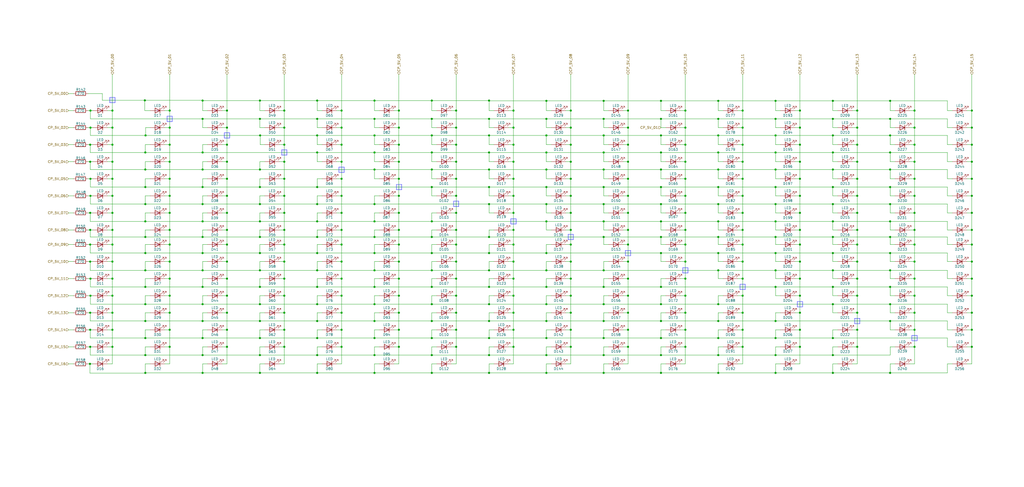
<source format=kicad_sch>
(kicad_sch (version 20230121) (generator eeschema)
  (paper "User" 533.4 254)
  (junction (at 165.227 149.606))
  (junction (at 374.142 88.392))
  (junction (at 75.692 106.426))
  (junction (at 177.927 127.508))
  (junction (at 118.237 119.888))
  (junction (at 374.142 61.976))
  (junction (at 284.607 149.606))
  (junction (at 75.692 167.386))
  (junction (at 135.382 176.276))
  (junction (at 314.452 52.578))
  (junction (at 506.222 136.398))
  (junction (at 46.99 171.958))
  (junction (at 433.832 123.571))
  (junction (at 463.677 158.623))
  (junction (at 46.99 110.998))
  (junction (at 403.987 97.536))
  (junction (at 224.917 123.571))
  (junction (at 224.917 194.437))
  (junction (at 403.987 140.97))
  (junction (at 237.617 110.998))
  (junction (at 135.382 115.443))
  (junction (at 463.677 61.976))
  (junction (at 416.687 102.108))
  (junction (at 463.677 88.392))
  (junction (at 105.537 158.623))
  (junction (at 105.537 123.571))
  (junction (at 433.832 52.578))
  (junction (at 165.227 79.502))
  (junction (at 446.532 163.068))
  (junction (at 284.607 79.502))
  (junction (at 207.772 75.438))
  (junction (at 118.237 110.998))
  (junction (at 177.927 119.888))
  (junction (at 46.863 189.738))
  (junction (at 254.762 52.451))
  (junction (at 88.392 119.888))
  (junction (at 416.687 154.178))
  (junction (at 195.072 185.166))
  (junction (at 416.687 57.658))
  (junction (at 207.772 171.958))
  (junction (at 344.297 88.392))
  (junction (at 58.547 75.438))
  (junction (at 224.917 61.976))
  (junction (at 177.927 180.848))
  (junction (at 344.297 194.437))
  (junction (at 314.452 115.443))
  (junction (at 476.377 119.888))
  (junction (at 207.772 84.328))
  (junction (at 506.222 93.218))
  (junction (at 224.917 176.276))
  (junction (at 177.927 163.068))
  (junction (at 297.307 127.508))
  (junction (at 374.142 123.571))
  (junction (at 75.692 115.443))
  (junction (at 267.462 110.998))
  (junction (at 374.142 194.437))
  (junction (at 314.452 185.166))
  (junction (at 314.452 79.502))
  (junction (at 195.072 52.451))
  (junction (at 88.392 57.658))
  (junction (at 58.547 171.958))
  (junction (at 403.987 176.276))
  (junction (at 224.917 149.606))
  (junction (at 254.762 185.166))
  (junction (at 344.297 115.443))
  (junction (at 148.082 93.218))
  (junction (at 105.537 176.276))
  (junction (at 506.222 127.508))
  (junction (at 403.987 52.578))
  (junction (at 344.297 61.976))
  (junction (at 416.687 127.508))
  (junction (at 267.462 119.888))
  (junction (at 195.072 140.97))
  (junction (at 416.687 180.848))
  (junction (at 386.842 84.328))
  (junction (at 314.452 61.976))
  (junction (at 118.237 84.328))
  (junction (at 75.819 70.612))
  (junction (at 237.617 136.398))
  (junction (at 446.532 57.658))
  (junction (at 476.377 75.438))
  (junction (at 105.537 61.976))
  (junction (at 46.99 136.398))
  (junction (at 446.532 93.218))
  (junction (at 284.607 70.612))
  (junction (at 47.117 145.288))
  (junction (at 476.377 163.068))
  (junction (at 433.832 79.502))
  (junction (at 177.927 171.958))
  (junction (at 224.917 140.97))
  (junction (at 177.927 75.438))
  (junction (at 446.532 127.508))
  (junction (at 88.392 154.178))
  (junction (at 297.307 163.068))
  (junction (at 297.307 171.958))
  (junction (at 254.762 149.606))
  (junction (at 195.072 194.437))
  (junction (at 118.237 163.068))
  (junction (at 195.072 115.443))
  (junction (at 47.117 57.658))
  (junction (at 374.142 185.166))
  (junction (at 344.297 158.623))
  (junction (at 105.537 140.97))
  (junction (at 105.537 149.606))
  (junction (at 177.927 145.288))
  (junction (at 327.152 84.328))
  (junction (at 165.227 158.623))
  (junction (at 195.072 88.392))
  (junction (at 446.532 75.438))
  (junction (at 148.082 66.548))
  (junction (at 433.832 131.953))
  (junction (at 433.832 88.392))
  (junction (at 148.082 180.848))
  (junction (at 476.377 57.658))
  (junction (at 58.547 110.998))
  (junction (at 284.607 185.166))
  (junction (at 327.152 57.658))
  (junction (at 195.072 131.953))
  (junction (at 267.462 57.658))
  (junction (at 88.392 180.848))
  (junction (at 75.692 194.437))
  (junction (at 476.377 93.218))
  (junction (at 75.692 88.392))
  (junction (at 165.227 140.97))
  (junction (at 327.152 127.508))
  (junction (at 463.677 123.571))
  (junction (at 105.537 52.451))
  (junction (at 386.842 180.848))
  (junction (at 148.082 102.108))
  (junction (at 386.842 136.398))
  (junction (at 237.617 154.178))
  (junction (at 374.142 158.623))
  (junction (at 177.927 84.328))
  (junction (at 177.927 93.218))
  (junction (at 105.537 131.953))
  (junction (at 254.762 167.386))
  (junction (at 118.237 127.508))
  (junction (at 314.452 158.623))
  (junction (at 297.307 93.218))
  (junction (at 344.297 185.166))
  (junction (at 58.547 127.508))
  (junction (at 433.832 70.612))
  (junction (at 416.687 145.288))
  (junction (at 254.762 158.623))
  (junction (at 446.532 145.288))
  (junction (at 314.452 140.97))
  (junction (at 58.547 180.848))
  (junction (at 386.842 110.998))
  (junction (at 403.987 149.606))
  (junction (at 476.377 66.548))
  (junction (at 88.392 145.288))
  (junction (at 165.227 185.166))
  (junction (at 476.377 171.958))
  (junction (at 356.997 66.548))
  (junction (at 356.997 171.958))
  (junction (at 47.117 154.178))
  (junction (at 463.677 70.612))
  (junction (at 433.832 140.97))
  (junction (at 195.072 106.426))
  (junction (at 267.462 93.218))
  (junction (at 284.607 167.386))
  (junction (at 374.142 97.536))
  (junction (at 433.832 194.437))
  (junction (at 148.082 127.508))
  (junction (at 327.152 75.438))
  (junction (at 254.762 79.502))
  (junction (at 476.377 180.848))
  (junction (at 463.677 140.97))
  (junction (at 297.307 154.178))
  (junction (at 58.547 93.218))
  (junction (at 148.082 171.958))
  (junction (at 344.297 97.536))
  (junction (at 374.142 167.386))
  (junction (at 58.547 163.068))
  (junction (at 327.152 66.548))
  (junction (at 463.677 106.426))
  (junction (at 386.842 171.958))
  (junction (at 58.547 66.548))
  (junction (at 224.917 52.451))
  (junction (at 88.392 102.108))
  (junction (at 463.677 115.443))
  (junction (at 254.762 97.536))
  (junction (at 135.382 123.571))
  (junction (at 356.997 102.108))
  (junction (at 148.082 119.888))
  (junction (at 148.082 110.998))
  (junction (at 135.382 52.451))
  (junction (at 88.392 66.548))
  (junction (at 403.987 167.386))
  (junction (at 356.997 163.068))
  (junction (at 284.607 176.276))
  (junction (at 165.227 167.386))
  (junction (at 46.99 119.888))
  (junction (at 254.762 131.953))
  (junction (at 118.237 180.848))
  (junction (at 254.762 140.97))
  (junction (at 237.617 75.438))
  (junction (at 118.237 93.218))
  (junction (at 297.307 119.888))
  (junction (at 284.607 140.97))
  (junction (at 416.687 119.888))
  (junction (at 118.237 145.288))
  (junction (at 506.222 102.108))
  (junction (at 224.917 88.392))
  (junction (at 254.762 123.571))
  (junction (at 506.222 171.958))
  (junction (at 506.222 57.658))
  (junction (at 148.082 57.658))
  (junction (at 118.237 57.658))
  (junction (at 135.382 149.606))
  (junction (at 207.772 163.068))
  (junction (at 327.152 102.108))
  (junction (at 135.382 158.623))
  (junction (at 207.772 110.998))
  (junction (at 327.152 136.398))
  (junction (at 118.237 66.548))
  (junction (at 254.762 88.392))
  (junction (at 88.392 163.068))
  (junction (at 416.687 75.438))
  (junction (at 135.382 131.953))
  (junction (at 314.452 123.571))
  (junction (at 177.927 66.548))
  (junction (at 135.382 194.437))
  (junction (at 416.687 84.328))
  (junction (at 118.237 136.398))
  (junction (at 46.99 163.068))
  (junction (at 224.917 97.536))
  (junction (at 165.227 194.437))
  (junction (at 403.987 61.976))
  (junction (at 356.997 154.178))
  (junction (at 47.117 102.108))
  (junction (at 88.392 136.398))
  (junction (at 135.382 97.536))
  (junction (at 356.997 110.998))
  (junction (at 476.377 110.998))
  (junction (at 118.237 75.438))
  (junction (at 356.997 93.218))
  (junction (at 267.462 66.548))
  (junction (at 386.842 145.288))
  (junction (at 297.307 84.328))
  (junction (at 327.152 145.288))
  (junction (at 75.692 131.953))
  (junction (at 433.832 158.623))
  (junction (at 463.677 79.502))
  (junction (at 416.687 171.958))
  (junction (at 237.617 66.548))
  (junction (at 237.617 127.508))
  (junction (at 314.452 167.386))
  (junction (at 386.842 75.438))
  (junction (at 386.842 57.658))
  (junction (at 267.462 171.958))
  (junction (at 165.227 70.612))
  (junction (at 403.987 88.392))
  (junction (at 386.842 93.218))
  (junction (at 344.297 79.502))
  (junction (at 446.532 84.328))
  (junction (at 177.927 102.108))
  (junction (at 237.617 180.848))
  (junction (at 177.927 136.398))
  (junction (at 344.297 70.612))
  (junction (at 446.532 110.998))
  (junction (at 327.152 93.218))
  (junction (at 446.532 154.178))
  (junction (at 237.617 171.958))
  (junction (at 47.117 93.218))
  (junction (at 75.692 79.502))
  (junction (at 506.222 66.548))
  (junction (at 356.997 75.438))
  (junction (at 506.222 154.178))
  (junction (at 267.462 84.328))
  (junction (at 506.222 163.068))
  (junction (at 356.997 84.328))
  (junction (at 267.462 145.288))
  (junction (at 224.917 79.502))
  (junction (at 284.607 131.953))
  (junction (at 356.997 145.288))
  (junction (at 446.532 66.548))
  (junction (at 224.917 115.443))
  (junction (at 314.452 149.606))
  (junction (at 297.307 110.998))
  (junction (at 46.99 84.328))
  (junction (at 446.532 136.398))
  (junction (at 237.617 93.218))
  (junction (at 463.677 52.578))
  (junction (at 433.832 97.536))
  (junction (at 327.152 154.178))
  (junction (at 314.452 106.426))
  (junction (at 463.677 97.536))
  (junction (at 314.452 70.612))
  (junction (at 75.692 140.97))
  (junction (at 46.99 127.508))
  (junction (at 195.072 176.276))
  (junction (at 207.772 154.178))
  (junction (at 75.692 97.536))
  (junction (at 284.607 97.536))
  (junction (at 314.452 194.437))
  (junction (at 75.438 52.324))
  (junction (at 356.997 127.508))
  (junction (at 254.762 194.437))
  (junction (at 284.607 115.443))
  (junction (at 267.462 180.848))
  (junction (at 403.987 123.571))
  (junction (at 237.617 84.328))
  (junction (at 148.082 75.438))
  (junction (at 165.227 123.571))
  (junction (at 75.692 176.276))
  (junction (at 476.377 145.288))
  (junction (at 356.997 136.398))
  (junction (at 148.082 163.068))
  (junction (at 297.307 57.658))
  (junction (at 416.687 93.218))
  (junction (at 327.152 171.958))
  (junction (at 165.227 52.451))
  (junction (at 344.297 106.426))
  (junction (at 446.532 171.958))
  (junction (at 374.142 131.953))
  (junction (at 416.687 163.068))
  (junction (at 165.227 106.426))
  (junction (at 403.987 131.953))
  (junction (at 148.082 145.288))
  (junction (at 344.297 167.386))
  (junction (at 75.692 185.166))
  (junction (at 344.297 176.276))
  (junction (at 165.227 61.976))
  (junction (at 46.99 180.848))
  (junction (at 386.842 66.548))
  (junction (at 267.462 102.108))
  (junction (at 476.377 127.508))
  (junction (at 267.462 127.508))
  (junction (at 297.307 66.548))
  (junction (at 314.452 97.536))
  (junction (at 416.687 66.548))
  (junction (at 118.237 102.108))
  (junction (at 476.377 84.328))
  (junction (at 195.072 61.976))
  (junction (at 207.772 57.658))
  (junction (at 237.617 119.888))
  (junction (at 58.547 119.888))
  (junction (at 195.072 70.612))
  (junction (at 118.237 171.958))
  (junction (at 386.842 154.178))
  (junction (at 254.762 106.426))
  (junction (at 237.617 145.288))
  (junction (at 433.832 176.276))
  (junction (at 356.997 119.888))
  (junction (at 75.692 123.571))
  (junction (at 374.142 70.612))
  (junction (at 165.227 97.536))
  (junction (at 47.117 66.548))
  (junction (at 463.677 167.386))
  (junction (at 135.382 88.392))
  (junction (at 165.227 131.953))
  (junction (at 327.152 163.068))
  (junction (at 374.142 140.97))
  (junction (at 403.987 70.612))
  (junction (at 207.772 66.548))
  (junction (at 476.377 154.178))
  (junction (at 105.537 88.392))
  (junction (at 135.382 140.97))
  (junction (at 297.307 75.438))
  (junction (at 88.392 75.438))
  (junction (at 58.547 154.178))
  (junction (at 344.297 131.953))
  (junction (at 224.917 158.623))
  (junction (at 433.832 61.976))
  (junction (at 207.772 93.218))
  (junction (at 344.297 123.571))
  (junction (at 506.222 180.848))
  (junction (at 446.532 180.848))
  (junction (at 105.537 106.426))
  (junction (at 416.687 136.398))
  (junction (at 433.832 185.166))
  (junction (at 433.832 106.426))
  (junction (at 88.392 93.218))
  (junction (at 356.997 57.658))
  (junction (at 195.072 149.606))
  (junction (at 254.762 70.612))
  (junction (at 463.677 131.953))
  (junction (at 105.537 185.166))
  (junction (at 314.452 88.392))
  (junction (at 105.537 79.502))
  (junction (at 284.607 158.623))
  (junction (at 386.842 119.888))
  (junction (at 284.607 88.392))
  (junction (at 88.392 127.508))
  (junction (at 195.072 123.571))
  (junction (at 476.377 102.108))
  (junction (at 374.142 52.578))
  (junction (at 135.382 185.166))
  (junction (at 237.617 102.108))
  (junction (at 506.222 145.288))
  (junction (at 88.392 84.328))
  (junction (at 403.987 185.166))
  (junction (at 374.142 176.276))
  (junction (at 416.687 110.998))
  (junction (at 446.532 102.108))
  (junction (at 207.772 180.848))
  (junction (at 284.607 52.578))
  (junction (at 58.547 102.108))
  (junction (at 148.082 136.398))
  (junction (at 75.692 158.623))
  (junction (at 267.462 163.068))
  (junction (at 506.222 84.328))
  (junction (at 284.607 194.437))
  (junction (at 207.772 102.108))
  (junction (at 267.462 136.398))
  (junction (at 135.382 167.386))
  (junction (at 177.927 110.998))
  (junction (at 207.772 119.888))
  (junction (at 433.832 149.606))
  (junction (at 267.462 75.438))
  (junction (at 374.142 79.502))
  (junction (at 75.692 149.606))
  (junction (at 297.307 145.288))
  (junction (at 224.917 70.612))
  (junction (at 446.532 119.888))
  (junction (at 476.377 136.398))
  (junction (at 58.547 145.288))
  (junction (at 224.917 185.166))
  (junction (at 105.537 115.443))
  (junction (at 148.082 84.328))
  (junction (at 403.987 79.502))
  (junction (at 135.382 61.976))
  (junction (at 327.152 180.848))
  (junction (at 88.392 171.958))
  (junction (at 386.842 163.068))
  (junction (at 403.987 106.426))
  (junction (at 224.917 131.953))
  (junction (at 105.537 194.437))
  (junction (at 177.927 154.178))
  (junction (at 386.842 127.508))
  (junction (at 237.617 57.658))
  (junction (at 374.142 106.426))
  (junction (at 463.677 149.606))
  (junction (at 88.392 110.998))
  (junction (at 195.072 167.386))
  (junction (at 297.307 136.398))
  (junction (at 344.297 52.578))
  (junction (at 135.382 106.426))
  (junction (at 224.917 167.386))
  (junction (at 135.509 70.612))
  (junction (at 374.142 115.443))
  (junction (at 433.832 115.443))
  (junction (at 344.297 149.606))
  (junction (at 46.99 75.438))
  (junction (at 403.987 115.443))
  (junction (at 284.607 106.426))
  (junction (at 165.227 176.276))
  (junction (at 386.842 102.108))
  (junction (at 267.462 154.178))
  (junction (at 297.307 180.848))
  (junction (at 58.547 136.398))
  (junction (at 506.222 75.438))
  (junction (at 165.227 115.443))
  (junction (at 177.927 57.658))
  (junction (at 58.547 84.328))
  (junction (at 58.547 57.658))
  (junction (at 254.762 176.276))
  (junction (at 506.222 119.888))
  (junction (at 254.762 61.976))
  (junction (at 463.677 194.437))
  (junction (at 356.997 180.848))
  (junction (at 207.772 127.508))
  (junction (at 105.537 97.536))
  (junction (at 314.452 176.276))
  (junction (at 403.987 194.437))
  (junction (at 195.072 158.623))
  (junction (at 327.152 119.888))
  (junction (at 207.772 145.288))
  (junction (at 148.082 154.178))
  (junction (at 297.307 102.108))
  (junction (at 118.237 154.178))
  (junction (at 105.537 167.386))
  (junction (at 195.072 79.502))
  (junction (at 207.772 136.398))
  (junction (at 327.152 110.998))
  (junction (at 506.222 110.998))
  (junction (at 237.617 163.068))
  (junction (at 284.607 61.976))
  (wire (pts (xy 433.832 131.953) (xy 433.832 136.398)))
  (wire (pts (xy 165.227 149.606) (xy 165.227 145.288)))
  (wire (pts (xy 284.607 127.508) (xy 287.147 127.508)))
  (wire (pts (xy 346.837 66.548) (xy 344.297 66.548)))
  (wire (pts (xy 506.222 119.888) (xy 506.222 127.508)))
  (wire (pts (xy 47.117 145.288) (xy 45.847 145.288)))
  (wire (pts (xy 165.227 185.166) (xy 195.072 185.166)))
  (wire (pts (xy 235.077 180.848) (xy 237.617 180.848)))
  (wire (pts (xy 446.532 127.508) (xy 446.532 136.398)))
  (wire (pts (xy 503.682 84.328) (xy 506.222 84.328)))
  (wire (pts (xy 506.222 171.958) (xy 506.222 180.848)))
  (wire (pts (xy 235.077 127.508) (xy 237.617 127.508)))
  (wire (pts (xy 205.232 163.068) (xy 207.772 163.068)))
  (wire (pts (xy 314.452 149.606) (xy 314.452 145.288)))
  (wire (pts (xy 165.227 61.976) (xy 195.072 61.976)))
  (wire (pts (xy 237.617 66.548) (xy 237.617 75.438)))
  (wire (pts (xy 493.522 52.578) (xy 493.522 57.658)))
  (wire (pts (xy 46.99 180.848) (xy 45.847 180.848)))
  (wire (pts (xy 227.457 57.658) (xy 224.917 57.658)))
  (wire (pts (xy 463.677 149.606) (xy 493.522 149.606)))
  (wire (pts (xy 205.232 136.398) (xy 207.772 136.398)))
  (wire (pts (xy 354.457 163.068) (xy 356.997 163.068)))
  (wire (pts (xy 105.537 115.443) (xy 135.382 115.443)))
  (wire (pts (xy 145.542 102.108) (xy 148.082 102.108)))
  (wire (pts (xy 88.392 75.438) (xy 88.392 84.328)))
  (wire (pts (xy 436.372 119.888) (xy 433.832 119.888)))
  (wire (pts (xy 195.072 140.97) (xy 224.917 140.97)))
  (wire (pts (xy 224.917 131.953) (xy 224.917 127.508)))
  (wire (pts (xy 207.772 171.958) (xy 207.772 180.848)))
  (wire (pts (xy 314.452 52.578) (xy 344.297 52.578)))
  (wire (pts (xy 476.377 180.848) (xy 476.377 189.738)))
  (wire (pts (xy 85.852 154.178) (xy 88.392 154.178)))
  (wire (pts (xy 46.99 88.392) (xy 75.692 88.392)))
  (wire (pts (xy 148.082 75.438) (xy 148.082 84.328)))
  (wire (pts (xy 35.687 127.508) (xy 38.227 127.508)))
  (wire (pts (xy 224.917 61.976) (xy 254.762 61.976)))
  (wire (pts (xy 297.307 110.998) (xy 294.767 110.998)))
  (wire (pts (xy 403.987 131.953) (xy 403.987 136.398)))
  (wire (pts (xy 118.237 84.328) (xy 118.237 93.218)))
  (wire (pts (xy 403.987 52.578) (xy 433.832 52.578)))
  (wire (pts (xy 167.767 110.998) (xy 165.227 110.998)))
  (wire (pts (xy 75.692 176.276) (xy 105.537 176.276)))
  (wire (pts (xy 88.392 127.508) (xy 88.392 136.398)))
  (wire (pts (xy 327.152 145.288) (xy 327.152 154.178)))
  (wire (pts (xy 145.542 127.508) (xy 148.082 127.508)))
  (wire (pts (xy 436.372 171.958) (xy 433.832 171.958)))
  (wire (pts (xy 48.387 180.848) (xy 46.99 180.848)))
  (wire (pts (xy 58.547 119.888) (xy 58.547 127.508)))
  (wire (pts (xy 75.438 52.324) (xy 75.438 57.658)))
  (wire (pts (xy 135.382 123.571) (xy 165.227 123.571)))
  (wire (pts (xy 177.927 66.548) (xy 177.927 75.438)))
  (wire (pts (xy 175.387 110.998) (xy 177.927 110.998)))
  (wire (pts (xy 374.142 79.502) (xy 374.142 84.328)))
  (wire (pts (xy 374.142 123.571) (xy 403.987 123.571)))
  (wire (pts (xy 56.007 171.958) (xy 58.547 171.958)))
  (wire (pts (xy 416.687 93.218) (xy 416.687 102.108)))
  (wire (pts (xy 356.997 110.998) (xy 356.997 119.888)))
  (wire (pts (xy 314.452 61.976) (xy 314.452 66.548)))
  (wire (pts (xy 108.077 102.108) (xy 105.537 102.108)))
  (wire (pts (xy 167.767 189.738) (xy 165.227 189.738)))
  (wire (pts (xy 58.547 38.862) (xy 58.547 57.658)))
  (wire (pts (xy 137.922 102.108) (xy 135.382 102.108)))
  (wire (pts (xy 416.687 163.068) (xy 416.687 171.958)))
  (wire (pts (xy 135.382 88.392) (xy 195.072 88.392)))
  (wire (pts (xy 496.062 145.288) (xy 493.522 145.288)))
  (wire (pts (xy 433.832 194.437) (xy 463.677 194.437)))
  (wire (pts (xy 506.222 154.178) (xy 506.222 163.068)))
  (wire (pts (xy 165.227 158.623) (xy 165.227 154.178)))
  (wire (pts (xy 224.917 70.612) (xy 254.762 70.612)))
  (wire (pts (xy 284.607 93.218) (xy 287.147 93.218)))
  (wire (pts (xy 463.677 189.738) (xy 463.677 194.437)))
  (wire (pts (xy 177.927 127.508) (xy 175.387 127.508)))
  (wire (pts (xy 257.302 110.998) (xy 254.762 110.998)))
  (wire (pts (xy 118.237 57.658) (xy 118.237 66.548)))
  (wire (pts (xy 376.682 154.178) (xy 374.142 154.178)))
  (wire (pts (xy 314.452 88.392) (xy 344.297 88.392)))
  (wire (pts (xy 105.537 131.953) (xy 135.382 131.953)))
  (wire (pts (xy 75.692 158.623) (xy 105.537 158.623)))
  (wire (pts (xy 75.692 194.437) (xy 105.537 194.437)))
  (wire (pts (xy 75.438 52.324) (xy 105.537 52.324)))
  (wire (pts (xy 137.922 136.398) (xy 135.382 136.398)))
  (wire (pts (xy 463.677 52.578) (xy 493.522 52.578)))
  (wire (pts (xy 254.762 189.738) (xy 254.762 194.437)))
  (wire (pts (xy 446.532 180.848) (xy 446.532 189.738)))
  (wire (pts (xy 135.382 149.606) (xy 135.382 145.288)))
  (wire (pts (xy 135.382 106.426) (xy 135.382 102.108)))
  (wire (pts (xy 284.607 52.578) (xy 284.607 57.658)))
  (wire (pts (xy 403.987 61.976) (xy 403.987 66.548)))
  (wire (pts (xy 75.692 149.606) (xy 105.537 149.606)))
  (wire (pts (xy 47.117 70.612) (xy 75.819 70.612)))
  (wire (pts (xy 416.687 145.288) (xy 416.687 154.178)))
  (wire (pts (xy 374.142 140.97) (xy 374.142 145.288)))
  (wire (pts (xy 493.522 194.437) (xy 493.522 189.738)))
  (wire (pts (xy 227.457 145.288) (xy 224.917 145.288)))
  (wire (pts (xy 314.452 167.386) (xy 314.452 163.068)))
  (wire (pts (xy 346.837 171.958) (xy 344.297 171.958)))
  (wire (pts (xy 414.147 93.218) (xy 416.687 93.218)))
  (wire (pts (xy 118.237 136.398) (xy 118.237 145.288)))
  (wire (pts (xy 463.677 106.426) (xy 463.677 110.998)))
  (wire (pts (xy 324.612 84.328) (xy 327.152 84.328)))
  (wire (pts (xy 237.617 145.288) (xy 237.617 154.178)))
  (wire (pts (xy 403.987 61.976) (xy 433.832 61.976)))
  (wire (pts (xy 254.762 185.166) (xy 284.607 185.166)))
  (wire (pts (xy 297.307 110.998) (xy 297.307 119.888)))
  (wire (pts (xy 443.992 180.848) (xy 446.532 180.848)))
  (wire (pts (xy 48.387 84.328) (xy 46.99 84.328)))
  (wire (pts (xy 446.532 171.958) (xy 446.532 180.848)))
  (wire (pts (xy 177.927 154.178) (xy 177.927 163.068)))
  (wire (pts (xy 463.677 88.392) (xy 493.522 88.392)))
  (wire (pts (xy 78.232 180.848) (xy 75.692 180.848)))
  (wire (pts (xy 105.537 106.426) (xy 135.382 106.426)))
  (wire (pts (xy 85.852 119.888) (xy 88.392 119.888)))
  (wire (pts (xy 58.547 136.398) (xy 58.547 145.288)))
  (wire (pts (xy 35.687 84.328) (xy 38.227 84.328)))
  (wire (pts (xy 165.227 70.612) (xy 195.072 70.612)))
  (wire (pts (xy 433.832 158.623) (xy 463.677 158.623)))
  (wire (pts (xy 473.837 93.218) (xy 476.377 93.218)))
  (wire (pts (xy 227.457 154.178) (xy 224.917 154.178)))
  (wire (pts (xy 297.307 154.178) (xy 294.767 154.178)))
  (wire (pts (xy 75.819 70.612) (xy 75.819 66.548)))
  (wire (pts (xy 406.527 57.658) (xy 403.987 57.658)))
  (wire (pts (xy 463.677 194.437) (xy 493.522 194.437)))
  (wire (pts (xy 433.832 123.571) (xy 433.832 127.508)))
  (wire (pts (xy 443.992 171.958) (xy 446.532 171.958)))
  (wire (pts (xy 257.302 127.508) (xy 254.762 127.508)))
  (wire (pts (xy 443.992 84.328) (xy 446.532 84.328)))
  (wire (pts (xy 476.377 145.288) (xy 476.377 154.178)))
  (wire (pts (xy 284.607 88.392) (xy 314.452 88.392)))
  (wire (pts (xy 135.382 194.437) (xy 165.227 194.437)))
  (wire (pts (xy 374.142 88.392) (xy 403.987 88.392)))
  (wire (pts (xy 493.522 79.502) (xy 493.522 84.328)))
  (wire (pts (xy 195.072 176.276) (xy 224.917 176.276)))
  (wire (pts (xy 386.842 38.862) (xy 386.842 57.658)))
  (wire (pts (xy 88.392 171.958) (xy 88.392 180.848)))
  (wire (pts (xy 356.997 102.108) (xy 356.997 110.998)))
  (wire (pts (xy 46.99 79.502) (xy 75.692 79.502)))
  (wire (pts (xy 433.832 140.97) (xy 433.832 145.288)))
  (wire (pts (xy 297.307 171.958) (xy 294.767 171.958)))
  (wire (pts (xy 374.142 189.738) (xy 374.142 194.437)))
  (wire (pts (xy 254.762 167.386) (xy 254.762 163.068)))
  (wire (pts (xy 46.99 75.438) (xy 45.847 75.438)))
  (wire (pts (xy 463.677 97.536) (xy 463.677 102.108)))
  (wire (pts (xy 137.922 84.328) (xy 135.382 84.328)))
  (wire (pts (xy 463.677 149.606) (xy 463.677 154.178)))
  (wire (pts (xy 56.007 154.178) (xy 58.547 154.178)))
  (wire (pts (xy 75.692 106.426) (xy 75.692 102.108)))
  (wire (pts (xy 224.917 167.386) (xy 224.917 163.068)))
  (wire (pts (xy 344.297 176.276) (xy 374.142 176.276)))
  (wire (pts (xy 406.527 145.288) (xy 403.987 145.288)))
  (wire (pts (xy 148.082 93.218) (xy 148.082 102.108)))
  (wire (pts (xy 446.532 163.068) (xy 446.532 171.958)))
  (wire (pts (xy 267.462 180.848) (xy 267.462 189.738)))
  (wire (pts (xy 503.682 163.068) (xy 506.222 163.068)))
  (wire (pts (xy 118.237 163.068) (xy 118.237 171.958)))
  (wire (pts (xy 75.819 70.612) (xy 135.509 70.612)))
  (wire (pts (xy 297.307 127.508) (xy 294.767 127.508)))
  (wire (pts (xy 354.457 57.658) (xy 356.997 57.658)))
  (wire (pts (xy 135.382 131.953) (xy 165.227 131.953)))
  (wire (pts (xy 224.917 88.392) (xy 254.762 88.392)))
  (wire (pts (xy 493.522 167.386) (xy 493.522 171.958)))
  (wire (pts (xy 105.537 106.426) (xy 105.537 102.108)))
  (wire (pts (xy 264.922 145.288) (xy 267.462 145.288)))
  (wire (pts (xy 108.077 57.658) (xy 105.537 57.658)))
  (wire (pts (xy 145.542 189.738) (xy 148.082 189.738)))
  (wire (pts (xy 344.297 70.612) (xy 374.142 70.612)))
  (wire (pts (xy 165.227 131.953) (xy 195.072 131.953)))
  (wire (pts (xy 354.457 75.438) (xy 356.997 75.438)))
  (wire (pts (xy 476.377 66.548) (xy 476.377 75.438)))
  (wire (pts (xy 224.917 158.623) (xy 254.762 158.623)))
  (wire (pts (xy 35.687 48.768) (xy 38.227 48.768)))
  (wire (pts (xy 165.227 176.276) (xy 165.227 171.958)))
  (wire (pts (xy 46.99 163.068) (xy 45.847 163.068)))
  (wire (pts (xy 205.232 110.998) (xy 207.772 110.998)))
  (wire (pts (xy 324.612 66.548) (xy 327.152 66.548)))
  (wire (pts (xy 75.692 79.502) (xy 105.537 79.502)))
  (wire (pts (xy 254.762 88.392) (xy 284.607 88.392)))
  (wire (pts (xy 314.452 140.97) (xy 314.452 136.398)))
  (wire (pts (xy 433.832 140.97) (xy 463.677 140.97)))
  (wire (pts (xy 165.227 79.502) (xy 195.072 79.502)))
  (wire (pts (xy 135.382 61.976) (xy 165.227 61.976)))
  (wire (pts (xy 224.917 167.386) (xy 254.762 167.386)))
  (wire (pts (xy 237.617 84.328) (xy 237.617 93.218)))
  (wire (pts (xy 384.302 75.438) (xy 386.842 75.438)))
  (wire (pts (xy 105.537 88.392) (xy 105.537 84.328)))
  (wire (pts (xy 254.762 97.536) (xy 254.762 102.108)))
  (wire (pts (xy 433.832 149.606) (xy 433.832 154.178)))
  (wire (pts (xy 297.307 119.888) (xy 294.767 119.888)))
  (wire (pts (xy 46.99 110.998) (xy 46.99 115.443)))
  (wire (pts (xy 165.227 52.451) (xy 165.227 57.658)))
  (wire (pts (xy 327.152 66.548) (xy 327.152 75.438)))
  (wire (pts (xy 47.117 106.426) (xy 75.692 106.426)))
  (wire (pts (xy 314.452 70.612) (xy 344.297 70.612)))
  (wire (pts (xy 436.372 66.548) (xy 433.832 66.548)))
  (wire (pts (xy 56.007 127.508) (xy 58.547 127.508)))
  (wire (pts (xy 433.832 158.623) (xy 433.832 163.068)))
  (wire (pts (xy 257.302 102.108) (xy 254.762 102.108)))
  (wire (pts (xy 48.387 127.508) (xy 46.99 127.508)))
  (wire (pts (xy 165.227 189.738) (xy 165.227 194.437)))
  (wire (pts (xy 254.762 123.571) (xy 254.762 119.888)))
  (wire (pts (xy 165.227 106.426) (xy 165.227 102.108)))
  (wire (pts (xy 376.682 145.288) (xy 374.142 145.288)))
  (wire (pts (xy 416.687 136.398) (xy 416.687 145.288)))
  (wire (pts (xy 384.302 84.328) (xy 386.842 84.328)))
  (wire (pts (xy 224.917 70.612) (xy 224.917 75.438)))
  (wire (pts (xy 473.837 66.548) (xy 476.377 66.548)))
  (wire (pts (xy 327.152 57.658) (xy 327.152 66.548)))
  (wire (pts (xy 88.392 136.398) (xy 88.392 145.288)))
  (wire (pts (xy 115.697 154.178) (xy 118.237 154.178)))
  (wire (pts (xy 135.382 140.97) (xy 165.227 140.97)))
  (wire (pts (xy 297.307 66.548) (xy 297.307 75.438)))
  (wire (pts (xy 267.462 57.658) (xy 267.462 66.548)))
  (wire (pts (xy 443.992 57.658) (xy 446.532 57.658)))
  (wire (pts (xy 344.297 167.386) (xy 344.297 163.068)))
  (wire (pts (xy 493.522 88.392) (xy 493.522 93.218)))
  (wire (pts (xy 443.992 145.288) (xy 446.532 145.288)))
  (wire (pts (xy 108.077 180.848) (xy 105.537 180.848)))
  (wire (pts (xy 466.217 154.178) (xy 463.677 154.178)))
  (wire (pts (xy 224.917 115.443) (xy 284.607 115.443)))
  (wire (pts (xy 506.222 66.548) (xy 506.222 75.438)))
  (wire (pts (xy 175.387 189.738) (xy 177.927 189.738)))
  (wire (pts (xy 344.297 167.386) (xy 374.142 167.386)))
  (wire (pts (xy 175.387 145.288) (xy 177.927 145.288)))
  (wire (pts (xy 297.307 145.288) (xy 297.307 154.178)))
  (wire (pts (xy 354.457 189.738) (xy 356.997 189.738)))
  (wire (pts (xy 195.072 185.166) (xy 224.917 185.166)))
  (wire (pts (xy 297.307 145.288) (xy 294.767 145.288)))
  (wire (pts (xy 35.687 136.398) (xy 38.227 136.398)))
  (wire (pts (xy 344.297 61.976) (xy 374.142 61.976)))
  (wire (pts (xy 476.377 84.328) (xy 476.377 93.218)))
  (wire (pts (xy 165.227 167.386) (xy 195.072 167.386)))
  (wire (pts (xy 235.077 136.398) (xy 237.617 136.398)))
  (wire (pts (xy 35.687 110.998) (xy 38.227 110.998)))
  (wire (pts (xy 56.007 180.848) (xy 58.547 180.848)))
  (wire (pts (xy 47.117 158.623) (xy 75.692 158.623)))
  (wire (pts (xy 235.077 163.068) (xy 237.617 163.068)))
  (wire (pts (xy 88.392 93.218) (xy 88.392 102.108)))
  (wire (pts (xy 254.762 131.953) (xy 284.607 131.953)))
  (wire (pts (xy 137.922 180.848) (xy 135.382 180.848)))
  (wire (pts (xy 496.062 102.108) (xy 493.522 102.108)))
  (wire (pts (xy 46.99 171.958) (xy 45.847 171.958)))
  (wire (pts (xy 224.917 189.738) (xy 224.917 194.437)))
  (wire (pts (xy 195.072 149.606) (xy 224.917 149.606)))
  (wire (pts (xy 135.509 70.612) (xy 165.227 70.612)))
  (wire (pts (xy 205.232 84.328) (xy 207.772 84.328)))
  (wire (pts (xy 316.992 171.958) (xy 314.452 171.958)))
  (wire (pts (xy 237.617 93.218) (xy 237.617 102.108)))
  (wire (pts (xy 324.612 110.998) (xy 327.152 110.998)))
  (wire (pts (xy 403.987 106.426) (xy 403.987 110.998)))
  (wire (pts (xy 145.542 154.178) (xy 148.082 154.178)))
  (wire (pts (xy 75.692 194.564) (xy 75.692 194.437)))
  (wire (pts (xy 503.682 93.218) (xy 506.222 93.218)))
  (wire (pts (xy 224.917 97.536) (xy 254.762 97.536)))
  (wire (pts (xy 56.007 102.108) (xy 58.547 102.108)))
  (wire (pts (xy 224.917 185.166) (xy 224.917 180.848)))
  (wire (pts (xy 327.152 154.178) (xy 327.152 163.068)))
  (wire (pts (xy 463.677 158.623) (xy 493.522 158.623)))
  (wire (pts (xy 297.307 102.108) (xy 294.767 102.108)))
  (wire (pts (xy 56.007 189.738) (xy 58.547 189.738)))
  (wire (pts (xy 177.927 110.998) (xy 177.927 119.888)))
  (wire (pts (xy 46.99 119.888) (xy 46.99 123.571)))
  (wire (pts (xy 46.99 185.166) (xy 75.692 185.166)))
  (wire (pts (xy 506.222 57.658) (xy 506.222 66.548)))
  (wire (pts (xy 85.852 84.328) (xy 88.392 84.328)))
  (wire (pts (xy 207.772 38.862) (xy 207.772 57.658)))
  (wire (pts (xy 85.852 163.068) (xy 88.392 163.068)))
  (wire (pts (xy 235.077 145.288) (xy 237.617 145.288)))
  (wire (pts (xy 496.062 84.328) (xy 493.522 84.328)))
  (wire (pts (xy 254.762 149.606) (xy 254.762 145.288)))
  (wire (pts (xy 175.387 84.328) (xy 177.927 84.328)))
  (wire (pts (xy 235.077 57.658) (xy 237.617 57.658)))
  (wire (pts (xy 354.457 119.888) (xy 356.997 119.888)))
  (wire (pts (xy 197.612 154.178) (xy 195.072 154.178)))
  (wire (pts (xy 466.217 163.068) (xy 463.677 163.068)))
  (wire (pts (xy 314.452 97.536) (xy 344.297 97.536)))
  (wire (pts (xy 376.682 163.068) (xy 374.142 163.068)))
  (wire (pts (xy 46.99 136.398) (xy 46.99 140.97)))
  (wire (pts (xy 75.692 185.166) (xy 105.537 185.166)))
  (wire (pts (xy 207.772 163.068) (xy 207.772 171.958)))
  (wire (pts (xy 115.697 84.328) (xy 118.237 84.328)))
  (wire (pts (xy 175.387 180.848) (xy 177.927 180.848)))
  (wire (pts (xy 56.007 66.548) (xy 58.547 66.548)))
  (wire (pts (xy 436.372 84.328) (xy 433.832 84.328)))
  (wire (pts (xy 137.922 189.738) (xy 135.382 189.738)))
  (wire (pts (xy 476.377 171.958) (xy 476.377 180.848)))
  (wire (pts (xy 105.537 176.276) (xy 105.537 171.958)))
  (wire (pts (xy 463.677 106.426) (xy 493.522 106.426)))
  (wire (pts (xy 403.987 149.606) (xy 403.987 154.178)))
  (wire (pts (xy 35.687 189.738) (xy 38.227 189.738)))
  (wire (pts (xy 46.99 127.508) (xy 46.99 131.953)))
  (wire (pts (xy 376.682 189.738) (xy 374.142 189.738)))
  (wire (pts (xy 446.532 154.178) (xy 446.532 163.068)))
  (wire (pts (xy 297.307 180.848) (xy 297.307 189.738)))
  (wire (pts (xy 85.852 127.508) (xy 88.392 127.508)))
  (wire (pts (xy 284.607 57.658) (xy 287.147 57.658)))
  (wire (pts (xy 466.217 119.888) (xy 463.677 119.888)))
  (wire (pts (xy 406.527 171.958) (xy 403.987 171.958)))
  (wire (pts (xy 327.152 163.068) (xy 327.152 171.958)))
  (wire (pts (xy 376.682 75.438) (xy 374.142 75.438)))
  (wire (pts (xy 403.987 176.276) (xy 433.832 176.276)))
  (wire (pts (xy 327.152 75.438) (xy 327.152 84.328)))
  (wire (pts (xy 35.687 154.178) (xy 38.227 154.178)))
  (wire (pts (xy 195.072 52.451) (xy 195.072 57.658)))
  (wire (pts (xy 374.142 115.443) (xy 403.987 115.443)))
  (wire (pts (xy 224.917 140.97) (xy 224.917 136.398)))
  (wire (pts (xy 314.452 115.443) (xy 314.452 119.888)))
  (wire (pts (xy 284.607 79.502) (xy 314.452 79.502)))
  (wire (pts (xy 58.547 102.108) (xy 58.547 110.998)))
  (wire (pts (xy 403.987 52.578) (xy 403.987 57.658)))
  (wire (pts (xy 433.832 189.738) (xy 433.832 194.437)))
  (wire (pts (xy 314.452 123.571) (xy 314.452 127.508)))
  (wire (pts (xy 56.007 145.288) (xy 58.547 145.288)))
  (wire (pts (xy 284.607 131.953) (xy 284.607 127.508)))
  (wire (pts (xy 284.607 97.536) (xy 314.452 97.536)))
  (wire (pts (xy 165.227 123.571) (xy 165.227 119.888)))
  (wire (pts (xy 48.387 75.438) (xy 46.99 75.438)))
  (wire (pts (xy 75.692 79.502) (xy 75.692 75.438)))
  (wire (pts (xy 316.992 66.548) (xy 314.452 66.548)))
  (wire (pts (xy 46.99 176.276) (xy 75.692 176.276)))
  (wire (pts (xy 257.302 136.398) (xy 254.762 136.398)))
  (wire (pts (xy 35.687 119.888) (xy 38.227 119.888)))
  (wire (pts (xy 177.927 180.848) (xy 177.927 189.738)))
  (wire (pts (xy 105.537 194.437) (xy 135.382 194.437)))
  (wire (pts (xy 496.062 171.958) (xy 493.522 171.958)))
  (wire (pts (xy 354.457 84.328) (xy 356.997 84.328)))
  (wire (pts (xy 195.072 140.97) (xy 195.072 136.398)))
  (wire (pts (xy 254.762 131.953) (xy 254.762 127.508)))
  (wire (pts (xy 175.387 75.438) (xy 177.927 75.438)))
  (wire (pts (xy 165.227 52.451) (xy 195.072 52.451)))
  (wire (pts (xy 433.832 123.571) (xy 463.677 123.571)))
  (wire (pts (xy 264.922 136.398) (xy 267.462 136.398)))
  (wire (pts (xy 47.117 61.976) (xy 105.537 61.976)))
  (wire (pts (xy 195.072 167.386) (xy 224.917 167.386)))
  (wire (pts (xy 177.927 38.862) (xy 177.927 57.658)))
  (wire (pts (xy 463.677 88.392) (xy 463.677 93.218)))
  (wire (pts (xy 264.922 84.328) (xy 267.462 84.328)))
  (wire (pts (xy 224.917 123.571) (xy 224.917 119.888)))
  (wire (pts (xy 205.232 93.218) (xy 207.772 93.218)))
  (wire (pts (xy 224.917 176.276) (xy 254.762 176.276)))
  (wire (pts (xy 346.837 57.658) (xy 344.297 57.658)))
  (wire (pts (xy 384.302 110.998) (xy 386.842 110.998)))
  (wire (pts (xy 344.297 115.443) (xy 344.297 119.888)))
  (wire (pts (xy 105.537 52.324) (xy 105.537 52.451)))
  (wire (pts (xy 356.997 127.508) (xy 356.997 136.398)))
  (wire (pts (xy 436.372 163.068) (xy 433.832 163.068)))
  (wire (pts (xy 85.852 57.658) (xy 88.392 57.658)))
  (wire (pts (xy 167.767 145.288) (xy 165.227 145.288)))
  (wire (pts (xy 414.147 163.068) (xy 416.687 163.068)))
  (wire (pts (xy 195.072 106.426) (xy 195.072 102.108)))
  (wire (pts (xy 115.697 75.438) (xy 118.237 75.438)))
  (wire (pts (xy 105.537 88.392) (xy 135.382 88.392)))
  (wire (pts (xy 433.832 97.536) (xy 433.832 102.108)))
  (wire (pts (xy 374.142 131.953) (xy 403.987 131.953)))
  (wire (pts (xy 324.612 180.848) (xy 327.152 180.848)))
  (wire (pts (xy 197.612 84.328) (xy 195.072 84.328)))
  (wire (pts (xy 284.607 185.166) (xy 284.607 180.848)))
  (wire (pts (xy 254.762 167.386) (xy 284.607 167.386)))
  (wire (pts (xy 503.682 189.738) (xy 506.222 189.738)))
  (wire (pts (xy 436.372 75.438) (xy 433.832 75.438)))
  (wire (pts (xy 374.142 176.276) (xy 403.987 176.276)))
  (wire (pts (xy 374.142 115.443) (xy 374.142 119.888)))
  (wire (pts (xy 254.762 70.612) (xy 254.762 75.438)))
  (wire (pts (xy 85.852 110.998) (xy 88.392 110.998)))
  (wire (pts (xy 403.987 106.426) (xy 433.832 106.426)))
  (wire (pts (xy 496.062 75.438) (xy 493.522 75.438)))
  (wire (pts (xy 207.772 57.658) (xy 207.772 66.548)))
  (wire (pts (xy 48.387 154.178) (xy 47.117 154.178)))
  (wire (pts (xy 386.842 127.508) (xy 386.842 136.398)))
  (wire (pts (xy 466.217 66.548) (xy 463.677 66.548)))
  (wire (pts (xy 297.307 93.218) (xy 297.307 102.108)))
  (wire (pts (xy 46.99 163.068) (xy 46.99 167.386)))
  (wire (pts (xy 145.542 171.958) (xy 148.082 171.958)))
  (wire (pts (xy 167.767 171.958) (xy 165.227 171.958)))
  (wire (pts (xy 267.462 102.108) (xy 267.462 110.998)))
  (wire (pts (xy 314.452 185.166) (xy 314.452 180.848)))
  (wire (pts (xy 165.227 70.612) (xy 165.227 75.438)))
  (wire (pts (xy 237.617 119.888) (xy 237.617 127.508)))
  (wire (pts (xy 257.302 84.328) (xy 254.762 84.328)))
  (wire (pts (xy 145.542 93.218) (xy 148.082 93.218)))
  (wire (pts (xy 58.547 84.328) (xy 58.547 93.218)))
  (wire (pts (xy 105.537 176.276) (xy 135.382 176.276)))
  (wire (pts (xy 406.527 102.108) (xy 403.987 102.108)))
  (wire (pts (xy 254.762 61.976) (xy 254.762 66.548)))
  (wire (pts (xy 473.837 189.738) (xy 476.377 189.738)))
  (wire (pts (xy 254.762 158.623) (xy 284.607 158.623)))
  (wire (pts (xy 463.677 79.502) (xy 463.677 84.328)))
  (wire (pts (xy 85.852 171.958) (xy 88.392 171.958)))
  (wire (pts (xy 316.992 154.178) (xy 314.452 154.178)))
  (wire (pts (xy 503.682 66.548) (xy 506.222 66.548)))
  (wire (pts (xy 235.077 154.178) (xy 237.617 154.178)))
  (wire (pts (xy 257.302 75.438) (xy 254.762 75.438)))
  (wire (pts (xy 224.917 88.392) (xy 224.917 93.218)))
  (wire (pts (xy 503.682 57.658) (xy 506.222 57.658)))
  (wire (pts (xy 195.072 70.612) (xy 224.917 70.612)))
  (wire (pts (xy 254.762 149.606) (xy 284.607 149.606)))
  (wire (pts (xy 205.232 102.108) (xy 207.772 102.108)))
  (wire (pts (xy 148.082 84.328) (xy 148.082 93.218)))
  (wire (pts (xy 406.527 93.218) (xy 403.987 93.218)))
  (wire (pts (xy 443.992 66.548) (xy 446.532 66.548)))
  (wire (pts (xy 135.382 106.426) (xy 165.227 106.426)))
  (wire (pts (xy 105.537 167.386) (xy 105.537 163.068)))
  (wire (pts (xy 207.772 66.548) (xy 207.772 75.438)))
  (wire (pts (xy 284.607 115.443) (xy 314.452 115.443)))
  (wire (pts (xy 167.767 84.328) (xy 165.227 84.328)))
  (wire (pts (xy 75.692 131.953) (xy 105.537 131.953)))
  (wire (pts (xy 207.772 84.328) (xy 207.772 93.218)))
  (wire (pts (xy 356.997 57.658) (xy 356.997 66.548)))
  (wire (pts (xy 135.509 75.438) (xy 137.922 75.438)))
  (wire (pts (xy 227.457 127.508) (xy 224.917 127.508)))
  (wire (pts (xy 284.607 52.578) (xy 314.452 52.578)))
  (wire (pts (xy 88.392 119.888) (xy 88.392 127.508)))
  (wire (pts (xy 105.537 61.976) (xy 135.382 61.976)))
  (wire (pts (xy 75.692 106.426) (xy 105.537 106.426)))
  (wire (pts (xy 227.457 119.888) (xy 224.917 119.888)))
  (wire (pts (xy 284.607 61.976) (xy 314.452 61.976)))
  (wire (pts (xy 443.992 102.108) (xy 446.532 102.108)))
  (wire (pts (xy 227.457 163.068) (xy 224.917 163.068)))
  (wire (pts (xy 45.847 48.768) (xy 53.34 48.768)))
  (wire (pts (xy 386.842 57.658) (xy 386.842 66.548)))
  (wire (pts (xy 145.542 163.068) (xy 148.082 163.068)))
  (wire (pts (xy 257.302 180.848) (xy 254.762 180.848)))
  (wire (pts (xy 386.842 102.108) (xy 386.842 110.998)))
  (wire (pts (xy 75.692 167.386) (xy 105.537 167.386)))
  (wire (pts (xy 195.072 61.976) (xy 195.072 66.548)))
  (wire (pts (xy 496.062 57.658) (xy 493.522 57.658)))
  (wire (pts (xy 137.922 66.548) (xy 135.382 66.548)))
  (wire (pts (xy 88.392 110.998) (xy 88.392 119.888)))
  (wire (pts (xy 118.237 145.288) (xy 118.237 154.178)))
  (wire (pts (xy 48.387 93.218) (xy 47.117 93.218)))
  (wire (pts (xy 118.237 75.438) (xy 118.237 84.328)))
  (wire (pts (xy 346.837 163.068) (xy 344.297 163.068)))
  (wire (pts (xy 506.222 93.218) (xy 506.222 102.108)))
  (wire (pts (xy 433.832 176.276) (xy 493.522 176.276)))
  (wire (pts (xy 108.077 154.178) (xy 105.537 154.178)))
  (wire (pts (xy 354.457 154.178) (xy 356.997 154.178)))
  (wire (pts (xy 284.607 145.288) (xy 287.147 145.288)))
  (wire (pts (xy 466.217 189.738) (xy 463.677 189.738)))
  (wire (pts (xy 167.767 163.068) (xy 165.227 163.068)))
  (wire (pts (xy 356.997 171.958) (xy 356.997 180.848)))
  (wire (pts (xy 145.542 110.998) (xy 148.082 110.998)))
  (wire (pts (xy 327.152 180.848) (xy 327.152 189.738)))
  (wire (pts (xy 346.837 93.218) (xy 344.297 93.218)))
  (wire (pts (xy 224.917 176.276) (xy 224.917 171.958)))
  (wire (pts (xy 195.072 131.953) (xy 195.072 127.508)))
  (wire (pts (xy 237.617 102.108) (xy 237.617 110.998)))
  (wire (pts (xy 47.117 154.178) (xy 47.117 158.623)))
  (wire (pts (xy 135.382 185.166) (xy 165.227 185.166)))
  (wire (pts (xy 195.072 194.437) (xy 224.917 194.437)))
  (wire (pts (xy 177.927 127.508) (xy 177.927 136.398)))
  (wire (pts (xy 227.457 66.548) (xy 224.917 66.548)))
  (wire (pts (xy 165.227 176.276) (xy 195.072 176.276)))
  (wire (pts (xy 384.302 163.068) (xy 386.842 163.068)))
  (wire (pts (xy 403.987 70.612) (xy 433.832 70.612)))
  (wire (pts (xy 145.542 119.888) (xy 148.082 119.888)))
  (wire (pts (xy 145.542 145.288) (xy 148.082 145.288)))
  (wire (pts (xy 85.852 189.738) (xy 88.392 189.738)))
  (wire (pts (xy 446.532 136.398) (xy 446.532 145.288)))
  (wire (pts (xy 85.852 102.108) (xy 88.392 102.108)))
  (wire (pts (xy 493.522 115.443) (xy 493.522 119.888)))
  (wire (pts (xy 267.462 84.328) (xy 267.462 93.218)))
  (wire (pts (xy 314.452 140.97) (xy 374.142 140.97)))
  (wire (pts (xy 105.537 131.953) (xy 105.537 127.508)))
  (wire (pts (xy 224.917 158.623) (xy 224.917 154.178)))
  (wire (pts (xy 48.387 66.548) (xy 47.117 66.548)))
  (wire (pts (xy 284.607 185.166) (xy 314.452 185.166)))
  (wire (pts (xy 284.607 106.426) (xy 314.452 106.426)))
  (wire (pts (xy 105.537 97.536) (xy 135.382 97.536)))
  (wire (pts (xy 466.217 102.108) (xy 463.677 102.108)))
  (wire (pts (xy 75.692 140.97) (xy 75.692 136.398)))
  (wire (pts (xy 78.232 93.218) (xy 75.692 93.218)))
  (wire (pts (xy 386.842 127.508) (xy 384.302 127.508)))
  (wire (pts (xy 195.072 167.386) (xy 195.072 163.068)))
  (wire (pts (xy 254.762 140.97) (xy 254.762 136.398)))
  (wire (pts (xy 433.832 52.578) (xy 433.832 57.658)))
  (wire (pts (xy 254.762 97.536) (xy 284.607 97.536)))
  (wire (pts (xy 344.297 79.502) (xy 344.297 84.328)))
  (wire (pts (xy 167.767 136.398) (xy 165.227 136.398)))
  (wire (pts (xy 175.387 119.888) (xy 177.927 119.888)))
  (wire (pts (xy 503.682 75.438) (xy 506.222 75.438)))
  (wire (pts (xy 165.227 167.386) (xy 165.227 163.068)))
  (wire (pts (xy 45.847 66.548) (xy 47.117 66.548)))
  (wire (pts (xy 48.387 57.658) (xy 47.117 57.658)))
  (wire (pts (xy 476.377 93.218) (xy 476.377 102.108)))
  (wire (pts (xy 493.522 70.612) (xy 493.522 75.438)))
  (wire (pts (xy 267.462 38.862) (xy 267.462 57.658)))
  (wire (pts (xy 177.927 163.068) (xy 177.927 171.958)))
  (wire (pts (xy 496.062 189.738) (xy 493.522 189.738)))
  (wire (pts (xy 48.387 136.398) (xy 46.99 136.398)))
  (wire (pts (xy 85.852 66.548) (xy 88.392 66.548)))
  (wire (pts (xy 177.927 171.958) (xy 177.927 180.848)))
  (wire (pts (xy 115.697 93.218) (xy 118.237 93.218)))
  (wire (pts (xy 167.767 102.108) (xy 165.227 102.108)))
  (wire (pts (xy 46.99 75.438) (xy 46.99 79.502)))
  (wire (pts (xy 433.832 88.392) (xy 433.832 93.218)))
  (wire (pts (xy 267.462 154.178) (xy 267.462 163.068)))
  (wire (pts (xy 297.307 171.958) (xy 297.307 180.848)))
  (wire (pts (xy 506.222 163.068) (xy 506.222 171.958)))
  (wire (pts (xy 267.462 119.888) (xy 267.462 127.508)))
  (wire (pts (xy 443.992 163.068) (xy 446.532 163.068)))
  (wire (pts (xy 324.612 75.438) (xy 327.152 75.438)))
  (wire (pts (xy 473.837 127.508) (xy 476.377 127.508)))
  (wire (pts (xy 473.837 84.328) (xy 476.377 84.328)))
  (wire (pts (xy 414.147 119.888) (xy 416.687 119.888)))
  (wire (pts (xy 376.682 180.848) (xy 374.142 180.848)))
  (wire (pts (xy 403.987 115.443) (xy 403.987 119.888)))
  (wire (pts (xy 118.237 180.848) (xy 118.237 189.738)))
  (wire (pts (xy 376.682 66.548) (xy 374.142 66.548)))
  (wire (pts (xy 105.537 66.548) (xy 108.077 66.548)))
  (wire (pts (xy 85.852 75.438) (xy 88.392 75.438)))
  (wire (pts (xy 506.222 110.998) (xy 506.222 119.888)))
  (wire (pts (xy 88.392 38.862) (xy 88.392 57.658)))
  (wire (pts (xy 195.072 123.571) (xy 195.072 119.888)))
  (wire (pts (xy 374.142 88.392) (xy 374.142 93.218)))
  (wire (pts (xy 356.997 163.068) (xy 356.997 171.958)))
  (wire (pts (xy 205.232 189.738) (xy 207.772 189.738)))
  (wire (pts (xy 207.772 180.848) (xy 207.772 189.738)))
  (wire (pts (xy 314.452 115.443) (xy 344.297 115.443)))
  (wire (pts (xy 175.387 57.658) (xy 177.927 57.658)))
  (wire (pts (xy 476.377 119.888) (xy 476.377 127.508)))
  (wire (pts (xy 416.687 84.328) (xy 416.687 93.218)))
  (wire (pts (xy 414.147 136.398) (xy 416.687 136.398)))
  (wire (pts (xy 384.302 102.108) (xy 386.842 102.108)))
  (wire (pts (xy 47.117 149.606) (xy 75.692 149.606)))
  (wire (pts (xy 476.377 38.862) (xy 476.377 57.658)))
  (wire (pts (xy 414.147 57.658) (xy 416.687 57.658)))
  (wire (pts (xy 324.612 145.288) (xy 327.152 145.288)))
  (wire (pts (xy 264.922 102.108) (xy 267.462 102.108)))
  (wire (pts (xy 476.377 127.508) (xy 476.377 136.398)))
  (wire (pts (xy 235.077 75.438) (xy 237.617 75.438)))
  (wire (pts (xy 344.297 97.536) (xy 374.142 97.536)))
  (wire (pts (xy 197.612 136.398) (xy 195.072 136.398)))
  (wire (pts (xy 254.762 185.166) (xy 254.762 180.848)))
  (wire (pts (xy 237.617 154.178) (xy 237.617 163.068)))
  (wire (pts (xy 374.142 158.623) (xy 374.142 154.178)))
  (wire (pts (xy 344.297 189.738) (xy 344.297 194.437)))
  (wire (pts (xy 195.072 115.443) (xy 224.917 115.443)))
  (wire (pts (xy 284.607 106.426) (xy 284.607 110.998)))
  (wire (pts (xy 264.922 119.888) (xy 267.462 119.888)))
  (wire (pts (xy 297.307 102.108) (xy 297.307 110.998)))
  (wire (pts (xy 88.392 163.068) (xy 88.392 171.958)))
  (wire (pts (xy 148.082 154.178) (xy 148.082 163.068)))
  (wire (pts (xy 386.842 163.068) (xy 386.842 171.958)))
  (wire (pts (xy 493.522 97.536) (xy 493.522 102.108)))
  (wire (pts (xy 374.142 79.502) (xy 403.987 79.502)))
  (wire (pts (xy 473.837 145.288) (xy 476.377 145.288)))
  (wire (pts (xy 324.612 154.178) (xy 327.152 154.178)))
  (wire (pts (xy 195.072 131.953) (xy 224.917 131.953)))
  (wire (pts (xy 224.917 79.502) (xy 254.762 79.502)))
  (wire (pts (xy 446.532 145.288) (xy 446.532 154.178)))
  (wire (pts (xy 406.527 119.888) (xy 403.987 119.888)))
  (wire (pts (xy 105.537 79.502) (xy 105.537 75.438)))
  (wire (pts (xy 314.452 52.578) (xy 314.452 57.658)))
  (wire (pts (xy 493.522 176.276) (xy 493.522 180.848)))
  (wire (pts (xy 237.617 38.862) (xy 237.617 57.658)))
  (wire (pts (xy 224.917 140.97) (xy 254.762 140.97)))
  (wire (pts (xy 374.142 176.276) (xy 374.142 171.958)))
  (wire (pts (xy 257.302 154.178) (xy 254.762 154.178)))
  (wire (pts (xy 463.677 158.623) (xy 463.677 163.068)))
  (wire (pts (xy 406.527 66.548) (xy 403.987 66.548)))
  (wire (pts (xy 344.297 158.623) (xy 374.142 158.623)))
  (wire (pts (xy 376.682 127.508) (xy 374.142 127.508)))
  (wire (pts (xy 356.997 180.848) (xy 356.997 189.738)))
  (wire (pts (xy 384.302 180.848) (xy 386.842 180.848)))
  (wire (pts (xy 48.387 163.068) (xy 46.99 163.068)))
  (wire (pts (xy 316.992 163.068) (xy 314.452 163.068)))
  (wire (pts (xy 205.232 75.438) (xy 207.772 75.438)))
  (wire (pts (xy 463.677 140.97) (xy 493.522 140.97)))
  (wire (pts (xy 384.302 93.218) (xy 386.842 93.218)))
  (wire (pts (xy 254.889 52.578) (xy 284.607 52.578)))
  (wire (pts (xy 344.297 194.437) (xy 374.142 194.437)))
  (wire (pts (xy 354.457 136.398) (xy 356.997 136.398)))
  (wire (pts (xy 135.382 158.623) (xy 165.227 158.623)))
  (wire (pts (xy 75.692 88.392) (xy 105.537 88.392)))
  (wire (pts (xy 165.227 140.97) (xy 165.227 136.398)))
  (wire (pts (xy 476.377 154.178) (xy 476.377 163.068)))
  (wire (pts (xy 503.682 136.398) (xy 506.222 136.398)))
  (wire (pts (xy 414.147 66.548) (xy 416.687 66.548)))
  (wire (pts (xy 195.072 115.443) (xy 195.072 110.998)))
  (wire (pts (xy 227.457 84.328) (xy 224.917 84.328)))
  (wire (pts (xy 443.992 119.888) (xy 446.532 119.888)))
  (wire (pts (xy 324.612 127.508) (xy 327.152 127.508)))
  (wire (pts (xy 473.837 102.108) (xy 476.377 102.108)))
  (wire (pts (xy 314.452 194.437) (xy 344.297 194.437)))
  (wire (pts (xy 105.537 79.502) (xy 165.227 79.502)))
  (wire (pts (xy 254.762 79.502) (xy 254.762 84.328)))
  (wire (pts (xy 118.237 127.508) (xy 118.237 136.398)))
  (wire (pts (xy 446.532 93.218) (xy 446.532 102.108)))
  (wire (pts (xy 105.537 52.451) (xy 105.537 57.658)))
  (wire (pts (xy 35.687 93.218) (xy 38.227 93.218)))
  (wire (pts (xy 118.237 119.888) (xy 118.237 127.508)))
  (wire (pts (xy 105.537 167.386) (xy 135.382 167.386)))
  (wire (pts (xy 374.142 185.166) (xy 403.987 185.166)))
  (wire (pts (xy 374.142 167.386) (xy 374.142 163.068)))
  (wire (pts (xy 446.532 38.862) (xy 446.532 57.658)))
  (wire (pts (xy 224.917 115.443) (xy 224.917 110.998)))
  (wire (pts (xy 384.302 189.738) (xy 386.842 189.738)))
  (wire (pts (xy 167.767 93.218) (xy 165.227 93.218)))
  (wire (pts (xy 506.222 145.288) (xy 506.222 154.178)))
  (wire (pts (xy 167.767 180.848) (xy 165.227 180.848)))
  (wire (pts (xy 115.697 163.068) (xy 118.237 163.068)))
  (wire (pts (xy 257.302 163.068) (xy 254.762 163.068)))
  (wire (pts (xy 254.762 123.571) (xy 314.452 123.571)))
  (wire (pts (xy 108.077 189.738) (xy 105.537 189.738)))
  (wire (pts (xy 376.682 57.658) (xy 374.142 57.658)))
  (wire (pts (xy 356.997 145.288) (xy 356.997 154.178)))
  (wire (pts (xy 433.832 115.443) (xy 463.677 115.443)))
  (wire (pts (xy 443.992 75.438) (xy 446.532 75.438)))
  (wire (pts (xy 443.992 110.998) (xy 446.532 110.998)))
  (wire (pts (xy 433.832 106.426) (xy 463.677 106.426)))
  (wire (pts (xy 267.462 171.958) (xy 267.462 180.848)))
  (wire (pts (xy 376.682 136.398) (xy 374.142 136.398)))
  (wire (pts (xy 327.152 136.398) (xy 327.152 145.288)))
  (wire (pts (xy 135.382 115.443) (xy 135.382 110.998)))
  (wire (pts (xy 165.227 185.166) (xy 165.227 180.848)))
  (wire (pts (xy 433.832 79.502) (xy 463.677 79.502)))
  (wire (pts (xy 344.297 106.426) (xy 374.142 106.426)))
  (wire (pts (xy 463.677 167.386) (xy 493.522 167.386)))
  (wire (pts (xy 463.677 123.571) (xy 493.522 123.571)))
  (wire (pts (xy 47.117 97.536) (xy 75.692 97.536)))
  (wire (pts (xy 148.082 102.108) (xy 148.082 110.998)))
  (wire (pts (xy 466.217 136.398) (xy 463.677 136.398)))
  (wire (pts (xy 354.457 66.548) (xy 356.997 66.548)))
  (wire (pts (xy 78.232 154.178) (xy 75.692 154.178)))
  (wire (pts (xy 254.762 88.392) (xy 254.762 93.218)))
  (wire (pts (xy 493.522 131.953) (xy 493.522 136.398)))
  (wire (pts (xy 356.997 136.398) (xy 356.997 145.288)))
  (wire (pts (xy 403.987 97.536) (xy 403.987 102.108)))
  (wire (pts (xy 503.682 119.888) (xy 506.222 119.888)))
  (wire (pts (xy 197.612 171.958) (xy 195.072 171.958)))
  (wire (pts (xy 476.377 110.998) (xy 476.377 119.888)))
  (wire (pts (xy 466.217 110.998) (xy 463.677 110.998)))
  (wire (pts (xy 235.077 189.738) (xy 237.617 189.738)))
  (wire (pts (xy 436.372 154.178) (xy 433.832 154.178)))
  (wire (pts (xy 463.677 61.976) (xy 493.522 61.976)))
  (wire (pts (xy 297.307 75.438) (xy 297.307 84.328)))
  (wire (pts (xy 78.232 119.888) (xy 75.692 119.888)))
  (wire (pts (xy 506.222 38.862) (xy 506.222 57.658)))
  (wire (pts (xy 416.687 75.438) (xy 416.687 84.328)))
  (wire (pts (xy 284.607 136.398) (xy 287.147 136.398)))
  (wire (pts (xy 406.527 84.328) (xy 403.987 84.328)))
  (wire (pts (xy 177.927 102.108) (xy 177.927 110.998)))
  (wire (pts (xy 414.147 189.738) (xy 416.687 189.738)))
  (wire (pts (xy 145.542 84.328) (xy 148.082 84.328)))
  (wire (pts (xy 356.997 154.178) (xy 356.997 163.068)))
  (wire (pts (xy 374.142 70.612) (xy 374.142 75.438)))
  (wire (pts (xy 235.077 66.548) (xy 237.617 66.548)))
  (wire (pts (xy 35.687 102.108) (xy 38.227 102.108)))
  (wire (pts (xy 374.142 123.571) (xy 374.142 127.508)))
  (wire (pts (xy 195.072 123.571) (xy 224.917 123.571)))
  (wire (pts (xy 376.682 119.888) (xy 374.142 119.888)))
  (wire (pts (xy 416.687 180.848) (xy 416.687 189.738)))
  (wire (pts (xy 433.832 176.276) (xy 433.832 171.958)))
  (wire (pts (xy 58.547 75.438) (xy 58.547 84.328)))
  (wire (pts (xy 297.307 84.328) (xy 294.767 84.328)))
  (wire (pts (xy 316.992 136.398) (xy 314.452 136.398)))
  (wire (pts (xy 46.99 171.958) (xy 46.99 176.276)))
  (wire (pts (xy 354.457 102.108) (xy 356.997 102.108)))
  (wire (pts (xy 386.842 145.288) (xy 386.842 154.178)))
  (wire (pts (xy 314.452 88.392) (xy 314.452 93.218)))
  (wire (pts (xy 493.522 61.976) (xy 493.522 66.548)))
  (wire (pts (xy 135.382 61.976) (xy 135.382 66.548)))
  (wire (pts (xy 257.302 171.958) (xy 254.762 171.958)))
  (wire (pts (xy 46.99 84.328) (xy 46.99 88.392)))
  (wire (pts (xy 284.607 194.437) (xy 314.452 194.437)))
  (wire (pts (xy 175.387 66.548) (xy 177.927 66.548)))
  (wire (pts (xy 297.307 38.862) (xy 297.307 57.658)))
  (wire (pts (xy 108.077 171.958) (xy 105.537 171.958)))
  (wire (pts (xy 496.062 110.998) (xy 493.522 110.998)))
  (wire (pts (xy 205.232 57.658) (xy 207.772 57.658)))
  (wire (pts (xy 493.522 140.97) (xy 493.522 145.288)))
  (wire (pts (xy 374.142 61.976) (xy 403.987 61.976)))
  (wire (pts (xy 207.772 154.178) (xy 207.772 163.068)))
  (wire (pts (xy 354.457 145.288) (xy 356.997 145.288)))
  (wire (pts (xy 496.062 154.178) (xy 493.522 154.178)))
  (wire (pts (xy 148.082 163.068) (xy 148.082 171.958)))
  (wire (pts (xy 284.607 66.548) (xy 287.147 66.548)))
  (wire (pts (xy 433.832 185.166) (xy 463.677 185.166)))
  (wire (pts (xy 316.992 127.508) (xy 314.452 127.508)))
  (wire (pts (xy 167.767 57.658) (xy 165.227 57.658)))
  (wire (pts (xy 324.612 57.658) (xy 327.152 57.658)))
  (wire (pts (xy 327.152 93.218) (xy 327.152 102.108)))
  (wire (pts (xy 356.997 75.438) (xy 356.997 84.328)))
  (wire (pts (xy 58.547 66.548) (xy 58.547 75.438)))
  (wire (pts (xy 78.232 57.658) (xy 75.438 57.658)))
  (wire (pts (xy 47.117 154.178) (xy 45.847 154.178)))
  (wire (pts (xy 346.837 84.328) (xy 344.297 84.328)))
  (wire (pts (xy 235.077 102.108) (xy 237.617 102.108)))
  (wire (pts (xy 224.917 61.976) (xy 224.917 66.548)))
  (wire (pts (xy 476.377 163.068) (xy 476.377 171.958)))
  (wire (pts (xy 175.387 163.068) (xy 177.927 163.068)))
  (wire (pts (xy 344.297 131.953) (xy 344.297 136.398)))
  (wire (pts (xy 207.772 75.438) (xy 207.772 84.328)))
  (wire (pts (xy 284.607 97.536) (xy 284.607 102.108)))
  (wire (pts (xy 78.232 84.328) (xy 75.692 84.328)))
  (wire (pts (xy 205.232 145.288) (xy 207.772 145.288)))
  (wire (pts (xy 473.837 75.438) (xy 476.377 75.438)))
  (wire (pts (xy 503.682 154.178) (xy 506.222 154.178)))
  (wire (pts (xy 145.542 66.548) (xy 148.082 66.548)))
  (wire (pts (xy 108.077 93.218) (xy 105.537 93.218)))
  (wire (pts (xy 324.612 163.068) (xy 327.152 163.068)))
  (wire (pts (xy 327.152 127.508) (xy 327.152 136.398)))
  (wire (pts (xy 284.607 88.392) (xy 284.607 93.218)))
  (wire (pts (xy 145.542 136.398) (xy 148.082 136.398)))
  (wire (pts (xy 433.832 185.166) (xy 433.832 180.848)))
  (wire (pts (xy 314.452 158.623) (xy 314.452 154.178)))
  (wire (pts (xy 463.677 79.502) (xy 493.522 79.502)))
  (wire (pts (xy 314.452 176.276) (xy 344.297 176.276)))
  (wire (pts (xy 105.537 97.536) (xy 105.537 93.218)))
  (wire (pts (xy 175.387 136.398) (xy 177.927 136.398)))
  (wire (pts (xy 327.152 84.328) (xy 327.152 93.218)))
  (wire (pts (xy 48.387 102.108) (xy 47.117 102.108)))
  (wire (pts (xy 386.842 154.178) (xy 386.842 163.068)))
  (wire (pts (xy 403.987 194.437) (xy 433.832 194.437)))
  (wire (pts (xy 48.387 189.738) (xy 46.863 189.738)))
  (wire (pts (xy 78.232 75.438) (xy 75.692 75.438)))
  (wire (pts (xy 493.522 149.606) (xy 493.522 154.178)))
  (wire (pts (xy 403.987 123.571) (xy 403.987 127.508)))
  (wire (pts (xy 466.217 180.848) (xy 463.677 180.848)))
  (wire (pts (xy 48.387 119.888) (xy 46.99 119.888)))
  (wire (pts (xy 47.117 102.108) (xy 47.117 106.426)))
  (wire (pts (xy 135.382 57.658) (xy 137.922 57.658)))
  (wire (pts (xy 254.762 52.451) (xy 254.762 57.658)))
  (wire (pts (xy 403.987 79.502) (xy 403.987 84.328)))
  (wire (pts (xy 297.307 75.438) (xy 294.767 75.438)))
  (wire (pts (xy 165.227 106.426) (xy 195.072 106.426)))
  (wire (pts (xy 135.382 115.443) (xy 165.227 115.443)))
  (wire (pts (xy 108.077 127.508) (xy 105.537 127.508)))
  (wire (pts (xy 254.889 52.451) (xy 254.762 52.451)))
  (wire (pts (xy 56.007 119.888) (xy 58.547 119.888)))
  (wire (pts (xy 105.537 52.451) (xy 135.382 52.451)))
  (wire (pts (xy 314.452 176.276) (xy 314.452 171.958)))
  (wire (pts (xy 135.382 158.623) (xy 135.382 154.178)))
  (wire (pts (xy 75.692 176.276) (xy 75.692 171.958)))
  (wire (pts (xy 284.607 131.953) (xy 344.297 131.953)))
  (wire (pts (xy 105.537 140.97) (xy 135.382 140.97)))
  (wire (pts (xy 137.922 145.288) (xy 135.382 145.288)))
  (wire (pts (xy 466.217 127.508) (xy 463.677 127.508)))
  (wire (pts (xy 354.457 180.848) (xy 356.997 180.848)))
  (wire (pts (xy 167.767 75.438) (xy 165.227 75.438)))
  (wire (pts (xy 297.307 136.398) (xy 294.767 136.398)))
  (wire (pts (xy 297.307 57.658) (xy 294.767 57.658)))
  (wire (pts (xy 324.612 119.888) (xy 327.152 119.888)))
  (wire (pts (xy 175.387 171.958) (xy 177.927 171.958)))
  (wire (pts (xy 177.927 119.888) (xy 177.927 127.508)))
  (wire (pts (xy 267.462 110.998) (xy 267.462 119.888)))
  (wire (pts (xy 254.762 158.623) (xy 254.762 154.178)))
  (wire (pts (xy 237.617 136.398) (xy 237.617 145.288)))
  (wire (pts (xy 46.99 131.953) (xy 75.692 131.953)))
  (wire (pts (xy 414.147 110.998) (xy 416.687 110.998)))
  (wire (pts (xy 35.687 66.548) (xy 38.227 66.548)))
  (wire (pts (xy 35.687 163.068) (xy 38.227 163.068)))
  (wire (pts (xy 433.832 88.392) (xy 463.677 88.392)))
  (wire (pts (xy 165.227 123.571) (xy 195.072 123.571)))
  (wire (pts (xy 344.297 88.392) (xy 374.142 88.392)))
  (wire (pts (xy 237.617 110.998) (xy 237.617 119.888)))
  (wire (pts (xy 314.452 149.606) (xy 344.297 149.606)))
  (wire (pts (xy 403.987 88.392) (xy 403.987 93.218)))
  (wire (pts (xy 463.677 52.578) (xy 463.677 57.658)))
  (wire (pts (xy 297.307 127.508) (xy 297.307 136.398)))
  (wire (pts (xy 148.082 38.862) (xy 148.082 57.658)))
  (wire (pts (xy 237.617 163.068) (xy 237.617 171.958)))
  (wire (pts (xy 496.062 119.888) (xy 493.522 119.888)))
  (wire (pts (xy 264.922 57.658) (xy 267.462 57.658)))
  (wire (pts (xy 148.082 127.508) (xy 148.082 136.398)))
  (wire (pts (xy 264.922 127.508) (xy 267.462 127.508)))
  (wire (pts (xy 324.612 102.108) (xy 327.152 102.108)))
  (wire (pts (xy 137.922 110.998) (xy 135.382 110.998)))
  (wire (pts (xy 75.692 88.392) (xy 75.692 84.328)))
  (wire (pts (xy 195.072 79.502) (xy 195.072 84.328)))
  (wire (pts (xy 115.697 145.288) (xy 118.237 145.288)))
  (wire (pts (xy 314.452 79.502) (xy 314.452 84.328)))
  (wire (pts (xy 316.992 145.288) (xy 314.452 145.288)))
  (wire (pts (xy 135.382 52.451) (xy 135.382 57.658)))
  (wire (pts (xy 466.217 57.658) (xy 463.677 57.658)))
  (wire (pts (xy 165.227 61.976) (xy 165.227 66.548)))
  (wire (pts (xy 135.382 189.738) (xy 135.382 194.437)))
  (wire (pts (xy 284.607 176.276) (xy 284.607 171.958)))
  (wire (pts (xy 167.767 119.888) (xy 165.227 119.888)))
  (wire (pts (xy 356.997 84.328) (xy 356.997 93.218)))
  (wire (pts (xy 314.452 158.623) (xy 344.297 158.623)))
  (wire (pts (xy 115.697 189.738) (xy 118.237 189.738)))
  (wire (pts (xy 267.462 75.438) (xy 267.462 84.328)))
  (wire (pts (xy 344.297 97.536) (xy 344.297 102.108)))
  (wire (pts (xy 195.072 61.976) (xy 224.917 61.976)))
  (wire (pts (xy 506.222 136.398) (xy 506.222 145.288)))
  (wire (pts (xy 58.547 110.998) (xy 58.547 119.888)))
  (wire (pts (xy 403.987 88.392) (xy 433.832 88.392)))
  (wire (pts (xy 165.227 158.623) (xy 195.072 158.623)))
  (wire (pts (xy 436.372 102.108) (xy 433.832 102.108)))
  (wire (pts (xy 327.152 102.108) (xy 327.152 110.998)))
  (wire (pts (xy 416.687 110.998) (xy 416.687 119.888)))
  (wire (pts (xy 78.232 110.998) (xy 75.692 110.998)))
  (wire (pts (xy 105.537 123.571) (xy 105.537 119.888)))
  (wire (pts (xy 177.927 57.658) (xy 177.927 66.548)))
  (wire (pts (xy 324.612 189.738) (xy 327.152 189.738)))
  (wire (pts (xy 58.547 57.658) (xy 58.547 66.548)))
  (wire (pts (xy 224.917 149.606) (xy 224.917 145.288)))
  (wire (pts (xy 346.837 127.508) (xy 344.297 127.508)))
  (wire (pts (xy 197.612 163.068) (xy 195.072 163.068)))
  (wire (pts (xy 416.687 38.862) (xy 416.687 57.658)))
  (wire (pts (xy 118.237 38.862) (xy 118.237 57.658)))
  (wire (pts (xy 108.077 145.288) (xy 105.537 145.288)))
  (wire (pts (xy 165.227 149.606) (xy 195.072 149.606)))
  (wire (pts (xy 137.922 163.068) (xy 135.382 163.068)))
  (wire (pts (xy 78.232 189.738) (xy 75.692 189.738)))
  (wire (pts (xy 165.227 194.437) (xy 195.072 194.437)))
  (wire (pts (xy 135.382 140.97) (xy 135.382 136.398)))
  (wire (pts (xy 105.537 158.623) (xy 135.382 158.623)))
  (wire (pts (xy 224.917 131.953) (xy 254.762 131.953)))
  (wire (pts (xy 205.232 66.548) (xy 207.772 66.548)))
  (wire (pts (xy 47.117 93.218) (xy 45.847 93.218)))
  (wire (pts (xy 496.062 180.848) (xy 493.522 180.848)))
  (wire (pts (xy 267.462 136.398) (xy 267.462 145.288)))
  (wire (pts (xy 195.072 79.502) (xy 224.917 79.502)))
  (wire (pts (xy 406.527 154.178) (xy 403.987 154.178)))
  (wire (pts (xy 346.837 136.398) (xy 344.297 136.398)))
  (wire (pts (xy 463.677 167.386) (xy 463.677 171.958)))
  (wire (pts (xy 46.863 189.738) (xy 45.847 189.738)))
  (wire (pts (xy 466.217 84.328) (xy 463.677 84.328)))
  (wire (pts (xy 463.677 115.443) (xy 463.677 119.888)))
  (wire (pts (xy 165.227 115.443) (xy 165.227 110.998)))
  (wire (pts (xy 165.227 140.97) (xy 195.072 140.97)))
  (wire (pts (xy 344.297 52.578) (xy 344.297 57.658)))
  (wire (pts (xy 433.832 115.443) (xy 433.832 119.888)))
  (wire (pts (xy 197.612 119.888) (xy 195.072 119.888)))
  (wire (pts (xy 165.227 97.536) (xy 224.917 97.536)))
  (wire (pts (xy 135.382 131.953) (xy 135.382 127.508)))
  (wire (pts (xy 75.692 167.386) (xy 75.692 163.068)))
  (wire (pts (xy 35.687 57.658) (xy 38.227 57.658)))
  (wire (pts (xy 237.617 171.958) (xy 237.617 180.848)))
  (wire (pts (xy 195.072 189.738) (xy 195.072 194.437)))
  (wire (pts (xy 436.372 180.848) (xy 433.832 180.848)))
  (wire (pts (xy 374.142 52.578) (xy 374.142 57.658)))
  (wire (pts (xy 88.392 66.548) (xy 88.392 75.438)))
  (wire (pts (xy 264.922 154.178) (xy 267.462 154.178)))
  (wire (pts (xy 195.072 158.623) (xy 195.072 154.178)))
  (wire (pts (xy 257.302 119.888) (xy 254.762 119.888)))
  (wire (pts (xy 324.612 136.398) (xy 327.152 136.398)))
  (wire (pts (xy 374.142 97.536) (xy 374.142 102.108)))
  (wire (pts (xy 267.462 145.288) (xy 267.462 154.178)))
  (wire (pts (xy 167.767 154.178) (xy 165.227 154.178)))
  (wire (pts (xy 75.692 194.437) (xy 75.692 189.738)))
  (wire (pts (xy 414.147 75.438) (xy 416.687 75.438)))
  (wire (pts (xy 58.547 171.958) (xy 58.547 180.848)))
  (wire (pts (xy 264.922 75.438) (xy 267.462 75.438)))
  (wire (pts (xy 443.992 154.178) (xy 446.532 154.178)))
  (wire (pts (xy 254.762 176.276) (xy 254.762 171.958)))
  (wire (pts (xy 374.142 185.166) (xy 374.142 180.848)))
  (wire (pts (xy 314.452 61.976) (xy 344.297 61.976)))
  (wire (pts (xy 374.142 167.386) (xy 403.987 167.386)))
  (wire (pts (xy 384.302 136.398) (xy 386.842 136.398)))
  (wire (pts (xy 416.687 102.108) (xy 416.687 110.998)))
  (wire (pts (xy 47.117 66.548) (xy 47.117 70.612)))
  (wire (pts (xy 443.992 93.218) (xy 446.532 93.218)))
  (wire (pts (xy 406.527 75.438) (xy 403.987 75.438)))
  (wire (pts (xy 78.232 145.288) (xy 75.692 145.288)))
  (wire (pts (xy 297.307 189.738) (xy 294.767 189.738)))
  (wire (pts (xy 257.302 57.658) (xy 254.762 57.658)))
  (wire (pts (xy 46.99 115.443) (xy 75.692 115.443)))
  (wire (pts (xy 344.297 185.166) (xy 344.297 180.848)))
  (wire (pts (xy 224.917 52.451) (xy 254.762 52.451)))
  (wire (pts (xy 463.677 185.166) (xy 463.677 180.848)))
  (wire (pts (xy 386.842 110.998) (xy 386.842 119.888)))
  (wire (pts (xy 374.142 70.612) (xy 403.987 70.612)))
  (wire (pts (xy 406.527 180.848) (xy 403.987 180.848)))
  (wire (pts (xy 85.852 93.218) (xy 88.392 93.218)))
  (wire (pts (xy 105.537 194.437) (xy 105.537 189.738)))
  (wire (pts (xy 177.927 75.438) (xy 177.927 84.328)))
  (wire (pts (xy 48.387 110.998) (xy 46.99 110.998)))
  (wire (pts (xy 195.072 88.392) (xy 224.917 88.392)))
  (wire (pts (xy 414.147 145.288) (xy 416.687 145.288)))
  (wire (pts (xy 433.832 52.578) (xy 463.677 52.578)))
  (wire (pts (xy 205.232 171.958) (xy 207.772 171.958)))
  (wire (pts (xy 416.687 66.548) (xy 416.687 75.438)))
  (wire (pts (xy 403.987 123.571) (xy 433.832 123.571)))
  (wire (pts (xy 403.987 140.97) (xy 403.987 145.288)))
  (wire (pts (xy 354.457 110.998) (xy 356.997 110.998)))
  (wire (pts (xy 496.062 66.548) (xy 493.522 66.548)))
  (wire (pts (xy 46.99 136.398) (xy 45.847 136.398)))
  (wire (pts (xy 284.607 110.998) (xy 287.147 110.998)))
  (wire (pts (xy 346.837 119.888) (xy 344.297 119.888)))
  (wire (pts (xy 254.762 194.437) (xy 284.607 194.437)))
  (wire (pts (xy 344.297 149.606) (xy 344.297 145.288)))
  (wire (pts (xy 148.082 171.958) (xy 148.082 180.848)))
  (wire (pts (xy 374.142 106.426) (xy 374.142 110.998)))
  (wire (pts (xy 115.697 127.508) (xy 118.237 127.508)))
  (wire (pts (xy 403.987 97.536) (xy 433.832 97.536)))
  (wire (pts (xy 463.677 97.536) (xy 493.522 97.536)))
  (wire (pts (xy 386.842 66.548) (xy 386.842 75.438)))
  (wire (pts (xy 165.227 131.953) (xy 165.227 127.508)))
  (wire (pts (xy 105.537 149.606) (xy 105.537 145.288)))
  (wire (pts (xy 344.297 131.953) (xy 374.142 131.953)))
  (wire (pts (xy 346.837 102.108) (xy 344.297 102.108)))
  (wire (pts (xy 344.297 158.623) (xy 344.297 154.178)))
  (wire (pts (xy 386.842 180.848) (xy 386.842 189.738)))
  (wire (pts (xy 56.007 163.068) (xy 58.547 163.068)))
  (wire (pts (xy 85.852 136.398) (xy 88.392 136.398)))
  (wire (pts (xy 56.007 57.658) (xy 58.547 57.658)))
  (wire (pts (xy 58.547 180.848) (xy 58.547 189.738)))
  (wire (pts (xy 344.297 70.612) (xy 344.297 75.438)))
  (wire (pts (xy 284.607 75.438) (xy 287.147 75.438)))
  (wire (pts (xy 356.997 93.218) (xy 356.997 102.108)))
  (wire (pts (xy 46.99 180.848) (xy 46.99 185.166)))
  (wire (pts (xy 403.987 189.738) (xy 403.987 194.437)))
  (wire (pts (xy 356.997 38.862) (xy 356.997 57.658)))
  (wire (pts (xy 237.617 127.508) (xy 237.617 136.398)))
  (wire (pts (xy 47.117 93.218) (xy 47.117 97.536)))
  (wire (pts (xy 506.222 127.508) (xy 506.222 136.398)))
  (wire (pts (xy 254.762 79.502) (xy 284.607 79.502)))
  (wire (pts (xy 376.682 93.218) (xy 374.142 93.218)))
  (wire (pts (xy 354.457 93.218) (xy 356.997 93.218)))
  (wire (pts (xy 374.142 140.97) (xy 403.987 140.97)))
  (wire (pts (xy 148.082 110.998) (xy 148.082 119.888)))
  (wire (pts (xy 403.987 176.276) (xy 403.987 171.958)))
  (wire (pts (xy 446.532 110.998) (xy 446.532 119.888)))
  (wire (pts (xy 433.832 70.612) (xy 463.677 70.612)))
  (wire (pts (xy 88.392 84.328) (xy 88.392 93.218)))
  (wire (pts (xy 78.232 102.108) (xy 75.692 102.108)))
  (wire (pts (xy 463.677 61.976) (xy 463.677 66.548)))
  (wire (pts (xy 197.612 102.108) (xy 195.072 102.108)))
  (wire (pts (xy 224.917 97.536) (xy 224.917 102.108)))
  (wire (pts (xy 376.682 84.328) (xy 374.142 84.328)))
  (wire (pts (xy 254.889 52.578) (xy 254.889 52.451)))
  (wire (pts (xy 108.077 84.328) (xy 105.537 84.328)))
  (wire (pts (xy 53.34 48.768) (xy 53.34 52.324)))
  (wire (pts (xy 503.682 180.848) (xy 506.222 180.848)))
  (wire (pts (xy 376.682 110.998) (xy 374.142 110.998)))
  (wire (pts (xy 115.697 136.398) (xy 118.237 136.398)))
  (wire (pts (xy 195.072 52.451) (xy 224.917 52.451)))
  (wire (pts (xy 46.99 123.571) (xy 75.692 123.571)))
  (wire (pts (xy 433.832 106.426) (xy 433.832 110.998)))
  (wire (pts (xy 386.842 171.958) (xy 386.842 180.848)))
  (wire (pts (xy 46.99 110.998) (xy 45.847 110.998)))
  (wire (pts (xy 284.607 167.386) (xy 314.452 167.386)))
  (wire (pts (xy 135.382 185.166) (xy 135.382 180.848)))
  (wire (pts (xy 473.837 180.848) (xy 476.377 180.848)))
  (wire (pts (xy 403.987 167.386) (xy 463.677 167.386)))
  (wire (pts (xy 197.612 110.998) (xy 195.072 110.998)))
  (wire (pts (xy 327.152 110.998) (xy 327.152 119.888)))
  (wire (pts (xy 235.077 93.218) (xy 237.617 93.218)))
  (wire (pts (xy 503.682 102.108) (xy 506.222 102.108)))
  (wire (pts (xy 446.532 84.328) (xy 446.532 93.218)))
  (wire (pts (xy 284.607 189.738) (xy 284.607 194.437)))
  (wire (pts (xy 46.99 127.508) (xy 45.847 127.508)))
  (wire (pts (xy 284.607 149.606) (xy 314.452 149.606)))
  (wire (pts (xy 235.077 110.998) (xy 237.617 110.998)))
  (wire (pts (xy 237.617 57.658) (xy 237.617 66.548)))
  (wire (pts (xy 446.532 102.108) (xy 446.532 110.998)))
  (wire (pts (xy 446.532 57.658) (xy 446.532 66.548)))
  (wire (pts (xy 197.612 66.548) (xy 195.072 66.548)))
  (wire (pts (xy 496.062 93.218) (xy 493.522 93.218)))
  (wire (pts (xy 264.922 171.958) (xy 267.462 171.958)))
  (wire (pts (xy 115.697 180.848) (xy 118.237 180.848)))
  (wire (pts (xy 314.452 123.571) (xy 344.297 123.571)))
  (wire (pts (xy 85.852 180.848) (xy 88.392 180.848)))
  (wire (pts (xy 284.607 115.443) (xy 284.607 119.888)))
  (wire (pts (xy 195.072 176.276) (xy 195.072 171.958)))
  (wire (pts (xy 384.302 57.658) (xy 386.842 57.658)))
  (wire (pts (xy 344.297 149.606) (xy 403.987 149.606)))
  (wire (pts (xy 207.772 102.108) (xy 207.772 110.998)))
  (wire (pts (xy 346.837 145.288) (xy 344.297 145.288)))
  (wire (pts (xy 374.142 52.578) (xy 403.987 52.578)))
  (wire (pts (xy 197.612 75.438) (xy 195.072 75.438)))
  (wire (pts (xy 118.237 154.178) (xy 118.237 163.068)))
  (wire (pts (xy 227.457 93.218) (xy 224.917 93.218)))
  (wire (pts (xy 284.607 158.623) (xy 314.452 158.623)))
  (wire (pts (xy 433.832 149.606) (xy 463.677 149.606)))
  (wire (pts (xy 284.607 176.276) (xy 314.452 176.276)))
  (wire (pts (xy 284.607 189.738) (xy 287.147 189.738)))
  (wire (pts (xy 264.922 93.218) (xy 267.462 93.218)))
  (wire (pts (xy 476.377 57.658) (xy 476.377 66.548)))
  (wire (pts (xy 316.992 102.108) (xy 314.452 102.108)))
  (wire (pts (xy 356.997 66.548) (xy 356.997 75.438)))
  (wire (pts (xy 346.837 154.178) (xy 344.297 154.178)))
  (wire (pts (xy 463.677 140.97) (xy 463.677 145.288)))
  (wire (pts (xy 466.217 75.438) (xy 463.677 75.438)))
  (wire (pts (xy 78.232 171.958) (xy 75.692 171.958)))
  (wire (pts (xy 473.837 136.398) (xy 476.377 136.398)))
  (wire (pts (xy 314.452 79.502) (xy 344.297 79.502)))
  (wire (pts (xy 175.387 102.108) (xy 177.927 102.108)))
  (wire (pts (xy 108.077 119.888) (xy 105.537 119.888)))
  (wire (pts (xy 254.762 70.612) (xy 284.607 70.612)))
  (wire (pts (xy 344.297 115.443) (xy 374.142 115.443)))
  (wire (pts (xy 58.547 163.068) (xy 58.547 171.958)))
  (wire (pts (xy 177.927 93.218) (xy 177.927 102.108)))
  (wire (pts (xy 237.617 180.848) (xy 237.617 189.738)))
  (wire (pts (xy 197.612 127.508) (xy 195.072 127.508)))
  (wire (pts (xy 45.847 57.658) (xy 47.117 57.658)))
  (wire (pts (xy 403.987 131.953) (xy 433.832 131.953)))
  (wire (pts (xy 416.687 171.958) (xy 416.687 180.848)))
  (wire (pts (xy 105.537 140.97) (xy 105.537 136.398)))
  (wire (pts (xy 227.457 102.108) (xy 224.917 102.108)))
  (wire (pts (xy 177.927 145.288) (xy 177.927 154.178)))
  (wire (pts (xy 316.992 189.738) (xy 314.452 189.738)))
  (wire (pts (xy 476.377 102.108) (xy 476.377 110.998)))
  (wire (pts (xy 436.372 145.288) (xy 433.832 145.288)))
  (wire (pts (xy 137.922 154.178) (xy 135.382 154.178)))
  (wire (pts (xy 195.072 158.623) (xy 224.917 158.623)))
  (wire (pts (xy 297.307 154.178) (xy 297.307 163.068)))
  (wire (pts (xy 118.237 102.108) (xy 118.237 110.998)))
  (wire (pts (xy 224.917 123.571) (xy 254.762 123.571)))
  (wire (pts (xy 346.837 189.738) (xy 344.297 189.738)))
  (wire (pts (xy 386.842 75.438) (xy 386.842 84.328)))
  (wire (pts (xy 48.387 145.288) (xy 47.117 145.288)))
  (wire (pts (xy 386.842 84.328) (xy 386.842 93.218)))
  (wire (pts (xy 35.687 145.288) (xy 38.227 145.288)))
  (wire (pts (xy 46.863 194.564) (xy 75.692 194.564)))
  (wire (pts (xy 108.077 163.068) (xy 105.537 163.068)))
  (wire (pts (xy 284.607 61.976) (xy 284.607 66.548)))
  (wire (pts (xy 506.222 180.848) (xy 506.222 189.738)))
  (wire (pts (xy 88.392 57.658) (xy 88.392 66.548)))
  (wire (pts (xy 197.612 180.848) (xy 195.072 180.848)))
  (wire (pts (xy 414.147 84.328) (xy 416.687 84.328)))
  (wire (pts (xy 267.462 127.508) (xy 267.462 136.398)))
  (wire (pts (xy 145.542 75.438) (xy 148.082 75.438)))
  (wire (pts (xy 374.142 158.623) (xy 433.832 158.623)))
  (wire (pts (xy 267.462 66.548) (xy 267.462 75.438)))
  (wire (pts (xy 463.677 70.612) (xy 463.677 75.438)))
  (wire (pts (xy 75.692 185.166) (xy 75.692 180.848)))
  (wire (pts (xy 135.382 149.606) (xy 165.227 149.606)))
  (wire (pts (xy 115.697 110.998) (xy 118.237 110.998)))
  (wire (pts (xy 354.457 127.508) (xy 356.997 127.508)))
  (wire (pts (xy 148.082 136.398) (xy 148.082 145.288)))
  (wire (pts (xy 473.837 163.068) (xy 476.377 163.068)))
  (wire (pts (xy 137.922 93.218) (xy 135.382 93.218)))
  (wire (pts (xy 344.297 61.976) (xy 344.297 66.548)))
  (wire (pts (xy 503.682 127.508) (xy 506.222 127.508)))
  (wire (pts (xy 197.612 189.738) (xy 195.072 189.738)))
  (wire (pts (xy 58.547 127.508) (xy 58.547 136.398)))
  (wire (pts (xy 284.607 84.328) (xy 287.147 84.328)))
  (wire (pts (xy 414.147 154.178) (xy 416.687 154.178)))
  (wire (pts (xy 436.372 57.658) (xy 433.832 57.658)))
  (wire (pts (xy 356.997 119.888) (xy 356.997 127.508)))
  (wire (pts (xy 205.232 119.888) (xy 207.772 119.888)))
  (wire (pts (xy 284.607 149.606) (xy 284.607 145.288)))
  (wire (pts (xy 46.99 140.97) (xy 75.692 140.97)))
  (wire (pts (xy 115.697 102.108) (xy 118.237 102.108)))
  (wire (pts (xy 264.922 110.998) (xy 267.462 110.998)))
  (wire (pts (xy 257.302 93.218) (xy 254.762 93.218)))
  (wire (pts (xy 195.072 185.166) (xy 195.072 180.848)))
  (wire (pts (xy 473.837 110.998) (xy 476.377 110.998)))
  (wire (pts (xy 197.612 93.218) (xy 195.072 93.218)))
  (wire (pts (xy 115.697 171.958) (xy 118.237 171.958)))
  (wire (pts (xy 58.547 154.178) (xy 58.547 163.068)))
  (wire (pts (xy 284.607 70.612) (xy 284.607 75.438)))
  (wire (pts (xy 75.692 115.443) (xy 105.537 115.443)))
  (wire (pts (xy 446.532 75.438) (xy 446.532 84.328)))
  (wire (pts (xy 175.387 93.218) (xy 177.927 93.218)))
  (wire (pts (xy 177.927 136.398) (xy 177.927 145.288)))
  (wire (pts (xy 135.382 88.392) (xy 135.382 84.328)))
  (wire (pts (xy 165.227 97.536) (xy 165.227 93.218)))
  (wire (pts (xy 235.077 171.958) (xy 237.617 171.958)))
  (wire (pts (xy 148.082 180.848) (xy 148.082 189.738)))
  (wire (pts (xy 56.007 84.328) (xy 58.547 84.328)))
  (wire (pts (xy 167.767 127.508) (xy 165.227 127.508)))
  (wire (pts (xy 78.232 163.068) (xy 75.692 163.068)))
  (wire (pts (xy 297.307 119.888) (xy 297.307 127.508)))
  (wire (pts (xy 403.987 140.97) (xy 433.832 140.97)))
  (wire (pts (xy 207.772 136.398) (xy 207.772 145.288)))
  (wire (pts (xy 254.762 61.976) (xy 284.607 61.976)))
  (wire (pts (xy 75.692 140.97) (xy 105.537 140.97)))
  (wire (pts (xy 384.302 154.178) (xy 386.842 154.178)))
  (wire (pts (xy 463.677 131.953) (xy 463.677 136.398)))
  (wire (pts (xy 436.372 93.218) (xy 433.832 93.218)))
  (wire (pts (xy 264.922 189.738) (xy 267.462 189.738)))
  (wire (pts (xy 75.819 66.548) (xy 78.232 66.548)))
  (wire (pts (xy 118.237 66.548) (xy 118.237 75.438)))
  (wire (pts (xy 493.522 158.623) (xy 493.522 163.068)))
  (wire (pts (xy 496.062 163.068) (xy 493.522 163.068)))
  (wire (pts (xy 224.917 149.606) (xy 254.762 149.606)))
  (wire (pts (xy 463.677 70.612) (xy 493.522 70.612)))
  (wire (pts (xy 446.532 119.888) (xy 446.532 127.508)))
  (wire (pts (xy 297.307 66.548) (xy 294.767 66.548)))
  (wire (pts (xy 227.457 75.438) (xy 224.917 75.438)))
  (wire (pts (xy 346.837 180.848) (xy 344.297 180.848)))
  (wire (pts (xy 414.147 102.108) (xy 416.687 102.108)))
  (wire (pts (xy 264.922 180.848) (xy 267.462 180.848)))
  (wire (pts (xy 224.917 194.437) (xy 254.762 194.437)))
  (wire (pts (xy 207.772 119.888) (xy 207.772 127.508)))
  (wire (pts (xy 493.522 106.426) (xy 493.522 110.998)))
  (wire (pts (xy 35.687 171.958) (xy 38.227 171.958)))
  (wire (pts (xy 466.217 145.288) (xy 463.677 145.288)))
  (wire (pts (xy 205.232 180.848) (xy 207.772 180.848)))
  (wire (pts (xy 384.302 119.888) (xy 386.842 119.888)))
  (wire (pts (xy 284.607 140.97) (xy 284.607 136.398)))
  (wire (pts (xy 47.117 145.288) (xy 47.117 149.606)))
  (wire (pts (xy 403.987 79.502) (xy 433.832 79.502)))
  (wire (pts (xy 235.077 119.888) (xy 237.617 119.888)))
  (wire (pts (xy 327.152 38.862) (xy 327.152 57.658)))
  (wire (pts (xy 443.992 127.508) (xy 446.532 127.508)))
  (wire (pts (xy 406.527 189.738) (xy 403.987 189.738)))
  (wire (pts (xy 316.992 119.888) (xy 314.452 119.888)))
  (wire (pts (xy 227.457 136.398) (xy 224.917 136.398)))
  (wire (pts (xy 195.072 149.606) (xy 195.072 145.288)))
  (wire (pts (xy 115.697 57.658) (xy 118.237 57.658)))
  (wire (pts (xy 436.372 110.998) (xy 433.832 110.998)))
  (wire (pts (xy 297.307 84.328) (xy 297.307 93.218)))
  (wire (pts (xy 135.509 70.612) (xy 135.509 75.438)))
  (wire (pts (xy 403.987 185.166) (xy 403.987 180.848)))
  (wire (pts (xy 195.072 70.612) (xy 195.072 75.438)))
  (wire (pts (xy 473.837 171.958) (xy 476.377 171.958)))
  (wire (pts (xy 503.682 145.288) (xy 506.222 145.288)))
  (wire (pts (xy 344.297 106.426) (xy 344.297 110.998)))
  (wire (pts (xy 284.607 79.502) (xy 284.607 84.328)))
  (wire (pts (xy 165.227 115.443) (xy 195.072 115.443)))
  (wire (pts (xy 46.99 119.888) (xy 45.847 119.888)))
  (wire (pts (xy 46.863 189.738) (xy 46.863 194.564)))
  (wire (pts (xy 316.992 57.658) (xy 314.452 57.658)))
  (wire (pts (xy 53.34 52.324) (xy 75.438 52.324)))
  (wire (pts (xy 207.772 93.218) (xy 207.772 102.108)))
  (wire (pts (xy 314.452 97.536) (xy 314.452 102.108)))
  (wire (pts (xy 433.832 97.536) (xy 463.677 97.536)))
  (wire (pts (xy 433.832 79.502) (xy 433.832 84.328)))
  (wire (pts (xy 344.297 176.276) (xy 344.297 171.958)))
  (wire (pts (xy 284.607 167.386) (xy 284.607 163.068)))
  (wire (pts (xy 267.462 163.068) (xy 267.462 171.958)))
  (wire (pts (xy 386.842 136.398) (xy 386.842 145.288)))
  (wire (pts (xy 254.762 106.426) (xy 284.607 106.426)))
  (wire (pts (xy 433.832 61.976) (xy 433.832 66.548)))
  (wire (pts (xy 75.692 115.443) (xy 75.692 110.998)))
  (wire (pts (xy 47.117 57.658) (xy 47.117 61.976)))
  (wire (pts (xy 314.452 70.612) (xy 314.452 75.438)))
  (wire (pts (xy 108.077 75.438) (xy 105.537 75.438)))
  (wire (pts (xy 118.237 93.218) (xy 118.237 102.108)))
  (wire (pts (xy 148.082 119.888) (xy 148.082 127.508)))
  (wire (pts (xy 496.062 136.398) (xy 493.522 136.398)))
  (wire (pts (xy 386.842 119.888) (xy 386.842 127.508)))
  (wire (pts (xy 105.537 115.443) (xy 105.537 110.998)))
  (wire (pts (xy 297.307 163.068) (xy 294.767 163.068)))
  (wire (pts (xy 88.392 154.178) (xy 88.392 163.068)))
  (wire (pts (xy 145.542 57.658) (xy 148.082 57.658)))
  (wire (pts (xy 314.452 167.386) (xy 344.297 167.386)))
  (wire (pts (xy 316.992 75.438) (xy 314.452 75.438)))
  (wire (pts (xy 416.687 127.508) (xy 416.687 136.398)))
  (wire (pts (xy 118.237 171.958) (xy 118.237 180.848)))
  (wire (pts (xy 195.072 106.426) (xy 254.762 106.426)))
  (wire (pts (xy 436.372 189.738) (xy 433.832 189.738)))
  (wire (pts (xy 344.297 123.571) (xy 344.297 127.508)))
  (wire (pts (xy 227.457 180.848) (xy 224.917 180.848)))
  (wire (pts (xy 257.302 66.548) (xy 254.762 66.548)))
  (wire (pts (xy 506.222 102.108) (xy 506.222 110.998)))
  (wire (pts (xy 207.772 127.508) (xy 207.772 136.398)))
  (wire (pts (xy 503.682 171.958) (xy 506.222 171.958)))
  (wire (pts (xy 346.837 75.438) (xy 344.297 75.438)))
  (wire (pts (xy 506.222 84.328) (xy 506.222 93.218)))
  (wire (pts (xy 135.382 97.536) (xy 165.227 97.536)))
  (wire (pts (xy 75.692 149.606) (xy 75.692 145.288)))
  (wire (pts (xy 297.307 163.068) (xy 297.307 171.958)))
  (wire (pts (xy 284.607 102.108) (xy 287.147 102.108)))
  (wire (pts (xy 135.382 167.386) (xy 135.382 163.068)))
  (wire (pts (xy 227.457 110.998) (xy 224.917 110.998)))
  (wire (pts (xy 284.607 158.623) (xy 284.607 154.178)))
  (wire (pts (xy 344.297 123.571) (xy 374.142 123.571)))
  (wire (pts (xy 148.082 145.288) (xy 148.082 154.178)))
  (wire (pts (xy 406.527 110.998) (xy 403.987 110.998)))
  (wire (pts (xy 264.922 66.548) (xy 267.462 66.548)))
  (wire (pts (xy 344.297 88.392) (xy 344.297 93.218)))
  (wire (pts (xy 414.147 127.508) (xy 416.687 127.508)))
  (wire (pts (xy 374.142 194.437) (xy 403.987 194.437)))
  (wire (pts (xy 105.537 61.976) (xy 105.537 66.548)))
  (wire (pts (xy 314.452 106.426) (xy 314.452 110.998)))
  (wire (pts (xy 75.692 123.571) (xy 75.692 119.888)))
  (wire (pts (xy 78.232 136.398) (xy 75.692 136.398)))
  (wire (pts (xy 58.547 93.218) (xy 58.547 102.108)))
  (wire (pts (xy 473.837 119.888) (xy 476.377 119.888)))
  (wire (pts (xy 473.837 57.658) (xy 476.377 57.658)))
  (wire (pts (xy 473.837 154.178) (xy 476.377 154.178)))
  (wire (pts (xy 443.992 189.738) (xy 446.532 189.738)))
  (wire (pts (xy 207.772 145.288) (xy 207.772 154.178)))
  (wire (pts (xy 403.987 70.612) (xy 403.987 75.438)))
  (wire (pts (xy 224.917 185.166) (xy 254.762 185.166)))
  (wire (pts (xy 284.607 119.888) (xy 287.147 119.888)))
  (wire (pts (xy 284.607 154.178) (xy 287.147 154.178)))
  (wire (pts (xy 327.152 171.958) (xy 327.152 180.848)))
  (wire (pts (xy 316.992 93.218) (xy 314.452 93.218)))
  (wire (pts (xy 476.377 75.438) (xy 476.377 84.328)))
  (wire (pts (xy 384.302 66.548) (xy 386.842 66.548)))
  (wire (pts (xy 105.537 123.571) (xy 135.382 123.571)))
  (wire (pts (xy 237.617 75.438) (xy 237.617 84.328)))
  (wire (pts (xy 254.762 176.276) (xy 284.607 176.276)))
  (wire (pts (xy 48.387 171.958) (xy 46.99 171.958)))
  (wire (pts (xy 195.072 88.392) (xy 195.072 93.218)))
  (wire (pts (xy 384.302 171.958) (xy 386.842 171.958)))
  (wire (pts (xy 314.452 106.426) (xy 344.297 106.426)))
  (wire (pts (xy 148.082 66.548) (xy 148.082 75.438)))
  (wire (pts (xy 137.922 119.888) (xy 135.382 119.888)))
  (wire (pts (xy 314.452 185.166) (xy 344.297 185.166)))
  (wire (pts (xy 374.142 106.426) (xy 403.987 106.426)))
  (wire (pts (xy 403.987 149.606) (xy 433.832 149.606)))
  (wire (pts (xy 88.392 180.848) (xy 88.392 189.738)))
  (wire (pts (xy 327.152 119.888) (xy 327.152 127.508)))
  (wire (pts (xy 503.682 110.998) (xy 506.222 110.998)))
  (wire (pts (xy 197.612 57.658) (xy 195.072 57.658)))
  (wire (pts (xy 75.692 97.536) (xy 75.692 93.218)))
  (wire (pts (xy 433.832 61.976) (xy 463.677 61.976)))
  (wire (pts (xy 75.692 97.536) (xy 105.537 97.536)))
  (wire (pts (xy 436.372 136.398) (xy 433.832 136.398)))
  (wire (pts (xy 224.917 52.451) (xy 224.917 57.658)))
  (wire (pts (xy 414.147 171.958) (xy 416.687 171.958)))
  (wire (pts (xy 108.077 110.998) (xy 105.537 110.998)))
  (wire (pts (xy 506.222 75.438) (xy 506.222 84.328)))
  (wire (pts (xy 264.922 163.068) (xy 267.462 163.068)))
  (wire (pts (xy 463.677 115.443) (xy 493.522 115.443)))
  (wire (pts (xy 436.372 127.508) (xy 433.832 127.508)))
  (wire (pts (xy 235.077 84.328) (xy 237.617 84.328)))
  (wire (pts (xy 376.682 102.108) (xy 374.142 102.108)))
  (wire (pts (xy 406.527 127.508) (xy 403.987 127.508)))
  (wire (pts (xy 197.612 145.288) (xy 195.072 145.288)))
  (wire (pts (xy 75.692 131.953) (xy 75.692 127.508)))
  (wire (pts (xy 165.227 79.502) (xy 165.227 84.328)))
  (wire (pts (xy 257.302 145.288) (xy 254.762 145.288)))
  (wire (pts (xy 384.302 145.288) (xy 386.842 145.288)))
  (wire (pts (xy 374.142 97.536) (xy 403.987 97.536)))
  (wire (pts (xy 105.537 149.606) (xy 135.382 149.606)))
  (wire (pts (xy 56.007 110.998) (xy 58.547 110.998)))
  (wire (pts (xy 374.142 131.953) (xy 374.142 136.398)))
  (wire (pts (xy 354.457 171.958) (xy 356.997 171.958)))
  (wire (pts (xy 254.762 140.97) (xy 284.607 140.97)))
  (wire (pts (xy 284.607 180.848) (xy 287.147 180.848)))
  (wire (pts (xy 145.542 180.848) (xy 148.082 180.848)))
  (wire (pts (xy 135.382 176.276) (xy 135.382 171.958)))
  (wire (pts (xy 137.922 127.508) (xy 135.382 127.508)))
  (wire (pts (xy 376.682 171.958) (xy 374.142 171.958)))
  (wire (pts (xy 466.217 93.218) (xy 463.677 93.218)))
  (wire (pts (xy 135.382 97.536) (xy 135.382 93.218)))
  (wire (pts (xy 433.832 131.953) (xy 463.677 131.953)))
  (wire (pts (xy 257.302 189.738) (xy 254.762 189.738)))
  (wire (pts (xy 88.392 102.108) (xy 88.392 110.998)))
  (wire (pts (xy 47.117 102.108) (xy 45.847 102.108)))
  (wire (pts (xy 46.99 84.328) (xy 45.847 84.328)))
  (wire (pts (xy 75.692 158.623) (xy 75.692 154.178)))
  (wire (pts (xy 135.382 52.451) (xy 165.227 52.451)))
  (wire (pts (xy 316.992 180.848) (xy 314.452 180.848)))
  (wire (pts (xy 35.687 75.438) (xy 38.227 75.438)))
  (wire (pts (xy 284.607 163.068) (xy 287.147 163.068)))
  (wire (pts (xy 227.457 189.738) (xy 224.917 189.738)))
  (wire (pts (xy 443.992 136.398) (xy 446.532 136.398)))
  (wire (pts (xy 416.687 119.888) (xy 416.687 127.508)))
  (wire (pts (xy 284.607 171.958) (xy 287.147 171.958)))
  (wire (pts (xy 297.307 57.658) (xy 297.307 66.548)))
  (wire (pts (xy 403.987 115.443) (xy 433.832 115.443)))
  (wire (pts (xy 406.527 163.068) (xy 403.987 163.068)))
  (wire (pts (xy 224.917 79.502) (xy 224.917 84.328)))
  (wire (pts (xy 175.387 154.178) (xy 177.927 154.178)))
  (wire (pts (xy 344.297 185.166) (xy 374.142 185.166)))
  (wire (pts (xy 476.377 136.398) (xy 476.377 145.288)))
  (wire (pts (xy 297.307 136.398) (xy 297.307 145.288)))
  (wire (pts (xy 493.522 123.571) (xy 493.522 127.508)))
  (wire (pts (xy 446.532 66.548) (xy 446.532 75.438)))
  (wire (pts (xy 314.452 189.738) (xy 314.452 194.437)))
  (wire (pts (xy 406.527 136.398) (xy 403.987 136.398)))
  (wire (pts (xy 284.607 140.97) (xy 314.452 140.97)))
  (wire (pts (xy 207.772 110.998) (xy 207.772 119.888)))
  (wire (pts (xy 105.537 185.166) (xy 135.382 185.166)))
  (wire (pts (xy 105.537 185.166) (xy 105.537 180.848)))
  (wire (pts (xy 463.677 123.571) (xy 463.677 127.508)))
  (wire (pts (xy 466.217 171.958) (xy 463.677 171.958)))
  (wire (pts (xy 403.987 167.386) (xy 403.987 163.068)))
  (wire (pts (xy 177.927 84.328) (xy 177.927 93.218)))
  (wire (pts (xy 463.677 131.953) (xy 493.522 131.953)))
  (wire (pts (xy 414.147 180.848) (xy 416.687 180.848)))
  (wire (pts (xy 386.842 93.218) (xy 386.842 102.108)))
  (wire (pts (xy 148.082 57.658) (xy 148.082 66.548)))
  (wire (pts (xy 324.612 93.218) (xy 327.152 93.218)))
  (wire (pts (xy 496.062 127.508) (xy 493.522 127.508)))
  (wire (pts (xy 416.687 154.178) (xy 416.687 163.068)))
  (wire (pts (xy 316.992 84.328) (xy 314.452 84.328)))
  (wire (pts (xy 88.392 145.288) (xy 88.392 154.178)))
  (wire (pts (xy 297.307 180.848) (xy 294.767 180.848)))
  (wire (pts (xy 324.612 171.958) (xy 327.152 171.958)))
  (wire (pts (xy 115.697 66.548) (xy 118.237 66.548)))
  (wire (pts (xy 403.987 185.166) (xy 433.832 185.166)))
  (wire (pts (xy 374.142 61.976) (xy 374.142 66.548)))
  (wire (pts (xy 205.232 127.508) (xy 207.772 127.508)))
  (wire (pts (xy 56.007 93.218) (xy 58.547 93.218)))
  (wire (pts (xy 137.922 171.958) (xy 135.382 171.958)))
  (wire (pts (xy 254.762 106.426) (xy 254.762 110.998)))
  (wire (pts (xy 316.992 110.998) (xy 314.452 110.998)))
  (wire (pts (xy 46.99 167.386) (xy 75.692 167.386)))
  (wire (pts (xy 135.382 123.571) (xy 135.382 119.888)))
  (wire (pts (xy 105.537 158.623) (xy 105.537 154.178)))
  (wire (pts (xy 58.547 145.288) (xy 58.547 154.178)))
  (wire (pts (xy 135.382 167.386) (xy 165.227 167.386)))
  (wire (pts (xy 205.232 154.178) (xy 207.772 154.178)))
  (wire (pts (xy 346.837 110.998) (xy 344.297 110.998)))
  (wire (pts (xy 115.697 119.888) (xy 118.237 119.888)))
  (wire (pts (xy 85.852 145.288) (xy 88.392 145.288)))
  (wire (pts (xy 227.457 171.958) (xy 224.917 171.958)))
  (wire (pts (xy 167.767 66.548) (xy 165.227 66.548)))
  (wire (pts (xy 344.297 79.502) (xy 374.142 79.502)))
  (wire (pts (xy 56.007 75.438) (xy 58.547 75.438)))
  (wire (pts (xy 433.832 70.612) (xy 433.832 75.438)))
  (wire (pts (xy 75.692 123.571) (xy 105.537 123.571)))
  (wire (pts (xy 135.382 176.276) (xy 165.227 176.276)))
  (wire (pts (xy 297.307 93.218) (xy 294.767 93.218)))
  (wire (pts (xy 267.462 93.218) (xy 267.462 102.108)))
  (wire (pts (xy 78.232 127.508) (xy 75.692 127.508)))
  (wire (pts (xy 35.687 180.848) (xy 38.227 180.848)))
  (wire (pts (xy 344.297 52.578) (xy 374.142 52.578)))
  (wire (pts (xy 56.007 136.398) (xy 58.547 136.398)))
  (wire (pts (xy 416.687 57.658) (xy 416.687 66.548)))
  (wire (pts (xy 284.607 70.612) (xy 314.452 70.612)))
  (wire (pts (xy 118.237 110.998) (xy 118.237 119.888)))
  (wire (pts (xy 108.077 136.398) (xy 105.537 136.398)))
  (rectangle (start 116.84 69.215) (end 119.634 72.009) (stroke (width 0) (color 0 0 255 0.09)) (fill (type color) (color 0 0 255 0.1)))
  (rectangle (start 415.29 157.226) (end 418.084 160.02) (stroke (width 0) (color 0 0 255 0.09)) (fill (type color) (color 0 0 255 0.1)))
  (rectangle (start 295.91 122.174) (end 298.704 124.968) (stroke (width 0) (color 0 0 255 0.09)) (fill (type color) (color 0 0 255 0.1)))
  (rectangle (start 206.502 96.139) (end 209.296 98.933) (stroke (width 0) (color 0 0 255 0.09)) (fill (type color) (color 0 0 255 0.1)))
  (rectangle (start 355.6 139.573) (end 358.394 142.367) (stroke (width 0) (color 0 0 255 0.09)) (fill (type color) (color 0 0 255 0.1)))
  (rectangle (start 474.98 174.879) (end 477.774 177.673) (stroke (width 0) (color 0 0 255 0.09)) (fill (type color) (color 0 0 255 0.1)))
  (rectangle (start 86.995 60.579) (end 89.789 63.373) (stroke (width 0) (color 0 0 255 0.09)) (fill (type color) (color 0 0 255 0.1)))
  (rectangle (start 445.135 165.989) (end 447.929 168.783) (stroke (width 0) (color 0 0 255 0.09)) (fill (type color) (color 0 0 255 0.1)))
  (rectangle (start 146.685 78.105) (end 149.479 80.899) (stroke (width 0) (color 0 0 255 0.09)) (fill (type color) (color 0 0 255 0.1)))
  (rectangle (start 325.755 130.556) (end 328.549 133.35) (stroke (width 0) (color 0 0 255 0.09)) (fill (type color) (color 0 0 255 0.1)))
  (rectangle (start 385.445 148.209) (end 388.239 151.003) (stroke (width 0) (color 0 0 255 0.09)) (fill (type color) (color 0 0 255 0.1)))
  (rectangle (start 236.22 104.902) (end 239.014 107.696) (stroke (width 0) (color 0 0 255 0.09)) (fill (type color) (color 0 0 255 0.1)))
  (rectangle (start 176.53 87.122) (end 179.324 89.916) (stroke (width 0) (color 0 0 255 0.09)) (fill (type color) (color 0 0 255 0.1)))
  (rectangle (start 57.15 50.8) (end 59.944 53.594) (stroke (width 0) (color 0 0 255 0.09)) (fill (type color) (color 0 0 255 0.1)))
  (rectangle (start 266.065 114.046) (end 268.859 116.84) (stroke (width 0) (color 0 0 255 0.09)) (fill (type color) (color 0 0 255 0.1)))
  (hierarchical_label "CP_5V_12" (shape input) (at 35.687 154.178 180))
  (hierarchical_label "CP_5V_01" (shape input) (at 35.687 57.658 180))
  (hierarchical_label "CP_5V_08" (shape input) (at 297.307 38.862 90))
  (hierarchical_label "CP_5V_11" (shape input) (at 35.687 145.288 180))
  (hierarchical_label "CP_5V_05" (shape input) (at 207.772 38.862 90))
  (hierarchical_label "CP_5V_01" (shape input) (at 88.392 38.862 90))
  (hierarchical_label "CP_5V_03" (shape input) (at 148.082 38.862 90))
  (hierarchical_label "CP_5V_11" (shape input) (at 386.842 38.862 90))
  (hierarchical_label "CP_5V_06" (shape input) (at 237.617 38.862 90))
  (hierarchical_label "CP_5V_15" (shape input) (at 506.222 38.862 90))
  (hierarchical_label "CP_5V_03" (shape input) (at 35.687 75.438 180))
  (hierarchical_label "CP_5V_09" (shape input) (at 327.152 38.862 90))
  (hierarchical_label "CP_5V_04" (shape input) (at 177.927 38.862 90))
  (hierarchical_label "CP_5V_14" (shape input) (at 35.687 171.958 180))
  (hierarchical_label "CP_5V_14" (shape input) (at 476.377 38.862 90))
  (hierarchical_label "CP_5V_10" (shape input) (at 35.687 136.398 180))
  (hierarchical_label "CP_5V_16" (shape input) (at 35.687 189.738 180))
  (hierarchical_label "CP_5V_00" (shape input) (at 35.687 48.768 180))
  (hierarchical_label "CP_5V_13" (shape input) (at 446.532 38.862 90))
  (hierarchical_label "CP_5V_15" (shape input) (at 35.687 180.848 180))
  (hierarchical_label "CP_5V_07" (shape input) (at 35.687 110.998 180))
  (hierarchical_label "CP_5V_12" (shape input) (at 416.687 38.862 90))
  (hierarchical_label "CP_5V_04" (shape input) (at 35.687 84.328 180))
  (hierarchical_label "CP_5V_02" (shape input) (at 35.687 66.548 180))
  (hierarchical_label "CP_5V_00" (shape input) (at 58.547 38.862 90))
  (hierarchical_label "CP_5V_05" (shape input) (at 35.687 93.218 180))
  (hierarchical_label "CP_5V_06" (shape input) (at 35.687 102.108 180))
  (hierarchical_label "CP_5V_10" (shape input) (at 356.997 38.862 90))
  (hierarchical_label "CP_5V_07" (shape input) (at 267.462 38.862 90))
  (hierarchical_label "CP_5V_01" (shape input) (at 344.297 66.548 180))
  (hierarchical_label "CP_5V_08" (shape input) (at 35.687 119.888 180))
  (hierarchical_label "CP_5V_13" (shape input) (at 35.687 163.068 180))
  (hierarchical_label "CP_5V_09" (shape input) (at 35.687 127.508 180))
  (hierarchical_label "CP_5V_02" (shape input) (at 118.237 38.862 90))
  (symbol (lib_id "Device:LED") (at 440.182 66.548 180) (unit 1)
    (property "Reference" "D210" (at 440.182 69.088 0))
    (property "Value" "LED" (at 440.182 64.008 0))
    (property "Footprint" "panel_custom:LED_0402_1005Metric" (effects hide))
    (property "Datasheet" "~" (at 440.182 66.548 0) (effects (font (size 1.524 1.524))))
  )
  (symbol (lib_id "Device:LED") (at 470.027 84.328 180) (unit 1)
    (property "Reference" "D228" (at 470.027 86.868 0))
    (property "Value" "LED" (at 470.027 81.788 0))
    (property "Footprint" "panel_custom:LED_0402_1005Metric" (effects hide))
    (property "Datasheet" "~" (at 470.027 84.328 0) (effects (font (size 1.524 1.524))))
  )
  (symbol (lib_id "Device:LED") (at 231.267 145.288 180) (unit 1)
    (property "Reference" "D107" (at 231.267 147.828 0))
    (property "Value" "LED" (at 231.267 142.748 0))
    (property "Footprint" "panel_custom:LED_0402_1005Metric" (effects hide))
    (property "Datasheet" "~" (at 231.267 145.288 0) (effects (font (size 1.524 1.524))))
  )
  (symbol (lib_id "Device:LED") (at 380.492 136.398 180) (unit 1)
    (property "Reference" "D186" (at 380.492 138.938 0))
    (property "Value" "LED" (at 380.492 133.858 0))
    (property "Footprint" "panel_custom:LED_0402_1005Metric" (effects hide))
    (property "Datasheet" "~" (at 380.492 136.398 0) (effects (font (size 1.524 1.524))))
  )
  (symbol (lib_id "Device:LED") (at 82.042 127.508 180) (unit 1)
    (property "Reference" "D25" (at 82.042 130.048 0))
    (property "Value" "LED" (at 82.042 124.968 0))
    (property "Footprint" "panel_custom:LED_0402_1005Metric" (effects hide))
    (property "Datasheet" "~" (at 82.042 127.508 0) (effects (font (size 1.524 1.524))))
  )
  (symbol (lib_id "Device:LED") (at 52.197 154.178 180) (unit 1)
    (property "Reference" "D12" (at 52.197 156.718 0))
    (property "Value" "LED" (at 52.197 151.638 0))
    (property "Footprint" "panel_custom:LED_0402_1005Metric" (effects hide))
    (property "Datasheet" "~" (at 52.197 154.178 0) (effects (font (size 1.524 1.524))))
  )
  (symbol (lib_id "Device:LED") (at 201.422 163.068 180) (unit 1)
    (property "Reference" "D93" (at 201.422 165.608 0))
    (property "Value" "LED" (at 201.422 160.528 0))
    (property "Footprint" "panel_custom:LED_0402_1005Metric" (effects hide))
    (property "Datasheet" "~" (at 201.422 163.068 0) (effects (font (size 1.524 1.524))))
  )
  (symbol (lib_id "Device:LED") (at 141.732 84.328 180) (unit 1)
    (property "Reference" "D52" (at 141.732 86.868 0))
    (property "Value" "LED" (at 141.732 81.788 0))
    (property "Footprint" "panel_custom:LED_0402_1005Metric" (effects hide))
    (property "Datasheet" "~" (at 141.732 84.328 0) (effects (font (size 1.524 1.524))))
  )
  (symbol (lib_id "Device:R") (at 42.037 75.438 90) (unit 1)
    (property "Reference" "R145" (at 42.037 73.533 90))
    (property "Value" "270" (at 42.037 75.565 90))
    (property "Footprint" "panel_custom:R_0201_0603Metric" (effects hide))
  )
  (symbol (lib_id "Device:LED") (at 320.802 180.848 180) (unit 1)
    (property "Reference" "D159" (at 320.802 183.261 0))
    (property "Value" "LED" (at 320.802 178.308 0))
    (property "Footprint" "panel_custom:LED_0402_1005Metric" (effects hide))
    (property "Datasheet" "~" (at 320.802 180.848 0) (effects (font (size 1.524 1.524))))
  )
  (symbol (lib_id "Device:LED") (at 261.112 171.958 180) (unit 1)
    (property "Reference" "D126" (at 261.112 174.498 0))
    (property "Value" "LED" (at 261.112 169.418 0))
    (property "Footprint" "panel_custom:LED_0402_1005Metric" (effects hide))
    (property "Datasheet" "~" (at 261.112 171.958 0) (effects (font (size 1.524 1.524))))
  )
  (symbol (lib_id "Device:LED") (at 141.732 93.218 180) (unit 1)
    (property "Reference" "D53" (at 141.732 95.758 0))
    (property "Value" "LED" (at 141.732 90.678 0))
    (property "Footprint" "panel_custom:LED_0402_1005Metric" (effects hide))
    (property "Datasheet" "~" (at 141.732 93.218 0) (effects (font (size 1.524 1.524))))
  )
  (symbol (lib_id "Device:LED") (at 470.027 180.848 180) (unit 1)
    (property "Reference" "D239" (at 470.027 183.134 0))
    (property "Value" "LED" (at 470.027 178.308 0))
    (property "Footprint" "panel_custom:LED_0402_1005Metric" (effects hide))
    (property "Datasheet" "~" (at 470.027 180.848 0) (effects (font (size 1.524 1.524))))
  )
  (symbol (lib_id "Device:LED") (at 499.872 66.548 180) (unit 1)
    (property "Reference" "D242" (at 499.872 69.088 0))
    (property "Value" "LED" (at 499.872 64.008 0))
    (property "Footprint" "panel_custom:LED_0402_1005Metric" (effects hide))
    (property "Datasheet" "~" (at 499.872 66.548 0) (effects (font (size 1.524 1.524))))
  )
  (symbol (lib_id "Device:LED") (at 499.872 136.398 180) (unit 1)
    (property "Reference" "D250" (at 499.872 138.938 0))
    (property "Value" "LED" (at 499.872 133.858 0))
    (property "Footprint" "panel_custom:LED_0402_1005Metric" (effects hide))
    (property "Datasheet" "~" (at 499.872 136.398 0) (effects (font (size 1.524 1.524))))
  )
  (symbol (lib_id "Device:LED") (at 350.647 180.848 180) (unit 1)
    (property "Reference" "D175" (at 350.647 183.134 0))
    (property "Value" "LED" (at 350.647 178.308 0))
    (property "Footprint" "panel_custom:LED_0402_1005Metric" (effects hide))
    (property "Datasheet" "~" (at 350.647 180.848 0) (effects (font (size 1.524 1.524))))
  )
  (symbol (lib_id "Device:LED") (at 201.422 180.848 180) (unit 1)
    (property "Reference" "D95" (at 201.422 184.658 0))
    (property "Value" "LED" (at 201.422 178.308 0))
    (property "Footprint" "panel_custom:LED_0402_1005Metric" (effects hide))
    (property "Datasheet" "~" (at 201.422 180.848 0) (effects (font (size 1.524 1.524))))
  )
  (symbol (lib_id "Device:R") (at 42.037 66.548 90) (unit 1)
    (property "Reference" "R144" (at 42.037 64.516 90))
    (property "Value" "270" (at 42.037 66.548 90))
    (property "Footprint" "panel_custom:R_0201_0603Metric" (effects hide))
  )
  (symbol (lib_id "Device:LED") (at 141.732 189.738 180) (unit 1)
    (property "Reference" "D64" (at 141.732 192.278 0))
    (property "Value" "LED" (at 141.732 187.198 0))
    (property "Footprint" "panel_custom:LED_0402_1005Metric" (effects hide))
    (property "Datasheet" "~" (at 141.732 189.738 0) (effects (font (size 1.524 1.524))))
  )
  (symbol (lib_id "Device:LED") (at 52.197 189.738 180) (unit 1)
    (property "Reference" "D16" (at 52.197 192.278 0))
    (property "Value" "LED" (at 52.197 187.198 0))
    (property "Footprint" "panel_custom:LED_0402_1005Metric" (effects hide))
    (property "Datasheet" "~" (at 52.197 189.738 0) (effects (font (size 1.524 1.524))))
  )
  (symbol (lib_id "Device:R") (at 42.037 110.998 90) (unit 1)
    (property "Reference" "R149" (at 42.037 109.093 90))
    (property "Value" "270" (at 42.164 110.998 90))
    (property "Footprint" "panel_custom:R_0201_0603Metric" (effects hide))
  )
  (symbol (lib_id "Device:LED") (at 111.887 110.998 180) (unit 1)
    (property "Reference" "D39" (at 111.76 113.665 0))
    (property "Value" "LED" (at 111.887 108.458 0))
    (property "Footprint" "panel_custom:LED_0402_1005Metric" (effects hide))
    (property "Datasheet" "~" (at 111.887 110.998 0) (effects (font (size 1.524 1.524))))
  )
  (symbol (lib_id "Device:LED") (at 141.732 154.178 180) (unit 1)
    (property "Reference" "D60" (at 141.732 156.718 0))
    (property "Value" "LED" (at 141.732 151.638 0))
    (property "Footprint" "panel_custom:LED_0402_1005Metric" (effects hide))
    (property "Datasheet" "~" (at 141.732 154.178 0) (effects (font (size 1.524 1.524))))
  )
  (symbol (lib_id "Device:LED") (at 231.267 102.108 180) (unit 1)
    (property "Reference" "D102" (at 231.267 104.648 0))
    (property "Value" "LED" (at 231.267 99.568 0))
    (property "Footprint" "panel_custom:LED_0402_1005Metric" (effects hide))
    (property "Datasheet" "~" (at 231.267 102.108 0) (effects (font (size 1.524 1.524))))
  )
  (symbol (lib_id "Device:LED") (at 470.027 93.218 180) (unit 1)
    (property "Reference" "D229" (at 470.027 95.758 0))
    (property "Value" "LED" (at 470.027 90.678 0))
    (property "Footprint" "panel_custom:LED_0402_1005Metric" (effects hide))
    (property "Datasheet" "~" (at 470.027 93.218 0) (effects (font (size 1.524 1.524))))
  )
  (symbol (lib_id "Device:R") (at 42.037 171.958 90) (unit 1)
    (property "Reference" "R156" (at 42.037 170.053 90))
    (property "Value" "270" (at 42.164 171.958 90))
    (property "Footprint" "panel_custom:R_0201_0603Metric" (effects hide))
  )
  (symbol (lib_id "Device:LED") (at 290.957 66.548 180) (unit 1)
    (property "Reference" "D130" (at 290.957 69.088 0))
    (property "Value" "LED" (at 290.957 64.008 0))
    (property "Footprint" "panel_custom:LED_0402_1005Metric" (effects hide))
    (property "Datasheet" "~" (at 290.957 66.548 0) (effects (font (size 1.524 1.524))))
  )
  (symbol (lib_id "Device:R") (at 42.037 163.068 90) (unit 1)
    (property "Reference" "R155" (at 42.037 161.163 90))
    (property "Value" "270" (at 42.037 163.068 90))
    (property "Footprint" "panel_custom:R_0201_0603Metric" (effects hide))
  )
  (symbol (lib_id "Device:LED") (at 290.957 180.848 180) (unit 1)
    (property "Reference" "D143" (at 290.957 183.261 0))
    (property "Value" "LED" (at 290.957 178.308 0))
    (property "Footprint" "panel_custom:LED_0402_1005Metric" (effects hide))
    (property "Datasheet" "~" (at 290.957 180.848 0) (effects (font (size 1.524 1.524))))
  )
  (symbol (lib_id "Device:LED") (at 52.197 180.848 180) (unit 1)
    (property "Reference" "D15" (at 52.197 183.261 0))
    (property "Value" "LED" (at 52.197 178.308 0))
    (property "Footprint" "panel_custom:LED_0402_1005Metric" (effects hide))
    (property "Datasheet" "~" (at 52.197 180.848 0) (effects (font (size 1.524 1.524))))
  )
  (symbol (lib_id "Device:LED") (at 410.337 119.888 180) (unit 1)
    (property "Reference" "D200" (at 410.337 122.428 0))
    (property "Value" "LED" (at 410.337 117.348 0))
    (property "Footprint" "panel_custom:LED_0402_1005Metric" (effects hide))
    (property "Datasheet" "~" (at 410.337 119.888 0) (effects (font (size 1.524 1.524))))
  )
  (symbol (lib_id "Device:LED") (at 82.042 154.178 180) (unit 1)
    (property "Reference" "D28" (at 82.042 156.718 0))
    (property "Value" "LED" (at 82.042 151.638 0))
    (property "Footprint" "panel_custom:LED_0402_1005Metric" (effects hide))
    (property "Datasheet" "~" (at 82.042 154.178 0) (effects (font (size 1.524 1.524))))
  )
  (symbol (lib_id "Device:LED") (at 171.577 171.958 180) (unit 1)
    (property "Reference" "D78" (at 171.577 174.498 0))
    (property "Value" "LED" (at 171.577 169.418 0))
    (property "Footprint" "panel_custom:LED_0402_1005Metric" (effects hide))
    (property "Datasheet" "~" (at 171.577 171.958 0) (effects (font (size 1.524 1.524))))
  )
  (symbol (lib_id "Device:R") (at 42.037 189.738 90) (unit 1)
    (property "Reference" "R158" (at 42.037 187.706 90))
    (property "Value" "270" (at 42.164 189.738 90))
    (property "Footprint" "panel_custom:R_0201_0603Metric" (effects hide))
  )
  (symbol (lib_id "Device:LED") (at 231.267 136.398 180) (unit 1)
    (property "Reference" "D106" (at 231.267 138.938 0))
    (property "Value" "LED" (at 231.267 133.858 0))
    (property "Footprint" "panel_custom:LED_0402_1005Metric" (effects hide))
    (property "Datasheet" "~" (at 231.267 136.398 0) (effects (font (size 1.524 1.524))))
  )
  (symbol (lib_id "Device:LED") (at 231.267 127.508 180) (unit 1)
    (property "Reference" "D105" (at 231.267 130.048 0))
    (property "Value" "LED" (at 231.267 124.968 0))
    (property "Footprint" "panel_custom:LED_0402_1005Metric" (effects hide))
    (property "Datasheet" "~" (at 231.267 127.508 0) (effects (font (size 1.524 1.524))))
  )
  (symbol (lib_id "Device:LED") (at 350.647 66.548 180) (unit 1)
    (property "Reference" "D162" (at 350.647 69.088 0))
    (property "Value" "LED" (at 350.647 64.008 0))
    (property "Footprint" "panel_custom:LED_0402_1005Metric" (effects hide))
    (property "Datasheet" "~" (at 350.647 66.548 0) (effects (font (size 1.524 1.524))))
  )
  (symbol (lib_id "Device:LED") (at 82.042 110.998 180) (unit 1)
    (property "Reference" "D23" (at 82.042 113.538 0))
    (property "Value" "LED" (at 82.042 108.458 0))
    (property "Footprint" "panel_custom:LED_0402_1005Metric" (effects hide))
    (property "Datasheet" "~" (at 82.042 110.998 0) (effects (font (size 1.524 1.524))))
  )
  (symbol (lib_id "Device:LED") (at 141.732 57.658 180) (unit 1)
    (property "Reference" "D49" (at 141.732 60.198 0))
    (property "Value" "LED" (at 141.732 55.118 0))
    (property "Footprint" "panel_custom:LED_0402_1005Metric" (effects hide))
    (property "Datasheet" "~" (at 141.732 57.658 0) (effects (font (size 1.524 1.524))))
  )
  (symbol (lib_id "Device:LED") (at 111.887 93.218 180) (unit 1)
    (property "Reference" "D37" (at 111.887 95.758 0))
    (property "Value" "LED" (at 111.887 90.678 0))
    (property "Footprint" "panel_custom:LED_0402_1005Metric" (effects hide))
    (property "Datasheet" "~" (at 111.887 93.218 0) (effects (font (size 1.524 1.524))))
  )
  (symbol (lib_id "Device:LED") (at 440.182 180.848 180) (unit 1)
    (property "Reference" "D223" (at 440.182 183.388 0))
    (property "Value" "LED" (at 440.182 178.308 0))
    (property "Footprint" "panel_custom:LED_0402_1005Metric" (effects hide))
    (property "Datasheet" "~" (at 440.182 180.848 0) (effects (font (size 1.524 1.524))))
  )
  (symbol (lib_id "Device:LED") (at 499.872 75.438 180) (unit 1)
    (property "Reference" "D243" (at 499.872 77.978 0))
    (property "Value" "LED" (at 499.872 72.898 0))
    (property "Footprint" "panel_custom:LED_0402_1005Metric" (effects hide))
    (property "Datasheet" "~" (at 499.872 75.438 0) (effects (font (size 1.524 1.524))))
  )
  (symbol (lib_id "Device:LED") (at 470.027 154.178 180) (unit 1)
    (property "Reference" "D236" (at 470.027 156.718 0))
    (property "Value" "LED" (at 470.027 151.638 0))
    (property "Footprint" "panel_custom:LED_0402_1005Metric" (effects hide))
    (property "Datasheet" "~" (at 470.027 154.178 0) (effects (font (size 1.524 1.524))))
  )
  (symbol (lib_id "Device:LED") (at 231.267 171.958 180) (unit 1)
    (property "Reference" "D110" (at 231.267 174.498 0))
    (property "Value" "LED" (at 231.267 169.418 0))
    (property "Footprint" "panel_custom:LED_0402_1005Metric" (effects hide))
    (property "Datasheet" "~" (at 231.267 171.958 0) (effects (font (size 1.524 1.524))))
  )
  (symbol (lib_id "Device:LED") (at 320.802 145.288 180) (unit 1)
    (property "Reference" "D155" (at 320.802 147.828 0))
    (property "Value" "LED" (at 320.802 142.748 0))
    (property "Footprint" "panel_custom:LED_0402_1005Metric" (effects hide))
    (property "Datasheet" "~" (at 320.802 145.288 0) (effects (font (size 1.524 1.524))))
  )
  (symbol (lib_id "Device:LED") (at 470.027 57.658 180) (unit 1)
    (property "Reference" "D225" (at 470.027 60.198 0))
    (property "Value" "LED" (at 470.027 55.118 0))
    (property "Footprint" "panel_custom:LED_0402_1005Metric" (effects hide))
    (property "Datasheet" "~" (at 470.027 57.658 0) (effects (font (size 1.524 1.524))))
  )
  (symbol (lib_id "Device:LED") (at 261.112 84.328 180) (unit 1)
    (property "Reference" "D116" (at 261.112 86.868 0))
    (property "Value" "LED" (at 261.112 81.788 0))
    (property "Footprint" "panel_custom:LED_0402_1005Metric" (effects hide))
    (property "Datasheet" "~" (at 261.112 84.328 0) (effects (font (size 1.524 1.524))))
  )
  (symbol (lib_id "Device:LED") (at 201.422 136.398 180) (unit 1)
    (property "Reference" "D90" (at 201.422 138.938 0))
    (property "Value" "LED" (at 201.422 133.858 0))
    (property "Footprint" "panel_custom:LED_0402_1005Metric" (effects hide))
    (property "Datasheet" "~" (at 201.422 136.398 0) (effects (font (size 1.524 1.524))))
  )
  (symbol (lib_id "Device:LED") (at 350.647 136.398 180) (unit 1)
    (property "Reference" "D170" (at 350.647 138.938 0))
    (property "Value" "LED" (at 350.647 133.858 0))
    (property "Footprint" "panel_custom:LED_0402_1005Metric" (effects hide))
    (property "Datasheet" "~" (at 350.647 136.398 0) (effects (font (size 1.524 1.524))))
  )
  (symbol (lib_id "Device:LED") (at 350.647 171.958 180) (unit 1)
    (property "Reference" "D174" (at 350.647 174.498 0))
    (property "Value" "LED" (at 350.647 169.418 0))
    (property "Footprint" "panel_custom:LED_0402_1005Metric" (effects hide))
    (property "Datasheet" "~" (at 350.647 171.958 0) (effects (font (size 1.524 1.524))))
  )
  (symbol (lib_id "Device:LED") (at 470.027 110.998 180) (unit 1)
    (property "Reference" "D231" (at 469.9 113.538 0))
    (property "Value" "LED" (at 470.027 108.458 0))
    (property "Footprint" "panel_custom:LED_0402_1005Metric" (effects hide))
    (property "Datasheet" "~" (at 470.027 110.998 0) (effects (font (size 1.524 1.524))))
  )
  (symbol (lib_id "Device:LED") (at 320.802 171.958 180) (unit 1)
    (property "Reference" "D158" (at 320.802 174.498 0))
    (property "Value" "LED" (at 320.802 169.418 0))
    (property "Footprint" "panel_custom:LED_0402_1005Metric" (effects hide))
    (property "Datasheet" "~" (at 320.802 171.958 0) (effects (font (size 1.524 1.524))))
  )
  (symbol (lib_id "Device:LED") (at 470.027 66.548 180) (unit 1)
    (property "Reference" "D226" (at 470.027 69.088 0))
    (property "Value" "LED" (at 470.027 64.008 0))
    (property "Footprint" "panel_custom:LED_0402_1005Metric" (effects hide))
    (property "Datasheet" "~" (at 470.027 66.548 0) (effects (font (size 1.524 1.524))))
  )
  (symbol (lib_id "Device:LED") (at 111.887 189.738 180) (unit 1)
    (property "Reference" "D48" (at 111.887 192.278 0))
    (property "Value" "LED" (at 111.887 187.198 0))
    (property "Footprint" "panel_custom:LED_0402_1005Metric" (effects hide))
    (property "Datasheet" "~" (at 111.887 189.738 0) (effects (font (size 1.524 1.524))))
  )
  (symbol (lib_id "Device:LED") (at 440.182 145.288 180) (unit 1)
    (property "Reference" "D219" (at 440.182 147.828 0))
    (property "Value" "LED" (at 440.182 142.748 0))
    (property "Footprint" "panel_custom:LED_0402_1005Metric" (effects hide))
    (property "Datasheet" "~" (at 440.182 145.288 0) (effects (font (size 1.524 1.524))))
  )
  (symbol (lib_id "Device:LED") (at 499.872 171.958 180) (unit 1)
    (property "Reference" "D254" (at 499.872 174.498 0))
    (property "Value" "LED" (at 499.872 169.418 0))
    (property "Footprint" "panel_custom:LED_0402_1005Metric" (effects hide))
    (property "Datasheet" "~" (at 499.872 171.958 0) (effects (font (size 1.524 1.524))))
  )
  (symbol (lib_id "Device:LED") (at 320.802 110.998 180) (unit 1)
    (property "Reference" "D151" (at 320.802 113.411 0))
    (property "Value" "LED" (at 320.802 108.458 0))
    (property "Footprint" "panel_custom:LED_0402_1005Metric" (effects hide))
    (property "Datasheet" "~" (at 320.802 110.998 0) (effects (font (size 1.524 1.524))))
  )
  (symbol (lib_id "Device:LED") (at 201.422 189.738 180) (unit 1)
    (property "Reference" "D96" (at 201.422 192.278 0))
    (property "Value" "LED" (at 201.422 187.198 0))
    (property "Footprint" "panel_custom:LED_0402_1005Metric" (effects hide))
    (property "Datasheet" "~" (at 201.422 189.738 0) (effects (font (size 1.524 1.524))))
  )
  (symbol (lib_id "Device:LED") (at 82.042 180.848 180) (unit 1)
    (property "Reference" "D31" (at 82.042 183.261 0))
    (property "Value" "LED" (at 82.042 178.308 0))
    (property "Footprint" "panel_custom:LED_0402_1005Metric" (effects hide))
    (property "Datasheet" "~" (at 82.042 180.848 0) (effects (font (size 1.524 1.524))))
  )
  (symbol (lib_id "Device:LED") (at 380.492 93.218 180) (unit 1)
    (property "Reference" "D181" (at 380.492 95.758 0))
    (property "Value" "LED" (at 380.492 90.678 0))
    (property "Footprint" "panel_custom:LED_0402_1005Metric" (effects hide))
    (property "Datasheet" "~" (at 380.492 93.218 0) (effects (font (size 1.524 1.524))))
  )
  (symbol (lib_id "Device:LED") (at 470.027 127.508 180) (unit 1)
    (property "Reference" "D233" (at 470.027 130.048 0))
    (property "Value" "LED" (at 470.027 124.968 0))
    (property "Footprint" "panel_custom:LED_0402_1005Metric" (effects hide))
    (property "Datasheet" "~" (at 470.027 127.508 0) (effects (font (size 1.524 1.524))))
  )
  (symbol (lib_id "Device:LED") (at 290.957 57.658 180) (unit 1)
    (property "Reference" "D129" (at 290.957 60.198 0))
    (property "Value" "LED" (at 290.957 55.118 0))
    (property "Footprint" "panel_custom:LED_0402_1005Metric" (effects hide))
    (property "Datasheet" "~" (at 290.957 57.658 0) (effects (font (size 1.524 1.524))))
  )
  (symbol (lib_id "Device:LED") (at 141.732 110.998 180) (unit 1)
    (property "Reference" "D55" (at 141.732 113.284 0))
    (property "Value" "LED" (at 141.732 108.458 0))
    (property "Footprint" "panel_custom:LED_0402_1005Metric" (effects hide))
    (property "Datasheet" "~" (at 141.732 110.998 0) (effects (font (size 1.524 1.524))))
  )
  (symbol (lib_id "Device:LED") (at 231.267 154.178 180) (unit 1)
    (property "Reference" "D108" (at 231.267 156.718 0))
    (property "Value" "LED" (at 231.267 151.638 0))
    (property "Footprint" "panel_custom:LED_0402_1005Metric" (effects hide))
    (property "Datasheet" "~" (at 231.267 154.178 0) (effects (font (size 1.524 1.524))))
  )
  (symbol (lib_id "Device:LED") (at 171.577 119.888 180) (unit 1)
    (property "Reference" "D72" (at 171.577 122.428 0))
    (property "Value" "LED" (at 171.577 117.348 0))
    (property "Footprint" "panel_custom:LED_0402_1005Metric" (effects hide))
    (property "Datasheet" "~" (at 171.577 119.888 0) (effects (font (size 1.524 1.524))))
  )
  (symbol (lib_id "Device:LED") (at 82.042 66.548 180) (unit 1)
    (property "Reference" "D18" (at 82.042 69.088 0))
    (property "Value" "LED" (at 82.042 64.008 0))
    (property "Footprint" "panel_custom:LED_0402_1005Metric" (effects hide))
    (property "Datasheet" "~" (at 82.042 66.548 0) (effects (font (size 1.524 1.524))))
  )
  (symbol (lib_id "Device:LED") (at 380.492 75.438 180) (unit 1)
    (property "Reference" "D179" (at 380.492 77.978 0))
    (property "Value" "LED" (at 380.492 72.898 0))
    (property "Footprint" "panel_custom:LED_0402_1005Metric" (effects hide))
    (property "Datasheet" "~" (at 380.492 75.438 0) (effects (font (size 1.524 1.524))))
  )
  (symbol (lib_id "Device:LED") (at 52.197 102.108 180) (unit 1)
    (property "Reference" "D6" (at 52.197 104.648 0))
    (property "Value" "LED" (at 52.197 99.568 0))
    (property "Footprint" "panel_custom:LED_0402_1005Metric" (effects hide))
    (property "Datasheet" "~" (at 52.197 102.108 0) (effects (font (size 1.524 1.524))))
  )
  (symbol (lib_id "Device:R") (at 42.037 136.398 90) (unit 1)
    (property "Reference" "R152" (at 42.037 134.366 90))
    (property "Value" "270" (at 42.037 136.398 90))
    (property "Footprint" "panel_custom:R_0201_0603Metric" (effects hide))
  )
  (symbol (lib_id "Device:LED") (at 231.267 75.438 180) (unit 1)
    (property "Reference" "D99" (at 231.267 77.978 0))
    (property "Value" "LED" (at 231.267 72.898 0))
    (property "Footprint" "panel_custom:LED_0402_1005Metric" (effects hide))
    (property "Datasheet" "~" (at 231.267 75.438 0) (effects (font (size 1.524 1.524))))
  )
  (symbol (lib_id "Device:LED") (at 499.872 154.178 180) (unit 1)
    (property "Reference" "D252" (at 499.872 156.718 0))
    (property "Value" "LED" (at 499.872 151.638 0))
    (property "Footprint" "panel_custom:LED_0402_1005Metric" (effects hide))
    (property "Datasheet" "~" (at 499.872 154.178 0) (effects (font (size 1.524 1.524))))
  )
  (symbol (lib_id "Device:R") (at 42.037 145.288 90) (unit 1)
    (property "Reference" "R153" (at 42.037 143.383 90))
    (property "Value" "270" (at 42.164 145.288 90))
    (property "Footprint" "panel_custom:R_0201_0603Metric" (effects hide))
  )
  (symbol (lib_id "Device:LED") (at 410.337 171.958 180) (unit 1)
    (property "Reference" "D206" (at 410.337 174.498 0))
    (property "Value" "LED" (at 410.337 169.418 0))
    (property "Footprint" "panel_custom:LED_0402_1005Metric" (effects hide))
    (property "Datasheet" "~" (at 410.337 171.958 0) (effects (font (size 1.524 1.524))))
  )
  (symbol (lib_id "Device:LED") (at 52.197 66.548 180) (unit 1)
    (property "Reference" "D2" (at 52.197 69.088 0))
    (property "Value" "LED" (at 52.197 64.008 0))
    (property "Footprint" "panel_custom:LED_0402_1005Metric" (effects hide))
    (property "Datasheet" "~" (at 52.197 66.548 0) (effects (font (size 1.524 1.524))))
  )
  (symbol (lib_id "Device:LED") (at 171.577 75.438 180) (unit 1)
    (property "Reference" "D67" (at 171.577 77.978 0))
    (property "Value" "LED" (at 171.577 72.898 0))
    (property "Footprint" "panel_custom:LED_0402_1005Metric" (effects hide))
    (property "Datasheet" "~" (at 171.577 75.438 0) (effects (font (size 1.524 1.524))))
  )
  (symbol (lib_id "Device:LED") (at 380.492 102.108 180) (unit 1)
    (property "Reference" "D182" (at 380.492 104.648 0))
    (property "Value" "LED" (at 380.492 99.568 0))
    (property "Footprint" "panel_custom:LED_0402_1005Metric" (effects hide))
    (property "Datasheet" "~" (at 380.492 102.108 0) (effects (font (size 1.524 1.524))))
  )
  (symbol (lib_id "Device:LED") (at 261.112 136.398 180) (unit 1)
    (property "Reference" "D122" (at 261.112 138.938 0))
    (property "Value" "LED" (at 261.112 133.858 0))
    (property "Footprint" "panel_custom:LED_0402_1005Metric" (effects hide))
    (property "Datasheet" "~" (at 261.112 136.398 0) (effects (font (size 1.524 1.524))))
  )
  (symbol (lib_id "Device:LED") (at 52.197 75.438 180) (unit 1)
    (property "Reference" "D3" (at 52.197 77.978 0))
    (property "Value" "LED" (at 52.197 72.898 0))
    (property "Footprint" "panel_custom:LED_0402_1005Metric" (effects hide))
    (property "Datasheet" "~" (at 52.197 75.438 0) (effects (font (size 1.524 1.524))))
  )
  (symbol (lib_id "Device:LED") (at 290.957 110.998 180) (unit 1)
    (property "Reference" "D135" (at 291.084 113.411 0))
    (property "Value" "LED" (at 290.957 108.458 0))
    (property "Footprint" "panel_custom:LED_0402_1005Metric" (effects hide))
    (property "Datasheet" "~" (at 290.957 110.998 0) (effects (font (size 1.524 1.524))))
  )
  (symbol (lib_id "Device:LED") (at 470.027 75.438 180) (unit 1)
    (property "Reference" "D227" (at 470.027 77.978 0))
    (property "Value" "LED" (at 470.027 72.898 0))
    (property "Footprint" "panel_custom:LED_0402_1005Metric" (effects hide))
    (property "Datasheet" "~" (at 470.027 75.438 0) (effects (font (size 1.524 1.524))))
  )
  (symbol (lib_id "Device:LED") (at 111.887 102.108 180) (unit 1)
    (property "Reference" "D38" (at 111.887 104.648 0))
    (property "Value" "LED" (at 111.887 99.568 0))
    (property "Footprint" "panel_custom:LED_0402_1005Metric" (effects hide))
    (property "Datasheet" "~" (at 111.887 102.108 0) (effects (font (size 1.524 1.524))))
  )
  (symbol (lib_id "Device:LED") (at 171.577 66.548 180) (unit 1)
    (property "Reference" "D66" (at 171.577 69.088 0))
    (property "Value" "LED" (at 171.577 64.008 0))
    (property "Footprint" "panel_custom:LED_0402_1005Metric" (effects hide))
    (property "Datasheet" "~" (at 171.577 66.548 0) (effects (font (size 1.524 1.524))))
  )
  (symbol (lib_id "Device:LED") (at 82.042 84.328 180) (unit 1)
    (property "Reference" "D20" (at 82.042 86.868 0))
    (property "Value" "LED" (at 82.042 81.788 0))
    (property "Footprint" "panel_custom:LED_0402_1005Metric" (effects hide))
    (property "Datasheet" "~" (at 82.042 84.328 0) (effects (font (size 1.524 1.524))))
  )
  (symbol (lib_id "Device:LED") (at 380.492 110.998 180) (unit 1)
    (property "Reference" "D183" (at 380.492 113.538 0))
    (property "Value" "LED" (at 380.492 108.458 0))
    (property "Footprint" "panel_custom:LED_0402_1005Metric" (effects hide))
    (property "Datasheet" "~" (at 380.492 110.998 0) (effects (font (size 1.524 1.524))))
  )
  (symbol (lib_id "Device:LED") (at 261.112 110.998 180) (unit 1)
    (property "Reference" "D119" (at 261.112 113.03 0))
    (property "Value" "LED" (at 261.112 108.458 0))
    (property "Footprint" "panel_custom:LED_0402_1005Metric" (effects hide))
    (property "Datasheet" "~" (at 261.112 110.998 0) (effects (font (size 1.524 1.524))))
  )
  (symbol (lib_id "Device:LED") (at 440.182 75.438 180) (unit 1)
    (property "Reference" "D211" (at 440.182 77.978 0))
    (property "Value" "LED" (at 440.182 72.898 0))
    (property "Footprint" "panel_custom:LED_0402_1005Metric" (effects hide))
    (property "Datasheet" "~" (at 440.182 75.438 0) (effects (font (size 1.524 1.524))))
  )
  (symbol (lib_id "Device:LED") (at 231.267 66.548 180) (unit 1)
    (property "Reference" "D98" (at 231.267 69.088 0))
    (property "Value" "LED" (at 231.267 64.008 0))
    (property "Footprint" "panel_custom:LED_0402_1005Metric" (effects hide))
    (property "Datasheet" "~" (at 231.267 66.548 0) (effects (font (size 1.524 1.524))))
  )
  (symbol (lib_id "Device:LED") (at 201.422 171.958 180) (unit 1)
    (property "Reference" "D94" (at 201.422 174.498 0))
    (property "Value" "LED" (at 201.422 169.418 0))
    (property "Footprint" "panel_custom:LED_0402_1005Metric" (effects hide))
    (property "Datasheet" "~" (at 201.422 171.958 0) (effects (font (size 1.524 1.524))))
  )
  (symbol (lib_id "Device:R") (at 42.037 93.218 90) (unit 1)
    (property "Reference" "R147" (at 41.91 91.059 90))
    (property "Value" "270" (at 42.037 93.218 90))
    (property "Footprint" "panel_custom:R_0201_0603Metric" (effects hide))
  )
  (symbol (lib_id "Device:LED") (at 470.027 189.738 180) (unit 1)
    (property "Reference" "D240" (at 470.027 192.278 0))
    (property "Value" "LED" (at 470.027 187.198 0))
    (property "Footprint" "panel_custom:LED_0402_1005Metric" (effects hide))
    (property "Datasheet" "~" (at 470.027 189.738 0) (effects (font (size 1.524 1.524))))
  )
  (symbol (lib_id "Device:LED") (at 171.577 127.508 180) (unit 1)
    (property "Reference" "D73" (at 171.577 130.048 0))
    (property "Value" "LED" (at 171.577 124.968 0))
    (property "Footprint" "panel_custom:LED_0402_1005Metric" (effects hide))
    (property "Datasheet" "~" (at 171.577 127.508 0) (effects (font (size 1.524 1.524))))
  )
  (symbol (lib_id "Device:LED") (at 410.337 75.438 180) (unit 1)
    (property "Reference" "D195" (at 410.337 77.978 0))
    (property "Value" "LED" (at 410.337 72.898 0))
    (property "Footprint" "panel_custom:LED_0402_1005Metric" (effects hide))
    (property "Datasheet" "~" (at 410.337 75.438 0) (effects (font (size 1.524 1.524))))
  )
  (symbol (lib_id "Device:LED") (at 499.872 180.848 180) (unit 1)
    (property "Reference" "D255" (at 499.872 183.134 0))
    (property "Value" "LED" (at 499.872 178.308 0))
    (property "Footprint" "panel_custom:LED_0402_1005Metric" (effects hide))
    (property "Datasheet" "~" (at 499.872 180.848 0) (effects (font (size 1.524 1.524))))
  )
  (symbol (lib_id "Device:LED") (at 171.577 163.068 180) (unit 1)
    (property "Reference" "D77" (at 171.577 165.608 0))
    (property "Value" "LED" (at 171.577 160.528 0))
    (property "Footprint" "panel_custom:LED_0402_1005Metric" (effects hide))
    (property "Datasheet" "~" (at 171.577 163.068 0) (effects (font (size 1.524 1.524))))
  )
  (symbol (lib_id "Device:LED") (at 410.337 93.218 180) (unit 1)
    (property "Reference" "D197" (at 410.337 95.758 0))
    (property "Value" "LED" (at 410.337 90.678 0))
    (property "Footprint" "panel_custom:LED_0402_1005Metric" (effects hide))
    (property "Datasheet" "~" (at 410.337 93.218 0) (effects (font (size 1.524 1.524))))
  )
  (symbol (lib_id "Device:LED") (at 290.957 189.738 180) (unit 1)
    (property "Reference" "D144" (at 290.957 192.278 0))
    (property "Value" "LED" (at 290.957 187.198 0))
    (property "Footprint" "panel_custom:LED_0402_1005Metric" (effects hide))
    (property "Datasheet" "~" (at 290.957 189.738 0) (effects (font (size 1.524 1.524))))
  )
  (symbol (lib_id "Device:LED") (at 320.802 127.508 180) (unit 1)
    (property "Reference" "D153" (at 320.802 130.048 0))
    (property "Value" "LED" (at 320.802 124.968 0))
    (property "Footprint" "panel_custom:LED_0402_1005Metric" (effects hide))
    (property "Datasheet" "~" (at 320.802 127.508 0) (effects (font (size 1.524 1.524))))
  )
  (symbol (lib_id "Device:LED") (at 410.337 154.178 180) (unit 1)
    (property "Reference" "D204" (at 410.337 156.718 0))
    (property "Value" "LED" (at 410.337 151.638 0))
    (property "Footprint" "panel_custom:LED_0402_1005Metric" (effects hide))
    (property "Datasheet" "~" (at 410.337 154.178 0) (effects (font (size 1.524 1.524))))
  )
  (symbol (lib_id "Device:LED") (at 320.802 189.738 180) (unit 1)
    (property "Reference" "D160" (at 320.802 192.278 0))
    (property "Value" "LED" (at 320.802 187.198 0))
    (property "Footprint" "panel_custom:LED_0402_1005Metric" (effects hide))
    (property "Datasheet" "~" (at 320.802 189.738 0) (effects (font (size 1.524 1.524))))
  )
  (symbol (lib_id "Device:LED") (at 52.197 84.328 180) (unit 1)
    (property "Reference" "D4" (at 52.197 86.868 0))
    (property "Value" "LED" (at 52.197 81.788 0))
    (property "Footprint" "panel_custom:LED_0402_1005Metric" (effects hide))
    (property "Datasheet" "~" (at 52.197 84.328 0) (effects (font (size 1.524 1.524))))
  )
  (symbol (lib_id "Device:LED") (at 440.182 163.068 180) (unit 1)
    (property "Reference" "D221" (at 440.182 165.608 0))
    (property "Value" "LED" (at 440.182 160.528 0))
    (property "Footprint" "panel_custom:LED_0402_1005Metric" (effects hide))
    (property "Datasheet" "~" (at 440.182 163.068 0) (effects (font (size 1.524 1.524))))
  )
  (symbol (lib_id "Device:LED") (at 380.492 119.888 180) (unit 1)
    (property "Reference" "D184" (at 380.492 122.428 0))
    (property "Value" "LED" (at 380.492 117.348 0))
    (property "Footprint" "panel_custom:LED_0402_1005Metric" (effects hide))
    (property "Datasheet" "~" (at 380.492 119.888 0) (effects (font (size 1.524 1.524))))
  )
  (symbol (lib_id "Device:LED") (at 350.647 93.218 180) (unit 1)
    (property "Reference" "D165" (at 350.647 95.758 0))
    (property "Value" "LED" (at 350.647 90.678 0))
    (property "Footprint" "panel_custom:LED_0402_1005Metric" (effects hide))
    (property "Datasheet" "~" (at 350.647 93.218 0) (effects (font (size 1.524 1.524))))
  )
  (symbol (lib_id "Device:LED") (at 111.887 154.178 180) (unit 1)
    (property "Reference" "D44" (at 111.887 156.718 0))
    (property "Value" "LED" (at 111.887 151.638 0))
    (property "Footprint" "panel_custom:LED_0402_1005Metric" (effects hide))
    (property "Datasheet" "~" (at 111.887 154.178 0) (effects (font (size 1.524 1.524))))
  )
  (symbol (lib_id "Device:LED") (at 261.112 93.218 180) (unit 1)
    (property "Reference" "D117" (at 261.112 95.758 0))
    (property "Value" "LED" (at 261.112 90.678 0))
    (property "Footprint" "panel_custom:LED_0402_1005Metric" (effects hide))
    (property "Datasheet" "~" (at 261.112 93.218 0) (effects (font (size 1.524 1.524))))
  )
  (symbol (lib_id "Device:LED") (at 52.197 127.508 180) (unit 1)
    (property "Reference" "D9" (at 52.197 130.048 0))
    (property "Value" "LED" (at 52.197 124.968 0))
    (property "Footprint" "panel_custom:LED_0402_1005Metric" (effects hide))
    (property "Datasheet" "~" (at 52.197 127.508 0) (effects (font (size 1.524 1.524))))
  )
  (symbol (lib_id "Device:LED") (at 141.732 119.888 180) (unit 1)
    (property "Reference" "D56" (at 141.732 122.428 0))
    (property "Value" "LED" (at 141.732 117.348 0))
    (property "Footprint" "panel_custom:LED_0402_1005Metric" (effects hide))
    (property "Datasheet" "~" (at 141.732 119.888 0) (effects (font (size 1.524 1.524))))
  )
  (symbol (lib_id "Device:LED") (at 52.197 163.068 180) (unit 1)
    (property "Reference" "D13" (at 52.197 165.608 0))
    (property "Value" "LED" (at 52.197 160.528 0))
    (property "Footprint" "panel_custom:LED_0402_1005Metric" (effects hide))
    (property "Datasheet" "~" (at 52.197 163.068 0) (effects (font (size 1.524 1.524))))
  )
  (symbol (lib_id "Device:LED") (at 171.577 145.288 180) (unit 1)
    (property "Reference" "D75" (at 171.577 147.828 0))
    (property "Value" "LED" (at 171.577 142.748 0))
    (property "Footprint" "panel_custom:LED_0402_1005Metric" (effects hide))
    (property "Datasheet" "~" (at 171.577 145.288 0) (effects (font (size 1.524 1.524))))
  )
  (symbol (lib_id "Device:LED") (at 82.042 102.108 180) (unit 1)
    (property "Reference" "D22" (at 82.042 104.648 0))
    (property "Value" "LED" (at 82.042 99.568 0))
    (property "Footprint" "panel_custom:LED_0402_1005Metric" (effects hide))
    (property "Datasheet" "~" (at 82.042 102.108 0) (effects (font (size 1.524 1.524))))
  )
  (symbol (lib_id "Device:LED") (at 231.267 119.888 180) (unit 1)
    (property "Reference" "D104" (at 231.267 122.428 0))
    (property "Value" "LED" (at 231.267 117.348 0))
    (property "Footprint" "panel_custom:LED_0402_1005Metric" (effects hide))
    (property "Datasheet" "~" (at 231.267 119.888 0) (effects (font (size 1.524 1.524))))
  )
  (symbol (lib_id "Device:LED") (at 261.112 57.658 180) (unit 1)
    (property "Reference" "D113" (at 261.112 60.198 0))
    (property "Value" "LED" (at 261.112 55.118 0))
    (property "Footprint" "panel_custom:LED_0402_1005Metric" (effects hide))
    (property "Datasheet" "~" (at 261.112 57.658 0) (effects (font (size 1.524 1.524))))
  )
  (symbol (lib_id "Device:LED") (at 499.872 110.998 180) (unit 1)
    (property "Reference" "D247" (at 499.872 113.665 0))
    (property "Value" "LED" (at 499.872 108.458 0))
    (property "Footprint" "panel_custom:LED_0402_1005Metric" (effects hide))
    (property "Datasheet" "~" (at 499.872 110.998 0) (effects (font (size 1.524 1.524))))
  )
  (symbol (lib_id "Device:LED") (at 52.197 57.658 180) (unit 1)
    (property "Reference" "D1" (at 52.197 60.198 0))
    (property "Value" "LED" (at 52.197 55.118 0))
    (property "Footprint" "panel_custom:LED_0402_1005Metric" (effects hide))
    (property "Datasheet" "~" (at 52.197 57.658 0) (effects (font (size 1.524 1.524))))
  )
  (symbol (lib_id "Device:LED") (at 231.267 180.848 180) (unit 1)
    (property "Reference" "D111" (at 231.267 183.388 0))
    (property "Value" "LED" (at 231.267 178.308 0))
    (property "Footprint" "panel_custom:LED_0402_1005Metric" (effects hide))
    (property "Datasheet" "~" (at 231.267 180.848 0) (effects (font (size 1.524 1.524))))
  )
  (symbol (lib_id "Device:LED") (at 52.197 93.218 180) (unit 1)
    (property "Reference" "D5" (at 52.197 95.758 0))
    (property "Value" "LED" (at 52.197 90.678 0))
    (property "Footprint" "panel_custom:LED_0402_1005Metric" (effects hide))
    (property "Datasheet" "~" (at 52.197 93.218 0) (effects (font (size 1.524 1.524))))
  )
  (symbol (lib_id "Device:LED") (at 410.337 102.108 180) (unit 1)
    (property "Reference" "D198" (at 410.337 104.648 0))
    (property "Value" "LED" (at 410.337 99.568 0))
    (property "Footprint" "panel_custom:LED_0402_1005Metric" (effects hide))
    (property "Datasheet" "~" (at 410.337 102.108 0) (effects (font (size 1.524 1.524))))
  )
  (symbol (lib_id "Device:LED") (at 440.182 57.658 180) (unit 1)
    (property "Reference" "D209" (at 440.182 60.198 0))
    (property "Value" "LED" (at 440.182 55.118 0))
    (property "Footprint" "panel_custom:LED_0402_1005Metric" (effects hide))
    (property "Datasheet" "~" (at 440.182 57.658 0) (effects (font (size 1.524 1.524))))
  )
  (symbol (lib_id "Device:LED") (at 320.802 163.068 180) (unit 1)
    (property "Reference" "D157" (at 320.802 165.608 0))
    (property "Value" "LED" (at 320.802 160.528 0))
    (property "Footprint" "panel_custom:LED_0402_1005Metric" (effects hide))
    (property "Datasheet" "~" (at 320.802 163.068 0) (effects (font (size 1.524 1.524))))
  )
  (symbol (lib_id "Device:LED") (at 111.887 127.508 180) (unit 1)
    (property "Reference" "D41" (at 111.887 130.048 0))
    (property "Value" "LED" (at 111.887 124.968 0))
    (property "Footprint" "panel_custom:LED_0402_1005Metric" (effects hide))
    (property "Datasheet" "~" (at 111.887 127.508 0) (effects (font (size 1.524 1.524))))
  )
  (symbol (lib_id "Device:LED") (at 380.492 163.068 180) (unit 1)
    (property "Reference" "D189" (at 380.492 165.608 0))
    (property "Value" "LED" (at 380.492 160.528 0))
    (property "Footprint" "panel_custom:LED_0402_1005Metric" (effects hide))
    (property "Datasheet" "~" (at 380.492 163.068 0) (effects (font (size 1.524 1.524))))
  )
  (symbol (lib_id "Device:LED") (at 171.577 110.998 180) (unit 1)
    (property "Reference" "D71" (at 171.577 113.284 0))
    (property "Value" "LED" (at 171.577 108.458 0))
    (property "Footprint" "panel_custom:LED_0402_1005Metric" (effects hide))
    (property "Datasheet" "~" (at 171.577 110.998 0) (effects (font (size 1.524 1.524))))
  )
  (symbol (lib_id "Device:LED") (at 111.887 84.328 180) (unit 1)
    (property "Reference" "D36" (at 111.887 86.868 0))
    (property "Value" "LED" (at 111.887 81.788 0))
    (property "Footprint" "panel_custom:LED_0402_1005Metric" (effects hide))
    (property "Datasheet" "~" (at 111.887 84.328 0) (effects (font (size 1.524 1.524))))
  )
  (symbol (lib_id "Device:LED") (at 350.647 57.658 180) (unit 1)
    (property "Reference" "D161" (at 350.647 60.198 0))
    (property "Value" "LED" (at 350.647 55.118 0))
    (property "Footprint" "panel_custom:LED_0402_1005Metric" (effects hide))
    (property "Datasheet" "~" (at 350.647 57.658 0) (effects (font (size 1.524 1.524))))
  )
  (symbol (lib_id "Device:LED") (at 440.182 154.178 180) (unit 1)
    (property "Reference" "D220" (at 440.182 156.718 0))
    (property "Value" "LED" (at 440.182 151.638 0))
    (property "Footprint" "panel_custom:LED_0402_1005Metric" (effects hide))
    (property "Datasheet" "~" (at 440.182 154.178 0) (effects (font (size 1.524 1.524))))
  )
  (symbol (lib_id "Device:LED") (at 410.337 127.508 180) (unit 1)
    (property "Reference" "D201" (at 410.337 130.048 0))
    (property "Value" "LED" (at 410.337 124.968 0))
    (property "Footprint" "panel_custom:LED_0402_1005Metric" (effects hide))
    (property "Datasheet" "~" (at 410.337 127.508 0) (effects (font (size 1.524 1.524))))
  )
  (symbol (lib_id "Device:LED") (at 171.577 136.398 180) (unit 1)
    (property "Reference" "D74" (at 171.577 138.938 0))
    (property "Value" "LED" (at 171.577 133.858 0))
    (property "Footprint" "panel_custom:LED_0402_1005Metric" (effects hide))
    (property "Datasheet" "~" (at 171.577 136.398 0) (effects (font (size 1.524 1.524))))
  )
  (symbol (lib_id "Device:LED") (at 350.647 163.068 180) (unit 1)
    (property "Reference" "D173" (at 350.647 165.608 0))
    (property "Value" "LED" (at 350.647 160.528 0))
    (property "Footprint" "panel_custom:LED_0402_1005Metric" (effects hide))
    (property "Datasheet" "~" (at 350.647 163.068 0) (effects (font (size 1.524 1.524))))
  )
  (symbol (lib_id "Device:LED") (at 290.957 171.958 180) (unit 1)
    (property "Reference" "D142" (at 290.957 174.498 0))
    (property "Value" "LED" (at 290.957 169.418 0))
    (property "Footprint" "panel_custom:LED_0402_1005Metric" (effects hide))
    (property "Datasheet" "~" (at 290.957 171.958 0) (effects (font (size 1.524 1.524))))
  )
  (symbol (lib_id "Device:LED") (at 111.887 136.398 180) (unit 1)
    (property "Reference" "D42" (at 111.887 138.938 0))
    (property "Value" "LED" (at 111.887 133.858 0))
    (property "Footprint" "panel_custom:LED_0402_1005Metric" (effects hide))
    (property "Datasheet" "~" (at 111.887 136.398 0) (effects (font (size 1.524 1.524))))
  )
  (symbol (lib_id "Device:LED") (at 380.492 180.848 180) (unit 1)
    (property "Reference" "D191" (at 380.492 183.134 0))
    (property "Value" "LED" (at 380.492 178.308 0))
    (property "Footprint" "panel_custom:LED_0402_1005Metric" (effects hide))
    (property "Datasheet" "~" (at 380.492 180.848 0) (effects (font (size 1.524 1.524))))
  )
  (symbol (lib_id "Device:LED") (at 82.042 171.958 180) (unit 1)
    (property "Reference" "D30" (at 82.042 174.498 0))
    (property "Value" "LED" (at 82.042 169.418 0))
    (property "Footprint" "panel_custom:LED_0402_1005Metric" (effects hide))
    (property "Datasheet" "~" (at 82.042 171.958 0) (effects (font (size 1.524 1.524))))
  )
  (symbol (lib_id "Device:LED") (at 440.182 189.738 180) (unit 1)
    (property "Reference" "D224" (at 440.182 192.278 0))
    (property "Value" "LED" (at 440.182 187.198 0))
    (property "Footprint" "panel_custom:LED_0402_1005Metric" (effects hide))
    (property "Datasheet" "~" (at 440.182 189.738 0) (effects (font (size 1.524 1.524))))
  )
  (symbol (lib_id "Device:LED") (at 82.042 189.738 180) (unit 1)
    (property "Reference" "D32" (at 82.042 192.278 0))
    (property "Value" "LED" (at 82.042 187.198 0))
    (property "Footprint" "panel_custom:LED_0402_1005Metric" (effects hide))
    (property "Datasheet" "~" (at 82.042 189.738 0) (effects (font (size 1.524 1.524))))
  )
  (symbol (lib_id "Device:LED") (at 201.422 57.658 180) (unit 1)
    (property "Reference" "D81" (at 201.422 60.198 0))
    (property "Value" "LED" (at 201.422 55.118 0))
    (property "Footprint" "panel_custom:LED_0402_1005Metric" (effects hide))
    (property "Datasheet" "~" (at 201.422 57.658 0) (effects (font (size 1.524 1.524))))
  )
  (symbol (lib_id "Device:LED") (at 290.957 127.508 180) (unit 1)
    (property "Reference" "D137" (at 290.957 130.048 0))
    (property "Value" "LED" (at 290.957 124.968 0))
    (property "Footprint" "panel_custom:LED_0402_1005Metric" (effects hide))
    (property "Datasheet" "~" (at 290.957 127.508 0) (effects (font (size 1.524 1.524))))
  )
  (symbol (lib_id "Device:LED") (at 82.042 145.288 180) (unit 1)
    (property "Reference" "D27" (at 82.042 147.828 0))
    (property "Value" "LED" (at 82.042 142.748 0))
    (property "Footprint" "panel_custom:LED_0402_1005Metric" (effects hide))
    (property "Datasheet" "~" (at 82.042 145.288 0) (effects (font (size 1.524 1.524))))
  )
  (symbol (lib_id "Device:LED") (at 201.422 102.108 180) (unit 1)
    (property "Reference" "D86" (at 201.422 104.648 0))
    (property "Value" "LED" (at 201.422 99.568 0))
    (property "Footprint" "panel_custom:LED_0402_1005Metric" (effects hide))
    (property "Datasheet" "~" (at 201.422 102.108 0) (effects (font (size 1.524 1.524))))
  )
  (symbol (lib_id "Device:LED") (at 171.577 93.218 180) (unit 1)
    (property "Reference" "D69" (at 171.577 95.758 0))
    (property "Value" "LED" (at 171.577 90.678 0))
    (property "Footprint" "panel_custom:LED_0402_1005Metric" (effects hide))
    (property "Datasheet" "~" (at 171.577 93.218 0) (effects (font (size 1.524 1.524))))
  )
  (symbol (lib_id "Device:LED") (at 440.182 136.398 180) (unit 1)
    (property "Reference" "D218" (at 440.182 138.938 0))
    (property "Value" "LED" (at 440.182 133.858 0))
    (property "Footprint" "panel_custom:LED_0402_1005Metric" (effects hide))
    (property "Datasheet" "~" (at 440.182 136.398 0) (effects (font (size 1.524 1.524))))
  )
  (symbol (lib_id "Device:LED") (at 290.957 154.178 180) (unit 1)
    (property "Reference" "D140" (at 290.957 156.718 0))
    (property "Value" "LED" (at 290.957 151.638 0))
    (property "Footprint" "panel_custom:LED_0402_1005Metric" (effects hide))
    (property "Datasheet" "~" (at 290.957 154.178 0) (effects (font (size 1.524 1.524))))
  )
  (symbol (lib_id "Device:LED") (at 350.647 110.998 180) (unit 1)
    (property "Reference" "D167" (at 350.647 113.03 0))
    (property "Value" "LED" (at 350.647 108.458 0))
    (property "Footprint" "panel_custom:LED_0402_1005Metric" (effects hide))
    (property "Datasheet" "~" (at 350.647 110.998 0) (effects (font (size 1.524 1.524))))
  )
  (symbol (lib_id "Device:LED") (at 82.042 57.658 180) (unit 1)
    (property "Reference" "D17" (at 82.042 60.198 0))
    (property "Value" "LED" (at 82.042 55.118 0))
    (property "Footprint" "panel_custom:LED_0402_1005Metric" (effects hide))
    (property "Datasheet" "~" (at 82.042 57.658 0) (effects (font (size 1.524 1.524))))
  )
  (symbol (lib_id "Device:LED") (at 350.647 84.328 180) (unit 1)
    (property "Reference" "D164" (at 350.647 86.868 0))
    (property "Value" "LED" (at 350.647 81.788 0))
    (property "Footprint" "panel_custom:LED_0402_1005Metric" (effects hide))
    (property "Datasheet" "~" (at 350.647 84.328 0) (effects (font (size 1.524 1.524))))
  )
  (symbol (lib_id "Device:LED") (at 111.887 119.888 180) (unit 1)
    (property "Reference" "D40" (at 111.887 122.428 0))
    (property "Value" "LED" (at 111.887 117.348 0))
    (property "Footprint" "panel_custom:LED_0402_1005Metric" (effects hide))
    (property "Datasheet" "~" (at 111.887 119.888 0) (effects (font (size 1.524 1.524))))
  )
  (symbol (lib_id "Device:R") (at 42.037 119.888 90) (unit 1)
    (property "Reference" "R150" (at 44.577 117.983 90) (effects (justify left)))
    (property "Value" "270" (at 44.069 119.888 90) (effects (justify left)))
    (property "Footprint" "panel_custom:R_0201_0603Metric" (effects hide))
  )
  (symbol (lib_id "Device:LED") (at 201.422 154.178 180) (unit 1)
    (property "Reference" "D92" (at 201.422 156.718 0))
    (property "Value" "LED" (at 201.422 151.638 0))
    (property "Footprint" "panel_custom:LED_0402_1005Metric" (effects hide))
    (property "Datasheet" "~" (at 201.422 154.178 0) (effects (font (size 1.524 1.524))))
  )
  (symbol (lib_id "Device:R") (at 42.037 48.768 270) (mirror x) (unit 1)
    (property "Reference" "R142" (at 39.497 46.736 90) (effects (justify left)))
    (property "Value" "270" (at 40.132 48.768 90) (effects (justify left)))
    (property "Footprint" "panel_custom:R_0201_0603Metric" (effects hide))
  )
  (symbol (lib_id "Device:LED") (at 290.957 136.398 180) (unit 1)
    (property "Reference" "D138" (at 290.957 138.938 0))
    (property "Value" "LED" (at 290.957 133.858 0))
    (property "Footprint" "panel_custom:LED_0402_1005Metric" (effects hide))
    (property "Datasheet" "~" (at 290.957 136.398 0) (effects (font (size 1.524 1.524))))
  )
  (symbol (lib_id "Device:R") (at 42.037 127.508 90) (unit 1)
    (property "Reference" "R151" (at 42.037 125.603 90))
    (property "Value" "270" (at 42.164 127.508 90))
    (property "Footprint" "panel_custom:R_0201_0603Metric" (effects hide))
  )
  (symbol (lib_id "Device:LED") (at 380.492 84.328 180) (unit 1)
    (property "Reference" "D180" (at 380.492 86.868 0))
    (property "Value" "LED" (at 380.492 81.788 0))
    (property "Footprint" "panel_custom:LED_0402_1005Metric" (effects hide))
    (property "Datasheet" "~" (at 380.492 84.328 0) (effects (font (size 1.524 1.524))))
  )
  (symbol (lib_id "Device:LED") (at 231.267 163.068 180) (unit 1)
    (property "Reference" "D109" (at 231.267 165.608 0))
    (property "Value" "LED" (at 231.267 160.528 0))
    (property "Footprint" "panel_custom:LED_0402_1005Metric" (effects hide))
    (property "Datasheet" "~" (at 231.267 163.068 0) (effects (font (size 1.524 1.524))))
  )
  (symbol (lib_id "Device:LED") (at 470.027 145.288 180) (unit 1)
    (property "Reference" "D235" (at 470.027 147.828 0))
    (property "Value" "LED" (at 470.027 142.748 0))
    (property "Footprint" "panel_custom:LED_0402_1005Metric" (effects hide))
    (property "Datasheet" "~" (at 470.027 145.288 0) (effects (font (size 1.524 1.524))))
  )
  (symbol (lib_id "Device:LED") (at 320.802 93.218 180) (unit 1)
    (property "Reference" "D149" (at 320.802 95.758 0))
    (property "Value" "LED" (at 320.802 90.678 0))
    (property "Footprint" "panel_custom:LED_0402_1005Metric" (effects hide))
    (property "Datasheet" "~" (at 320.802 93.218 0) (effects (font (size 1.524 1.524))))
  )
  (symbol (lib_id "Device:LED") (at 470.027 171.958 180) (unit 1)
    (property "Reference" "D238" (at 470.027 174.498 0))
    (property "Value" "LED" (at 470.027 169.418 0))
    (property "Footprint" "panel_custom:LED_0402_1005Metric" (effects hide))
    (property "Datasheet" "~" (at 470.027 171.958 0) (effects (font (size 1.524 1.524))))
  )
  (symbol (lib_id "Device:LED") (at 171.577 102.108 180) (unit 1)
    (property "Reference" "D70" (at 171.577 104.648 0))
    (property "Value" "LED" (at 171.577 99.568 0))
    (property "Footprint" "panel_custom:LED_0402_1005Metric" (effects hide))
    (property "Datasheet" "~" (at 171.577 102.108 0) (effects (font (size 1.524 1.524))))
  )
  (symbol (lib_id "Device:LED") (at 141.732 66.548 180) (unit 1)
    (property "Reference" "D50" (at 141.732 69.088 0))
    (property "Value" "LED" (at 141.732 64.008 0))
    (property "Footprint" "panel_custom:LED_0402_1005Metric" (effects hide))
    (property "Datasheet" "~" (at 141.732 66.548 0) (effects (font (size 1.524 1.524))))
  )
  (symbol (lib_id "Device:LED") (at 380.492 57.658 180) (unit 1)
    (property "Reference" "D177" (at 380.492 60.198 0))
    (property "Value" "LED" (at 380.492 55.118 0))
    (property "Footprint" "panel_custom:LED_0402_1005Metric" (effects hide))
    (property "Datasheet" "~" (at 380.492 57.658 0) (effects (font (size 1.524 1.524))))
  )
  (symbol (lib_id "Device:LED") (at 141.732 102.108 180) (unit 1)
    (property "Reference" "D54" (at 141.732 104.648 0))
    (property "Value" "LED" (at 141.732 99.568 0))
    (property "Footprint" "panel_custom:LED_0402_1005Metric" (effects hide))
    (property "Datasheet" "~" (at 141.732 102.108 0) (effects (font (size 1.524 1.524))))
  )
  (symbol (lib_id "Device:R") (at 42.037 84.328 90) (unit 1)
    (property "Reference" "R146" (at 42.037 82.423 90))
    (property "Value" "270" (at 42.037 84.328 90))
    (property "Footprint" "panel_custom:R_0201_0603Metric" (effects hide))
  )
  (symbol (lib_id "Device:LED") (at 111.887 145.288 180) (unit 1)
    (property "Reference" "D43" (at 111.887 147.828 0))
    (property "Value" "LED" (at 111.887 142.748 0))
    (property "Footprint" "panel_custom:LED_0402_1005Metric" (effects hide))
    (property "Datasheet" "~" (at 111.887 145.288 0) (effects (font (size 1.524 1.524))))
  )
  (symbol (lib_id "Device:LED") (at 52.197 136.398 180) (unit 1)
    (property "Reference" "D10" (at 52.197 138.938 0))
    (property "Value" "LED" (at 52.197 133.858 0))
    (property "Footprint" "panel_custom:LED_0402_1005Metric" (effects hide))
    (property "Datasheet" "~" (at 52.197 136.398 0) (effects (font (size 1.524 1.524))))
  )
  (symbol (lib_id "Device:LED") (at 290.957 145.288 180) (unit 1)
    (property "Reference" "D139" (at 290.957 147.828 0))
    (property "Value" "LED" (at 290.957 142.748 0))
    (property "Footprint" "panel_custom:LED_0402_1005Metric" (effects hide))
    (property "Datasheet" "~" (at 290.957 145.288 0) (effects (font (size 1.524 1.524))))
  )
  (symbol (lib_id "Device:LED") (at 290.957 119.888 180) (unit 1)
    (property "Reference" "D136" (at 290.957 122.428 0))
    (property "Value" "LED" (at 290.957 117.348 0))
    (property "Footprint" "panel_custom:LED_0402_1005Metric" (effects hide))
    (property "Datasheet" "~" (at 290.957 119.888 0) (effects (font (size 1.524 1.524))))
  )
  (symbol (lib_id "Device:LED") (at 380.492 154.178 180) (unit 1)
    (property "Reference" "D188" (at 380.492 156.718 0))
    (property "Value" "LED" (at 380.492 151.638 0))
    (property "Footprint" "panel_custom:LED_0402_1005Metric" (effects hide))
    (property "Datasheet" "~" (at 380.492 154.178 0) (effects (font (size 1.524 1.524))))
  )
  (symbol (lib_id "Device:LED") (at 231.267 84.328 180) (unit 1)
    (property "Reference" "D100" (at 231.267 86.868 0))
    (property "Value" "LED" (at 231.267 81.788 0))
    (property "Footprint" "panel_custom:LED_0402_1005Metric" (effects hide))
    (property "Datasheet" "~" (at 231.267 84.328 0) (effects (font (size 1.524 1.524))))
  )
  (symbol (lib_id "Device:LED") (at 320.802 75.438 180) (unit 1)
    (property "Reference" "D147" (at 320.802 77.978 0))
    (property "Value" "LED" (at 320.802 72.898 0))
    (property "Footprint" "panel_custom:LED_0402_1005Metric" (effects hide))
    (property "Datasheet" "~" (at 320.802 75.438 0) (effects (font (size 1.524 1.524))))
  )
  (symbol (lib_id "Device:LED") (at 52.197 110.998 180) (unit 1)
    (property "Reference" "D7" (at 52.197 113.157 0))
    (property "Value" "LED" (at 52.197 108.458 0))
    (property "Footprint" "panel_custom:LED_0402_1005Metric" (effects hide))
    (property "Datasheet" "~" (at 52.197 110.998 0) (effects (font (size 1.524 1.524))))
  )
  (symbol (lib_id "Device:LED") (at 320.802 136.398 180) (unit 1)
    (property "Reference" "D154" (at 320.802 138.938 0))
    (property "Value" "LED" (at 320.802 133.858 0))
    (property "Footprint" "panel_custom:LED_0402_1005Metric" (effects hide))
    (property "Datasheet" "~" (at 320.802 136.398 0) (effects (font (size 1.524 1.524))))
  )
  (symbol (lib_id "Device:LED") (at 261.112 119.888 180) (unit 1)
    (property "Reference" "D120" (at 261.112 122.428 0))
    (property "Value" "LED" (at 261.112 117.348 0))
    (property "Footprint" "panel_custom:LED_0402_1005Metric" (effects hide))
    (property "Datasheet" "~" (at 261.112 119.888 0) (effects (font (size 1.524 1.524))))
  )
  (symbol (lib_id "Device:LED") (at 380.492 145.288 180) (unit 1)
    (property "Reference" "D187" (at 380.492 147.828 0))
    (property "Value" "LED" (at 380.492 142.748 0))
    (property "Footprint" "panel_custom:LED_0402_1005Metric" (effects hide))
    (property "Datasheet" "~" (at 380.492 145.288 0) (effects (font (size 1.524 1.524))))
  )
  (symbol (lib_id "Device:LED") (at 410.337 136.398 180) (unit 1)
    (property "Reference" "D202" (at 410.337 138.938 0))
    (property "Value" "LED" (at 410.337 133.858 0))
    (property "Footprint" "panel_custom:LED_0402_1005Metric" (effects hide))
    (property "Datasheet" "~" (at 410.337 136.398 0) (effects (font (size 1.524 1.524))))
  )
  (symbol (lib_id "Device:LED") (at 141.732 180.848 180) (unit 1)
    (property "Reference" "D63" (at 141.732 183.388 0))
    (property "Value" "LED" (at 141.732 178.308 0))
    (property "Footprint" "panel_custom:LED_0402_1005Metric" (effects hide))
    (property "Datasheet" "~" (at 141.732 180.848 0) (effects (font (size 1.524 1.524))))
  )
  (symbol (lib_id "Device:LED") (at 499.872 127.508 180) (unit 1)
    (property "Reference" "D249" (at 499.872 130.048 0))
    (property "Value" "LED" (at 499.872 124.968 0))
    (property "Footprint" "panel_custom:LED_0402_1005Metric" (effects hide))
    (property "Datasheet" "~" (at 499.872 127.508 0) (effects (font (size 1.524 1.524))))
  )
  (symbol (lib_id "Device:LED") (at 261.112 75.438 180) (unit 1)
    (property "Reference" "D115" (at 261.112 77.978 0))
    (property "Value" "LED" (at 261.112 72.898 0))
    (property "Footprint" "panel_custom:LED_0402_1005Metric" (effects hide))
    (property "Datasheet" "~" (at 261.112 75.438 0) (effects (font (size 1.524 1.524))))
  )
  (symbol (lib_id "Device:LED") (at 350.647 189.738 180) (unit 1)
    (property "Reference" "D176" (at 350.647 192.278 0))
    (property "Value" "LED" (at 350.647 187.198 0))
    (property "Footprint" "panel_custom:LED_0402_1005Metric" (effects hide))
    (property "Datasheet" "~" (at 350.647 189.738 0) (effects (font (size 1.524 1.524))))
  )
  (symbol (lib_id "Device:LED") (at 201.422 119.888 180) (unit 1)
    (property "Reference" "D88" (at 201.422 122.428 0))
    (property "Value" "LED" (at 201.422 117.348 0))
    (property "Footprint" "panel_custom:LED_0402_1005Metric" (effects hide))
    (property "Datasheet" "~" (at 201.422 119.888 0) (effects (font (size 1.524 1.524))))
  )
  (symbol (lib_id "Device:LED") (at 231.267 93.218 180) (unit 1)
    (property "Reference" "D101" (at 231.267 95.758 0))
    (property "Value" "LED" (at 231.267 90.678 0))
    (property "Footprint" "panel_custom:LED_0402_1005Metric" (effects hide))
    (property "Datasheet" "~" (at 231.267 93.218 0) (effects (font (size 1.524 1.524))))
  )
  (symbol (lib_id "Device:LED") (at 290.957 84.328 180) (unit 1)
    (property "Reference" "D132" (at 290.957 86.868 0))
    (property "Value" "LED" (at 290.957 81.788 0))
    (property "Footprint" "panel_custom:LED_0402_1005Metric" (effects hide))
    (property "Datasheet" "~" (at 290.957 84.328 0) (effects (font (size 1.524 1.524))))
  )
  (symbol (lib_id "Device:LED") (at 499.872 102.108 180) (unit 1)
    (property "Reference" "D246" (at 499.872 104.648 0))
    (property "Value" "LED" (at 499.872 99.568 0))
    (property "Footprint" "panel_custom:LED_0402_1005Metric" (effects hide))
    (property "Datasheet" "~" (at 499.872 102.108 0) (effects (font (size 1.524 1.524))))
  )
  (symbol (lib_id "Device:LED") (at 111.887 75.438 180) (unit 1)
    (property "Reference" "D35" (at 111.887 77.978 0))
    (property "Value" "LED" (at 111.887 72.898 0))
    (property "Footprint" "panel_custom:LED_0402_1005Metric" (effects hide))
    (property "Datasheet" "~" (at 111.887 75.438 0) (effects (font (size 1.524 1.524))))
  )
  (symbol (lib_id "Device:LED") (at 499.872 84.328 180) (unit 1)
    (property "Reference" "D244" (at 499.872 86.868 0))
    (property "Value" "LED" (at 499.872 81.788 0))
    (property "Footprint" "panel_custom:LED_0402_1005Metric" (effects hide))
    (property "Datasheet" "~" (at 499.872 84.328 0) (effects (font (size 1.524 1.524))))
  )
  (symbol (lib_id "Device:LED") (at 350.647 127.508 180) (unit 1)
    (property "Reference" "D169" (at 350.647 130.048 0))
    (property "Value" "LED" (at 350.647 124.968 0))
    (property "Footprint" "panel_custom:LED_0402_1005Metric" (effects hide))
    (property "Datasheet" "~" (at 350.647 127.508 0) (effects (font (size 1.524 1.524))))
  )
  (symbol (lib_id "Device:LED") (at 470.027 102.108 180) (unit 1)
    (property "Reference" "D230" (at 470.027 104.648 0))
    (property "Value" "LED" (at 470.027 99.568 0))
    (property "Footprint" "panel_custom:LED_0402_1005Metric" (effects hide))
    (property "Datasheet" "~" (at 470.027 102.108 0) (effects (font (size 1.524 1.524))))
  )
  (symbol (lib_id "Device:LED") (at 350.647 75.438 180) (unit 1)
    (property "Reference" "D163" (at 350.647 77.978 0))
    (property "Value" "LED" (at 350.647 72.898 0))
    (property "Footprint" "panel_custom:LED_0402_1005Metric" (effects hide))
    (property "Datasheet" "~" (at 350.647 75.438 0) (effects (font (size 1.524 1.524))))
  )
  (symbol (lib_id "Device:LED") (at 201.422 84.328 180) (unit 1)
    (property "Reference" "D84" (at 201.422 86.868 0))
    (property "Value" "LED" (at 201.422 81.788 0))
    (property "Footprint" "panel_custom:LED_0402_1005Metric" (effects hide))
    (property "Datasheet" "~" (at 201.422 84.328 0) (effects (font (size 1.524 1.524))))
  )
  (symbol (lib_id "Device:LED") (at 499.872 163.068 180) (unit 1)
    (property "Reference" "D253" (at 499.872 165.608 0))
    (property "Value" "LED" (at 499.872 160.528 0))
    (property "Footprint" "panel_custom:LED_0402_1005Metric" (effects hide))
    (property "Datasheet" "~" (at 499.872 163.068 0) (effects (font (size 1.524 1.524))))
  )
  (symbol (lib_id "Device:LED") (at 261.112 180.848 180) (unit 1)
    (property "Reference" "D127" (at 261.112 183.261 0))
    (property "Value" "LED" (at 261.112 178.308 0))
    (property "Footprint" "panel_custom:LED_0402_1005Metric" (effects hide))
    (property "Datasheet" "~" (at 261.112 180.848 0) (effects (font (size 1.524 1.524))))
  )
  (symbol (lib_id "Device:LED") (at 499.872 189.738 180) (unit 1)
    (property "Reference" "D256" (at 499.872 192.278 0))
    (property "Value" "LED" (at 499.872 187.198 0))
    (property "Footprint" "panel_custom:LED_0402_1005Metric" (effects hide))
    (property "Datasheet" "~" (at 499.872 189.738 0) (effects (font (size 1.524 1.524))))
  )
  (symbol (lib_id "Device:LED") (at 201.422 110.998 180) (unit 1)
    (property "Reference" "D87" (at 201.295 113.411 0))
    (property "Value" "LED" (at 201.422 108.458 0))
    (property "Footprint" "panel_custom:LED_0402_1005Metric" (effects hide))
    (property "Datasheet" "~" (at 201.422 110.998 0) (effects (font (size 1.524 1.524))))
  )
  (symbol (lib_id "Device:LED") (at 350.647 119.888 180) (unit 1)
    (property "Reference" "D168" (at 350.647 122.428 0))
    (property "Value" "LED" (at 350.647 117.348 0))
    (property "Footprint" "panel_custom:LED_0402_1005Metric" (effects hide))
    (property "Datasheet" "~" (at 350.647 119.888 0) (effects (font (size 1.524 1.524))))
  )
  (symbol (lib_id "Device:R") (at 42.037 57.658 90) (unit 1)
    (property "Reference" "R143" (at 42.037 55.626 90))
    (property "Value" "270" (at 42.037 57.658 90))
    (property "Footprint" "panel_custom:R_0201_0603Metric" (effects hide))
  )
  (symbol (lib_id "Device:LED") (at 410.337 145.288 180) (unit 1)
    (property "Reference" "D203" (at 410.337 147.828 0))
    (property "Value" "LED" (at 410.337 142.748 0))
    (property "Footprint" "panel_custom:LED_0402_1005Metric" (effects hide))
    (property "Datasheet" "~" (at 410.337 145.288 0) (effects (font (size 1.524 1.524))))
  )
  (symbol (lib_id "Device:LED") (at 261.112 102.108 180) (unit 1)
    (property "Reference" "D118" (at 261.112 104.648 0))
    (property "Value" "LED" (at 261.112 99.568 0))
    (property "Footprint" "panel_custom:LED_0402_1005Metric" (effects hide))
    (property "Datasheet" "~" (at 261.112 102.108 0) (effects (font (size 1.524 1.524))))
  )
  (symbol (lib_id "Device:LED") (at 231.267 57.658 180) (unit 1)
    (property "Reference" "D97" (at 231.267 60.198 0))
    (property "Value" "LED" (at 231.267 55.118 0))
    (property "Footprint" "panel_custom:LED_0402_1005Metric" (effects hide))
    (property "Datasheet" "~" (at 231.267 57.658 0) (effects (font (size 1.524 1.524))))
  )
  (symbol (lib_id "Device:LED") (at 499.872 93.218 180) (unit 1)
    (property "Reference" "D245" (at 499.872 95.758 0))
    (property "Value" "LED" (at 499.872 90.678 0))
    (property "Footprint" "panel_custom:LED_0402_1005Metric" (effects hide))
    (property "Datasheet" "~" (at 499.872 93.218 0) (effects (font (size 1.524 1.524))))
  )
  (symbol (lib_id "Device:LED") (at 440.182 102.108 180) (unit 1)
    (property "Reference" "D214" (at 440.182 104.648 0))
    (property "Value" "LED" (at 440.182 99.568 0))
    (property "Footprint" "panel_custom:LED_0402_1005Metric" (effects hide))
    (property "Datasheet" "~" (at 440.182 102.108 0) (effects (font (size 1.524 1.524))))
  )
  (symbol (lib_id "Device:LED") (at 52.197 171.958 180) (unit 1)
    (property "Reference" "D14" (at 52.197 174.498 0))
    (property "Value" "LED" (at 52.197 169.418 0))
    (property "Footprint" "panel_custom:LED_0402_1005Metric" (effects hide))
    (property "Datasheet" "~" (at 52.197 171.958 0) (effects (font (size 1.524 1.524))))
  )
  (symbol (lib_id "Device:LED") (at 231.267 110.998 180) (unit 1)
    (property "Reference" "D103" (at 231.267 113.411 0))
    (property "Value" "LED" (at 231.267 108.458 0))
    (property "Footprint" "panel_custom:LED_0402_1005Metric" (effects hide))
    (property "Datasheet" "~" (at 231.267 110.998 0) (effects (font (size 1.524 1.524))))
  )
  (symbol (lib_id "Device:LED") (at 350.647 154.178 180) (unit 1)
    (property "Reference" "D172" (at 350.647 156.718 0))
    (property "Value" "LED" (at 350.647 151.638 0))
    (property "Footprint" "panel_custom:LED_0402_1005Metric" (effects hide))
    (property "Datasheet" "~" (at 350.647 154.178 0) (effects (font (size 1.524 1.524))))
  )
  (symbol (lib_id "Device:LED") (at 82.042 93.218 180) (unit 1)
    (property "Reference" "D21" (at 82.042 95.758 0))
    (property "Value" "LED" (at 82.042 90.678 0))
    (property "Footprint" "panel_custom:LED_0402_1005Metric" (effects hide))
    (property "Datasheet" "~" (at 82.042 93.218 0) (effects (font (size 1.524 1.524))))
  )
  (symbol (lib_id "Device:LED") (at 231.267 189.738 180) (unit 1)
    (property "Reference" "D112" (at 231.267 192.278 0))
    (property "Value" "LED" (at 231.267 187.198 0))
    (property "Footprint" "panel_custom:LED_0402_1005Metric" (effects hide))
    (property "Datasheet" "~" (at 231.267 189.738 0) (effects (font (size 1.524 1.524))))
  )
  (symbol (lib_id "Device:LED") (at 82.042 119.888 180) (unit 1)
    (property "Reference" "D24" (at 82.042 122.428 0))
    (property "Value" "LED" (at 82.042 117.348 0))
    (property "Footprint" "panel_custom:LED_0402_1005Metric" (effects hide))
    (property "Datasheet" "~" (at 82.042 119.888 0) (effects (font (size 1.524 1.524))))
  )
  (symbol (lib_id "Device:LED") (at 380.492 171.958 180) (unit 1)
    (property "Reference" "D190" (at 380.492 174.498 0))
    (property "Value" "LED" (at 380.492 169.418 0))
    (property "Footprint" "panel_custom:LED_0402_1005Metric" (effects hide))
    (property "Datasheet" "~" (at 380.492 171.958 0) (effects (font (size 1.524 1.524))))
  )
  (symbol (lib_id "Device:LED") (at 380.492 189.738 180) (unit 1)
    (property "Reference" "D192" (at 380.492 192.278 0))
    (property "Value" "LED" (at 380.492 187.198 0))
    (property "Footprint" "panel_custom:LED_0402_1005Metric" (effects hide))
    (property "Datasheet" "~" (at 380.492 189.738 0) (effects (font (size 1.524 1.524))))
  )
  (symbol (lib_id "Device:LED") (at 82.042 75.438 180) (unit 1)
    (property "Reference" "D19" (at 82.042 77.978 0))
    (property "Value" "LED" (at 82.042 72.898 0))
    (property "Footprint" "panel_custom:LED_0402_1005Metric" (effects hide))
    (property "Datasheet" "~" (at 82.042 75.438 0) (effects (font (size 1.524 1.524))))
  )
  (symbol (lib_id "Device:LED") (at 350.647 102.108 180) (unit 1)
    (property "Reference" "D166" (at 350.647 104.648 0))
    (property "Value" "LED" (at 350.647 99.568 0))
    (property "Footprint" "panel_custom:LED_0402_1005Metric" (effects hide))
    (property "Datasheet" "~" (at 350.647 102.108 0) (effects (font (size 1.524 1.524))))
  )
  (symbol (lib_id "Device:LED") (at 141.732 127.508 180) (unit 1)
    (property "Reference" "D57" (at 141.732 130.048 0))
    (property "Value" "LED" (at 141.732 124.968 0))
    (property "Footprint" "panel_custom:LED_0402_1005Metric" (effects hide))
    (property "Datasheet" "~" (at 141.732 127.508 0) (effects (font (size 1.524 1.524))))
  )
  (symbol (lib_id "Device:R") (at 42.037 154.178 90) (unit 1)
    (property "Reference" "R154" (at 42.037 152.273 90))
    (property "Value" "270" (at 42.037 154.178 90))
    (property "Footprint" "panel_custom:R_0201_0603Metric" (effects hide))
  )
  (symbol (lib_id "Device:LED") (at 290.957 102.108 180) (unit 1)
    (property "Reference" "D134" (at 290.957 104.648 0))
    (property "Value" "LED" (at 290.957 99.568 0))
    (property "Footprint" "panel_custom:LED_0402_1005Metric" (effects hide))
    (property "Datasheet" "~" (at 290.957 102.108 0) (effects (font (size 1.524 1.524))))
  )
  (symbol (lib_id "Device:LED") (at 410.337 163.068 180) (unit 1)
    (property "Reference" "D205" (at 410.337 165.608 0))
    (property "Value" "LED" (at 410.337 160.528 0))
    (property "Footprint" "panel_custom:LED_0402_1005Metric" (effects hide))
    (property "Datasheet" "~" (at 410.337 163.068 0) (effects (font (size 1.524 1.524))))
  )
  (symbol (lib_id "Device:LED") (at 499.872 57.658 180) (unit 1)
    (property "Reference" "D241" (at 499.872 60.198 0))
    (property "Value" "LED" (at 499.872 55.118 0))
    (property "Footprint" "panel_custom:LED_0402_1005Metric" (effects hide))
    (property "Datasheet" "~" (at 499.872 57.658 0) (effects (font (size 1.524 1.524))))
  )
  (symbol (lib_id "Device:LED") (at 290.957 93.218 180) (unit 1)
    (property "Reference" "D133" (at 290.957 95.758 0))
    (property "Value" "LED" (at 290.957 90.678 0))
    (property "Footprint" "panel_custom:LED_0402_1005Metric" (effects hide))
    (property "Datasheet" "~" (at 290.957 93.218 0) (effects (font (size 1.524 1.524))))
  )
  (symbol (lib_id "Device:LED") (at 261.112 127.508 180) (unit 1)
    (property "Reference" "D121" (at 261.112 130.048 0))
    (property "Value" "LED" (at 261.112 124.968 0))
    (property "Footprint" "panel_custom:LED_0402_1005Metric" (effects hide))
    (property "Datasheet" "~" (at 261.112 127.508 0) (effects (font (size 1.524 1.524))))
  )
  (symbol (lib_id "Device:LED") (at 261.112 154.178 180) (unit 1)
    (property "Reference" "D124" (at 261.112 156.718 0))
    (property "Value" "LED" (at 261.112 151.638 0))
    (property "Footprint" "panel_custom:LED_0402_1005Metric" (effects hide))
    (property "Datasheet" "~" (at 261.112 154.178 0) (effects (font (size 1.524 1.524))))
  )
  (symbol (lib_id "Device:LED") (at 440.182 119.888 180) (unit 1)
    (property "Reference" "D216" (at 440.182 122.428 0))
    (property "Value" "LED" (at 440.182 117.348 0))
    (property "Footprint" "panel_custom:LED_0402_1005Metric" (effects hide))
    (property "Datasheet" "~" (at 440.182 119.888 0) (effects (font (size 1.524 1.524))))
  )
  (symbol (lib_id "Device:LED") (at 380.492 127.508 180) (unit 1)
    (property "Reference" "D185" (at 380.492 130.048 0))
    (property "Value" "LED" (at 380.492 124.968 0))
    (property "Footprint" "panel_custom:LED_0402_1005Metric" (effects hide))
    (property "Datasheet" "~" (at 380.492 127.508 0) (effects (font (size 1.524 1.524))))
  )
  (symbol (lib_id "Device:LED") (at 350.647 145.288 180) (unit 1)
    (property "Reference" "D171" (at 350.647 147.828 0))
    (property "Value" "LED" (at 350.647 142.748 0))
    (property "Footprint" "panel_custom:LED_0402_1005Metric" (effects hide))
    (property "Datasheet" "~" (at 350.647 145.288 0) (effects (font (size 1.524 1.524))))
  )
  (symbol (lib_id "Device:LED") (at 141.732 163.068 180) (unit 1)
    (property "Reference" "D61" (at 141.732 165.608 0))
    (property "Value" "LED" (at 141.732 160.528 0))
    (property "Footprint" "panel_custom:LED_0402_1005Metric" (effects hide))
    (property "Datasheet" "~" (at 141.732 163.068 0) (effects (font (size 1.524 1.524))))
  )
  (symbol (lib_id "Device:LED") (at 171.577 154.178 180) (unit 1)
    (property "Reference" "D76" (at 171.577 156.718 0))
    (property "Value" "LED" (at 171.577 151.638 0))
    (property "Footprint" "panel_custom:LED_0402_1005Metric" (effects hide))
    (property "Datasheet" "~" (at 171.577 154.178 0) (effects (font (size 1.524 1.524))))
  )
  (symbol (lib_id "Device:LED") (at 320.802 154.178 180) (unit 1)
    (property "Reference" "D156" (at 320.802 156.718 0))
    (property "Value" "LED" (at 320.802 151.638 0))
    (property "Footprint" "panel_custom:LED_0402_1005Metric" (effects hide))
    (property "Datasheet" "~" (at 320.802 154.178 0) (effects (font (size 1.524 1.524))))
  )
  (symbol (lib_id "Device:LED") (at 52.197 119.888 180) (unit 1)
    (property "Reference" "D8" (at 52.197 122.428 0))
    (property "Value" "LED" (at 52.197 117.348 0))
    (property "Footprint" "panel_custom:LED_0402_1005Metric" (effects hide))
    (property "Datasheet" "~" (at 52.197 119.888 0) (effects (font (size 1.524 1.524))))
  )
  (symbol (lib_id "Device:LED") (at 171.577 57.658 180) (unit 1)
    (property "Reference" "D65" (at 171.577 60.198 0))
    (property "Value" "LED" (at 171.577 55.118 0))
    (property "Footprint" "panel_custom:LED_0402_1005Metric" (effects hide))
    (property "Datasheet" "~" (at 171.577 57.658 0) (effects (font (size 1.524 1.524))))
  )
  (symbol (lib_id "Device:LED") (at 201.422 93.218 180) (unit 1)
    (property "Reference" "D85" (at 201.422 95.758 0))
    (property "Value" "LED" (at 201.422 90.678 0))
    (property "Footprint" "panel_custom:LED_0402_1005Metric" (effects hide))
    (property "Datasheet" "~" (at 201.422 93.218 0) (effects (font (size 1.524 1.524))))
  )
  (symbol (lib_id "Device:LED") (at 171.577 189.738 180) (unit 1)
    (property "Reference" "D80" (at 171.577 192.278 0))
    (property "Value" "LED" (at 171.577 187.198 0))
    (property "Footprint" "panel_custom:LED_0402_1005Metric" (effects hide))
    (property "Datasheet" "~" (at 171.577 189.738 0) (effects (font (size 1.524 1.524))))
  )
  (symbol (lib_id "Device:LED") (at 440.182 127.508 180) (unit 1)
    (property "Reference" "D217" (at 440.182 130.048 0))
    (property "Value" "LED" (at 440.182 124.968 0))
    (property "Footprint" "panel_custom:LED_0402_1005Metric" (effects hide))
    (property "Datasheet" "~" (at 440.182 127.508 0) (effects (font (size 1.524 1.524))))
  )
  (symbol (lib_id "Device:LED") (at 111.887 57.658 180) (unit 1)
    (property "Reference" "D33" (at 111.887 60.198 0))
    (property "Value" "LED" (at 111.887 55.118 0))
    (property "Footprint" "panel_custom:LED_0402_1005Metric" (effects hide))
    (property "Datasheet" "~" (at 111.887 57.658 0) (effects (font (size 1.524 1.524))))
  )
  (symbol (lib_id "Device:LED") (at 201.422 66.548 180) (unit 1)
    (property "Reference" "D82" (at 201.422 69.088 0))
    (property "Value" "LED" (at 201.422 64.008 0))
    (property "Footprint" "panel_custom:LED_0402_1005Metric" (effects hide))
    (property "Datasheet" "~" (at 201.422 66.548 0) (effects (font (size 1.524 1.524))))
  )
  (symbol (lib_id "Device:LED") (at 261.112 66.548 180) (unit 1)
    (property "Reference" "D114" (at 261.112 69.088 0))
    (property "Value" "LED" (at 261.112 64.008 0))
    (property "Footprint" "panel_custom:LED_0402_1005Metric" (effects hide))
    (property "Datasheet" "~" (at 261.112 66.548 0) (effects (font (size 1.524 1.524))))
  )
  (symbol (lib_id "Device:LED") (at 201.422 127.508 180) (unit 1)
    (property "Reference" "D89" (at 201.422 130.048 0))
    (property "Value" "LED" (at 201.422 124.968 0))
    (property "Footprint" "panel_custom:LED_0402_1005Metric" (effects hide))
    (property "Datasheet" "~" (at 201.422 127.508 0) (effects (font (size 1.524 1.524))))
  )
  (symbol (lib_id "Device:LED") (at 410.337 84.328 180) (unit 1)
    (property "Reference" "D196" (at 410.337 86.868 0))
    (property "Value" "LED" (at 410.337 81.788 0))
    (property "Footprint" "panel_custom:LED_0402_1005Metric" (effects hide))
    (property "Datasheet" "~" (at 410.337 84.328 0) (effects (font (size 1.524 1.524))))
  )
  (symbol (lib_id "Device:LED") (at 111.887 66.548 180) (unit 1)
    (property "Reference" "D34" (at 111.887 69.088 0))
    (property "Value" "LED" (at 111.887 64.008 0))
    (property "Footprint" "panel_custom:LED_0402_1005Metric" (effects hide))
    (property "Datasheet" "~" (at 111.887 66.548 0) (effects (font (size 1.524 1.524))))
  )
  (symbol (lib_id "Device:LED") (at 410.337 180.848 180) (unit 1)
    (property "Reference" "D207" (at 410.337 183.134 0))
    (property "Value" "LED" (at 410.337 178.308 0))
    (property "Footprint" "panel_custom:LED_0402_1005Metric" (effects hide))
    (property "Datasheet" "~" (at 410.337 180.848 0) (effects (font (size 1.524 1.524))))
  )
  (symbol (lib_id "Device:LED") (at 410.337 57.658 180) (unit 1)
    (property "Reference" "D193" (at 410.337 60.198 0))
    (property "Value" "LED" (at 410.337 55.118 0))
    (property "Footprint" "panel_custom:LED_0402_1005Metric" (effects hide))
    (property "Datasheet" "~" (at 410.337 57.658 0) (effects (font (size 1.524 1.524))))
  )
  (symbol (lib_id "Device:LED") (at 320.802 66.548 180) (unit 1)
    (property "Reference" "D146" (at 320.802 69.088 0))
    (property "Value" "LED" (at 320.802 64.008 0))
    (property "Footprint" "panel_custom:LED_0402_1005Metric" (effects hide))
    (property "Datasheet" "~" (at 320.802 66.548 0) (effects (font (size 1.524 1.524))))
  )
  (symbol (lib_id "Device:LED") (at 261.112 145.288 180) (unit 1)
    (property "Reference" "D123" (at 261.112 147.828 0))
    (property "Value" "LED" (at 261.112 142.748 0))
    (property "Footprint" "panel_custom:LED_0402_1005Metric" (effects hide))
    (property "Datasheet" "~" (at 261.112 145.288 0) (effects (font (size 1.524 1.524))))
  )
  (symbol (lib_id "Device:LED") (at 320.802 57.658 180) (unit 1)
    (property "Reference" "D145" (at 320.802 60.198 0))
    (property "Value" "LED" (at 320.802 55.118 0))
    (property "Footprint" "panel_custom:LED_0402_1005Metric" (effects hide))
    (property "Datasheet" "~" (at 320.802 57.658 0) (effects (font (size 1.524 1.524))))
  )
  (symbol (lib_id "Device:LED") (at 410.337 189.738 180) (unit 1)
    (property "Reference" "D208" (at 410.337 192.278 0))
    (property "Value" "LED" (at 410.337 187.198 0))
    (property "Footprint" "panel_custom:LED_0402_1005Metric" (effects hide))
    (property "Datasheet" "~" (at 410.337 189.738 0) (effects (font (size 1.524 1.524))))
  )
  (symbol (lib_id "Device:LED") (at 440.182 171.958 180) (unit 1)
    (property "Reference" "D222" (at 440.182 174.498 0))
    (property "Value" "LED" (at 440.182 169.418 0))
    (property "Footprint" "panel_custom:LED_0402_1005Metric" (effects hide))
    (property "Datasheet" "~" (at 440.182 171.958 0) (effects (font (size 1.524 1.524))))
  )
  (symbol (lib_id "Device:LED") (at 141.732 171.958 180) (unit 1)
    (property "Reference" "D62" (at 141.732 174.498 0))
    (property "Value" "LED" (at 141.732 169.418 0))
    (property "Footprint" "panel_custom:LED_0402_1005Metric" (effects hide))
    (property "Datasheet" "~" (at 141.732 171.958 0) (effects (font (size 1.524 1.524))))
  )
  (symbol (lib_id "Device:LED") (at 410.337 66.548 180) (unit 1)
    (property "Reference" "D194" (at 410.337 69.088 0))
    (property "Value" "LED" (at 410.337 64.008 0))
    (property "Footprint" "panel_custom:LED_0402_1005Metric" (effects hide))
    (property "Datasheet" "~" (at 410.337 66.548 0) (effects (font (size 1.524 1.524))))
  )
  (symbol (lib_id "Device:LED") (at 320.802 102.108 180) (unit 1)
    (property "Reference" "D150" (at 320.802 104.648 0))
    (property "Value" "LED" (at 320.802 99.568 0))
    (property "Footprint" "panel_custom:LED_0402_1005Metric" (effects hide))
    (property "Datasheet" "~" (at 320.802 102.108 0) (effects (font (size 1.524 1.524))))
  )
  (symbol (lib_id "Device:LED") (at 320.802 119.888 180) (unit 1)
    (property "Reference" "D152" (at 320.802 122.428 0))
    (property "Value" "LED" (at 320.802 117.348 0))
    (property "Footprint" "panel_custom:LED_0402_1005Metric" (effects hide))
    (property "Datasheet" "~" (at 320.802 119.888 0) (effects (font (size 1.524 1.524))))
  )
  (symbol (lib_id "Device:LED") (at 290.957 163.068 180) (unit 1)
    (property "Reference" "D141" (at 290.957 165.608 0))
    (property "Value" "LED" (at 290.957 160.528 0))
    (property "Footprint" "panel_custom:LED_0402_1005Metric" (effects hide))
    (property "Datasheet" "~" (at 290.957 163.068 0) (effects (font (size 1.524 1.524))))
  )
  (symbol (lib_id "Device:LED") (at 380.492 66.548 180) (unit 1)
    (property "Reference" "D178" (at 380.492 69.088 0))
    (property "Value" "LED" (at 380.492 64.008 0))
    (property "Footprint" "panel_custom:LED_0402_1005Metric" (effects hide))
    (property "Datasheet" "~" (at 380.492 66.548 0) (effects (font (size 1.524 1.524))))
  )
  (symbol (lib_id "Device:LED") (at 499.872 145.288 180) (unit 1)
    (property "Reference" "D251" (at 499.872 147.828 0))
    (property "Value" "LED" (at 499.872 142.748 0))
    (property "Footprint" "panel_custom:LED_0402_1005Metric" (effects hide))
    (property "Datasheet" "~" (at 499.872 145.288 0) (effects (font (size 1.524 1.524))))
  )
  (symbol (lib_id "Device:LED") (at 111.887 171.958 180) (unit 1)
    (property "Reference" "D46" (at 111.887 174.498 0))
    (property "Value" "LED" (at 111.887 169.418 0))
    (property "Footprint" "panel_custom:LED_0402_1005Metric" (effects hide))
    (property "Datasheet" "~" (at 111.887 171.958 0) (effects (font (size 1.524 1.524))))
  )
  (symbol (lib_id "Device:LED") (at 470.027 136.398 180) (unit 1)
    (property "Reference" "D234" (at 470.027 138.938 0))
    (property "Value" "LED" (at 470.027 133.858 0))
    (property "Footprint" "panel_custom:LED_0402_1005Metric" (effects hide))
    (property "Datasheet" "~" (at 470.027 136.398 0) (effects (font (size 1.524 1.524))))
  )
  (symbol (lib_id "Device:LED") (at 440.182 110.998 180) (unit 1)
    (property "Reference" "D215" (at 440.182 113.411 0))
    (property "Value" "LED" (at 440.182 108.458 0))
    (property "Footprint" "panel_custom:LED_0402_1005Metric" (effects hide))
    (property "Datasheet" "~" (at 440.182 110.998 0) (effects (font (size 1.524 1.524))))
  )
  (symbol (lib_id "Device:LED") (at 470.027 163.068 180) (unit 1)
    (property "Reference" "D237" (at 470.027 165.608 0))
    (property "Value" "LED" (at 470.027 160.528 0))
    (property "Footprint" "panel_custom:LED_0402_1005Metric" (effects hide))
    (property "Datasheet" "~" (at 470.027 163.068 0) (effects (font (size 1.524 1.524))))
  )
  (symbol (lib_id "Device:R") (at 42.037 180.848 90) (unit 1)
    (property "Reference" "R157" (at 42.037 178.816 90))
    (property "Value" "270" (at 42.164 180.848 90))
    (property "Footprint" "panel_custom:R_0201_0603Metric" (effects hide))
  )
  (symbol (lib_id "Device:LED") (at 52.197 145.288 180) (unit 1)
    (property "Reference" "D11" (at 52.197 147.828 0))
    (property "Value" "LED" (at 52.197 142.748 0))
    (property "Footprint" "panel_custom:LED_0402_1005Metric" (effects hide))
    (property "Datasheet" "~" (at 52.197 145.288 0) (effects (font (size 1.524 1.524))))
  )
  (symbol (lib_id "Device:LED") (at 320.802 84.328 180) (unit 1)
    (property "Reference" "D148" (at 320.802 86.868 0))
    (property "Value" "LED" (at 320.802 81.788 0))
    (property "Footprint" "panel_custom:LED_0402_1005Metric" (effects hide))
    (property "Datasheet" "~" (at 320.802 84.328 0) (effects (font (size 1.524 1.524))))
  )
  (symbol (lib_id "Device:LED") (at 111.887 180.848 180) (unit 1)
    (property "Reference" "D47" (at 111.887 183.261 0))
    (property "Value" "LED" (at 111.887 178.308 0))
    (property "Footprint" "panel_custom:LED_0402_1005Metric" (effects hide))
    (property "Datasheet" "~" (at 111.887 180.848 0) (effects (font (size 1.524 1.524))))
  )
  (symbol (lib_id "Device:LED") (at 261.112 163.068 180) (unit 1)
    (property "Reference" "D125" (at 261.112 165.608 0))
    (property "Value" "LED" (at 261.112 160.528 0))
    (property "Footprint" "panel_custom:LED_0402_1005Metric" (effects hide))
    (property "Datasheet" "~" (at 261.112 163.068 0) (effects (font (size 1.524 1.524))))
  )
  (symbol (lib_id "Device:LED") (at 201.422 75.438 180) (unit 1)
    (property "Reference" "D83" (at 201.422 77.978 0))
    (property "Value" "LED" (at 201.422 72.898 0))
    (property "Footprint" "panel_custom:LED_0402_1005Metric" (effects hide))
    (property "Datasheet" "~" (at 201.422 75.438 0) (effects (font (size 1.524 1.524))))
  )
  (symbol (lib_id "Device:LED") (at 82.042 136.398 180) (unit 1)
    (property "Reference" "D26" (at 82.042 138.938 0))
    (property "Value" "LED" (at 82.042 133.858 0))
    (property "Footprint" "panel_custom:LED_0402_1005Metric" (effects hide))
    (property "Datasheet" "~" (at 82.042 136.398 0) (effects (font (size 1.524 1.524))))
  )
  (symbol (lib_id "Device:LED") (at 470.027 119.888 180) (unit 1)
    (property "Reference" "D232" (at 470.027 122.428 0))
    (property "Value" "LED" (at 470.027 117.348 0))
    (property "Footprint" "panel_custom:LED_0402_1005Metric" (effects hide))
    (property "Datasheet" "~" (at 470.027 119.888 0) (effects (font (size 1.524 1.524))))
  )
  (symbol (lib_id "Device:LED") (at 261.112 189.738 180) (unit 1)
    (property "Reference" "D128" (at 261.112 192.278 0))
    (property "Value" "LED" (at 261.112 187.198 0))
    (property "Footprint" "panel_custom:LED_0402_1005Metric" (effects hide))
    (property "Datasheet" "~" (at 261.112 189.738 0) (effects (font (size 1.524 1.524))))
  )
  (symbol (lib_id "Device:LED") (at 410.337 110.998 180) (unit 1)
    (property "Reference" "D199" (at 410.337 113.538 0))
    (property "Value" "LED" (at 410.337 108.458 0))
    (property "Footprint" "panel_custom:LED_0402_1005Metric" (effects hide))
    (property "Datasheet" "~" (at 410.337 110.998 0) (effects (font (size 1.524 1.524))))
  )
  (symbol (lib_id "Device:LED") (at 499.872 119.888 180) (unit 1)
    (property "Reference" "D248" (at 499.872 122.428 0))
    (property "Value" "LED" (at 499.872 117.348 0))
    (property "Footprint" "panel_custom:LED_0402_1005Metric" (effects hide))
    (property "Datasheet" "~" (at 499.872 119.888 0) (effects (font (size 1.524 1.524))))
  )
  (symbol (lib_id "Device:LED") (at 171.577 84.328 180) (unit 1)
    (property "Reference" "D68" (at 171.577 86.868 0))
    (property "Value" "LED" (at 171.577 81.788 0))
    (property "Footprint" "panel_custom:LED_0402_1005Metric" (effects hide))
    (property "Datasheet" "~" (at 171.577 84.328 0) (effects (font (size 1.524 1.524))))
  )
  (symbol (lib_id "Device:LED") (at 440.182 93.218 180) (unit 1)
    (property "Reference" "D213" (at 440.182 95.758 0))
    (property "Value" "LED" (at 440.182 90.678 0))
    (property "Footprint" "panel_custom:LED_0402_1005Metric" (effects hide))
    (property "Datasheet" "~" (at 440.182 93.218 0) (effects (font (size 1.524 1.524))))
  )
  (symbol (lib_id "Device:R") (at 42.037 102.108 90) (unit 1)
    (property "Reference" "R148" (at 42.164 100.203 90))
    (property "Value" "270" (at 42.037 102.108 90))
    (property "Footprint" "panel_custom:R_0201_0603Metric" (effects hide))
  )
  (symbol (lib_id "Device:LED") (at 141.732 145.288 180) (unit 1)
    (property "Reference" "D59" (at 141.732 147.828 0))
    (property "Value" "LED" (at 141.732 142.748 0))
    (property "Footprint" "panel_custom:LED_0402_1005Metric" (effects hide))
    (property "Datasheet" "~" (at 141.732 145.288 0) (effects (font (size 1.524 1.524))))
  )
  (symbol (lib_id "Device:LED") (at 82.042 163.068 180) (unit 1)
    (property "Reference" "D29" (at 82.042 165.608 0))
    (property "Value" "LED" (at 82.042 160.528 0))
    (property "Footprint" "panel_custom:LED_0402_1005Metric" (effects hide))
    (property "Datasheet" "~" (at 82.042 163.068 0) (effects (font (size 1.524 1.524))))
  )
  (symbol (lib_id "Device:LED") (at 290.957 75.438 180) (unit 1)
    (property "Reference" "D131" (at 290.957 77.978 0))
    (property "Value" "LED" (at 290.957 72.898 0))
    (property "Footprint" "panel_custom:LED_0402_1005Metric" (effects hide))
    (property "Datasheet" "~" (at 290.957 75.438 0) (effects (font (size 1.524 1.524))))
  )
  (symbol (lib_id "Device:LED") (at 111.887 163.068 180) (unit 1)
    (property "Reference" "D45" (at 111.887 165.608 0))
    (property "Value" "LED" (at 111.887 160.528 0))
    (property "Footprint" "panel_custom:LED_0402_1005Metric" (effects hide))
    (property "Datasheet" "~" (at 111.887 163.068 0) (effects (font (size 1.524 1.524))))
  )
  (symbol (lib_id "Device:LED") (at 171.577 180.848 180) (unit 1)
    (property "Reference" "D79" (at 171.577 183.388 0))
    (property "Value" "LED" (at 171.577 178.308 0))
    (property "Footprint" "panel_custom:LED_0402_1005Metric" (effects hide))
    (property "Datasheet" "~" (at 171.577 180.848 0) (effects (font (size 1.524 1.524))))
  )
  (symbol (lib_id "Device:LED") (at 440.182 84.328 180) (unit 1)
    (property "Reference" "D212" (at 440.182 86.868 0))
    (property "Value" "LED" (at 440.182 81.788 0))
    (property "Footprint" "panel_custom:LED_0402_1005Metric" (effects hide))
    (property "Datasheet" "~" (at 440.182 84.328 0) (effects (font (size 1.524 1.524))))
  )
  (symbol (lib_id "Device:LED") (at 141.732 136.398 180) (unit 1)
    (property "Reference" "D58" (at 141.732 138.938 0))
    (property "Value" "LED" (at 141.732 133.858 0))
    (property "Footprint" "panel_custom:LED_0402_1005Metric" (effects hide))
    (property "Datasheet" "~" (at 141.732 136.398 0) (effects (font (size 1.524 1.524))))
  )
  (symbol (lib_id "Device:LED") (at 141.732 75.438 180) (unit 1)
    (property "Reference" "D51" (at 141.732 77.978 0))
    (property "Value" "LED" (at 141.732 72.898 0))
    (property "Footprint" "panel_custom:LED_0402_1005Metric" (effects hide))
    (property "Datasheet" "~" (at 141.732 75.438 0) (effects (font (size 1.524 1.524))))
  )
  (symbol (lib_id "Device:LED") (at 201.422 145.288 180) (unit 1)
    (property "Reference" "D91" (at 201.422 147.828 0))
    (property "Value" "LED" (at 201.422 142.748 0))
    (property "Footprint" "panel_custom:LED_0402_1005Metric" (effects hide))
    (property "Datasheet" "~" (at 201.422 145.288 0) (effects (font (size 1.524 1.524))))
  )
)
</source>
